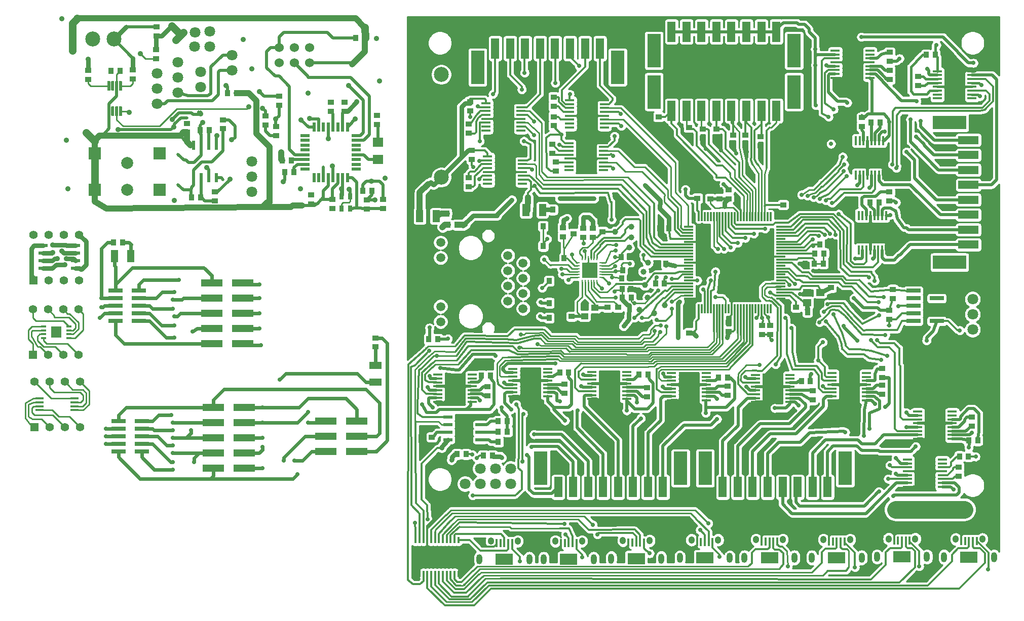
<source format=gtl>
G04 #@! TF.GenerationSoftware,KiCad,Pcbnew,5.1.5-52549c5~86~ubuntu18.04.1*
G04 #@! TF.CreationDate,2020-12-07T22:29:05-08:00*
G04 #@! TF.ProjectId,multiple_PCBs,6d756c74-6970-46c6-955f-504342732e6b,rev?*
G04 #@! TF.SameCoordinates,Original*
G04 #@! TF.FileFunction,Copper,L1,Top*
G04 #@! TF.FilePolarity,Positive*
%FSLAX46Y46*%
G04 Gerber Fmt 4.6, Leading zero omitted, Abs format (unit mm)*
G04 Created by KiCad (PCBNEW 5.1.5-52549c5~86~ubuntu18.04.1) date 2020-12-07 22:29:05*
%MOMM*%
%LPD*%
G04 APERTURE LIST*
%ADD10R,1.397000X1.397000*%
%ADD11C,1.397000*%
%ADD12R,1.550000X0.600000*%
%ADD13R,1.450000X0.450000*%
%ADD14R,1.680000X1.880000*%
%ADD15R,0.890000X0.420000*%
%ADD16R,2.400000X0.760000*%
%ADD17R,3.560000X1.270000*%
%ADD18R,1.250000X2.000000*%
%ADD19R,2.000000X1.250000*%
%ADD20R,0.899160X1.000760*%
%ADD21R,1.000760X0.899160*%
%ADD22C,1.800000*%
%ADD23C,0.050000*%
%ADD24R,1.000000X0.900000*%
%ADD25R,0.900000X1.000000*%
%ADD26C,2.500000*%
%ADD27R,0.600000X1.550000*%
%ADD28R,1.800860X1.597660*%
%ADD29C,1.998980*%
%ADD30R,1.998980X1.998980*%
%ADD31C,1.524000*%
%ADD32R,0.550000X1.600000*%
%ADD33R,1.600000X0.550000*%
%ADD34R,0.800000X1.000000*%
%ADD35C,0.300000*%
%ADD36R,1.500000X0.450000*%
%ADD37R,3.400000X5.000000*%
%ADD38R,3.000000X3.000000*%
%ADD39R,0.450000X1.500000*%
%ADD40R,5.000000X3.400000*%
%ADD41C,1.000000*%
%ADD42R,2.499360X2.499360*%
%ADD43O,0.800100X0.248920*%
%ADD44O,0.248920X0.800100*%
%ADD45C,0.600000*%
%ADD46C,1.500000*%
%ADD47R,1.400000X1.200000*%
%ADD48R,1.200000X1.100000*%
%ADD49R,1.500000X0.300000*%
%ADD50R,0.300000X1.500000*%
%ADD51R,1.400000X3.400000*%
%ADD52R,2.300000X5.600000*%
%ADD53R,3.400000X1.400000*%
%ADD54R,5.600000X2.300000*%
%ADD55O,1.000000X1.700000*%
%ADD56O,1.050000X1.250000*%
%ADD57R,0.400000X1.350000*%
%ADD58R,2.900000X1.900000*%
%ADD59R,0.400000X1.100000*%
%ADD60C,0.889000*%
%ADD61C,0.700000*%
%ADD62C,0.762000*%
%ADD63C,0.254000*%
%ADD64C,0.600000*%
%ADD65C,0.508000*%
%ADD66C,1.016000*%
%ADD67C,1.270000*%
%ADD68C,1.000000*%
%ADD69C,0.500000*%
%ADD70C,0.300000*%
%ADD71C,0.250000*%
%ADD72C,0.800000*%
%ADD73C,0.450000*%
%ADD74C,3.000000*%
G04 APERTURE END LIST*
D10*
X140090000Y-103710000D03*
D11*
X142630000Y-103710000D03*
X145170000Y-103710000D03*
X147710000Y-103710000D03*
X147710000Y-96090000D03*
X145170000Y-96090000D03*
X142630000Y-96090000D03*
X140090000Y-96090000D03*
D10*
X140208000Y-128270000D03*
D11*
X142748000Y-128270000D03*
X145288000Y-128270000D03*
X147828000Y-128270000D03*
X147828000Y-120650000D03*
X145288000Y-120650000D03*
X142748000Y-120650000D03*
X140208000Y-120650000D03*
D10*
X139990000Y-116210000D03*
D11*
X142530000Y-116210000D03*
X145070000Y-116210000D03*
X147610000Y-116210000D03*
X147610000Y-108590000D03*
X145070000Y-108590000D03*
X142530000Y-108590000D03*
X139990000Y-108590000D03*
D12*
X141700000Y-97895000D03*
X141700000Y-99165000D03*
X141700000Y-100435000D03*
X141700000Y-101705000D03*
X147100000Y-101705000D03*
X147100000Y-100435000D03*
X147100000Y-99165000D03*
X147100000Y-97895000D03*
D13*
X146968000Y-123485000D03*
X146968000Y-124135000D03*
X146968000Y-124785000D03*
X146968000Y-125435000D03*
X141068000Y-125435000D03*
X141068000Y-124785000D03*
X141068000Y-124135000D03*
X141068000Y-123485000D03*
D14*
X143900000Y-112400000D03*
D15*
X146005000Y-111425000D03*
X146005000Y-112075000D03*
X146005000Y-112725000D03*
X146005000Y-113375000D03*
X141795000Y-113375000D03*
X141795000Y-112725000D03*
X141795000Y-112075000D03*
X141795000Y-111425000D03*
D16*
X157652000Y-109220000D03*
X157652000Y-110490000D03*
X153752000Y-110490000D03*
X153752000Y-109220000D03*
X153752000Y-105410000D03*
X153752000Y-106680000D03*
X153752000Y-107950000D03*
X157652000Y-107950000D03*
X157652000Y-106680000D03*
X157652000Y-105410000D03*
X158160000Y-127254000D03*
X158160000Y-128524000D03*
X158160000Y-129794000D03*
X154260000Y-129794000D03*
X154260000Y-128524000D03*
X154260000Y-127254000D03*
X154260000Y-131064000D03*
X154260000Y-132334000D03*
X158160000Y-132334000D03*
X158160000Y-131064000D03*
D17*
X175325000Y-124968000D03*
X175325000Y-127508000D03*
X175325000Y-130048000D03*
X170115000Y-130048000D03*
X170115000Y-127508000D03*
X170115000Y-124968000D03*
X170115000Y-132608000D03*
X170115000Y-135148000D03*
X175325000Y-135148000D03*
X175325000Y-132608000D03*
X175071000Y-111780000D03*
X175071000Y-114320000D03*
X169861000Y-114320000D03*
X169861000Y-111780000D03*
X169861000Y-104140000D03*
X169861000Y-106680000D03*
X169861000Y-109220000D03*
X175071000Y-109220000D03*
X175071000Y-106680000D03*
X175071000Y-104140000D03*
X194121000Y-132354000D03*
X188911000Y-132354000D03*
X188911000Y-127254000D03*
X188911000Y-129794000D03*
X194121000Y-129794000D03*
X194121000Y-127254000D03*
D18*
X153581000Y-99648000D03*
X156331000Y-99648000D03*
D19*
X197196000Y-117963000D03*
X197196000Y-120713000D03*
D20*
X153444160Y-97338000D03*
X154947840Y-97338000D03*
D21*
X197196000Y-114841680D03*
X197196000Y-113338000D03*
D22*
X167113000Y-62229000D03*
X166970000Y-64626000D03*
X169510000Y-64626000D03*
X169510000Y-62086000D03*
G04 #@! TA.AperFunction,SMDPad,CuDef*
D23*
G36*
X152802252Y-74596602D02*
G01*
X152814386Y-74598402D01*
X152826286Y-74601382D01*
X152837835Y-74605515D01*
X152848925Y-74610760D01*
X152859446Y-74617066D01*
X152869299Y-74624374D01*
X152878388Y-74632612D01*
X152886626Y-74641701D01*
X152893934Y-74651554D01*
X152900240Y-74662075D01*
X152905485Y-74673165D01*
X152909618Y-74684714D01*
X152912598Y-74696614D01*
X152914398Y-74708748D01*
X152915000Y-74721000D01*
X152915000Y-76096000D01*
X152914398Y-76108252D01*
X152912598Y-76120386D01*
X152909618Y-76132286D01*
X152905485Y-76143835D01*
X152900240Y-76154925D01*
X152893934Y-76165446D01*
X152886626Y-76175299D01*
X152878388Y-76184388D01*
X152869299Y-76192626D01*
X152859446Y-76199934D01*
X152848925Y-76206240D01*
X152837835Y-76211485D01*
X152826286Y-76215618D01*
X152814386Y-76218598D01*
X152802252Y-76220398D01*
X152790000Y-76221000D01*
X152540000Y-76221000D01*
X152527748Y-76220398D01*
X152515614Y-76218598D01*
X152503714Y-76215618D01*
X152492165Y-76211485D01*
X152481075Y-76206240D01*
X152470554Y-76199934D01*
X152460701Y-76192626D01*
X152451612Y-76184388D01*
X152443374Y-76175299D01*
X152436066Y-76165446D01*
X152429760Y-76154925D01*
X152424515Y-76143835D01*
X152420382Y-76132286D01*
X152417402Y-76120386D01*
X152415602Y-76108252D01*
X152415000Y-76096000D01*
X152415000Y-74721000D01*
X152415602Y-74708748D01*
X152417402Y-74696614D01*
X152420382Y-74684714D01*
X152424515Y-74673165D01*
X152429760Y-74662075D01*
X152436066Y-74651554D01*
X152443374Y-74641701D01*
X152451612Y-74632612D01*
X152460701Y-74624374D01*
X152470554Y-74617066D01*
X152481075Y-74610760D01*
X152492165Y-74605515D01*
X152503714Y-74601382D01*
X152515614Y-74598402D01*
X152527748Y-74596602D01*
X152540000Y-74596000D01*
X152790000Y-74596000D01*
X152802252Y-74596602D01*
G37*
G04 #@! TD.AperFunction*
G04 #@! TA.AperFunction,SMDPad,CuDef*
G36*
X153452252Y-74596602D02*
G01*
X153464386Y-74598402D01*
X153476286Y-74601382D01*
X153487835Y-74605515D01*
X153498925Y-74610760D01*
X153509446Y-74617066D01*
X153519299Y-74624374D01*
X153528388Y-74632612D01*
X153536626Y-74641701D01*
X153543934Y-74651554D01*
X153550240Y-74662075D01*
X153555485Y-74673165D01*
X153559618Y-74684714D01*
X153562598Y-74696614D01*
X153564398Y-74708748D01*
X153565000Y-74721000D01*
X153565000Y-76096000D01*
X153564398Y-76108252D01*
X153562598Y-76120386D01*
X153559618Y-76132286D01*
X153555485Y-76143835D01*
X153550240Y-76154925D01*
X153543934Y-76165446D01*
X153536626Y-76175299D01*
X153528388Y-76184388D01*
X153519299Y-76192626D01*
X153509446Y-76199934D01*
X153498925Y-76206240D01*
X153487835Y-76211485D01*
X153476286Y-76215618D01*
X153464386Y-76218598D01*
X153452252Y-76220398D01*
X153440000Y-76221000D01*
X153190000Y-76221000D01*
X153177748Y-76220398D01*
X153165614Y-76218598D01*
X153153714Y-76215618D01*
X153142165Y-76211485D01*
X153131075Y-76206240D01*
X153120554Y-76199934D01*
X153110701Y-76192626D01*
X153101612Y-76184388D01*
X153093374Y-76175299D01*
X153086066Y-76165446D01*
X153079760Y-76154925D01*
X153074515Y-76143835D01*
X153070382Y-76132286D01*
X153067402Y-76120386D01*
X153065602Y-76108252D01*
X153065000Y-76096000D01*
X153065000Y-74721000D01*
X153065602Y-74708748D01*
X153067402Y-74696614D01*
X153070382Y-74684714D01*
X153074515Y-74673165D01*
X153079760Y-74662075D01*
X153086066Y-74651554D01*
X153093374Y-74641701D01*
X153101612Y-74632612D01*
X153110701Y-74624374D01*
X153120554Y-74617066D01*
X153131075Y-74610760D01*
X153142165Y-74605515D01*
X153153714Y-74601382D01*
X153165614Y-74598402D01*
X153177748Y-74596602D01*
X153190000Y-74596000D01*
X153440000Y-74596000D01*
X153452252Y-74596602D01*
G37*
G04 #@! TD.AperFunction*
G04 #@! TA.AperFunction,SMDPad,CuDef*
G36*
X154102252Y-74596602D02*
G01*
X154114386Y-74598402D01*
X154126286Y-74601382D01*
X154137835Y-74605515D01*
X154148925Y-74610760D01*
X154159446Y-74617066D01*
X154169299Y-74624374D01*
X154178388Y-74632612D01*
X154186626Y-74641701D01*
X154193934Y-74651554D01*
X154200240Y-74662075D01*
X154205485Y-74673165D01*
X154209618Y-74684714D01*
X154212598Y-74696614D01*
X154214398Y-74708748D01*
X154215000Y-74721000D01*
X154215000Y-76096000D01*
X154214398Y-76108252D01*
X154212598Y-76120386D01*
X154209618Y-76132286D01*
X154205485Y-76143835D01*
X154200240Y-76154925D01*
X154193934Y-76165446D01*
X154186626Y-76175299D01*
X154178388Y-76184388D01*
X154169299Y-76192626D01*
X154159446Y-76199934D01*
X154148925Y-76206240D01*
X154137835Y-76211485D01*
X154126286Y-76215618D01*
X154114386Y-76218598D01*
X154102252Y-76220398D01*
X154090000Y-76221000D01*
X153840000Y-76221000D01*
X153827748Y-76220398D01*
X153815614Y-76218598D01*
X153803714Y-76215618D01*
X153792165Y-76211485D01*
X153781075Y-76206240D01*
X153770554Y-76199934D01*
X153760701Y-76192626D01*
X153751612Y-76184388D01*
X153743374Y-76175299D01*
X153736066Y-76165446D01*
X153729760Y-76154925D01*
X153724515Y-76143835D01*
X153720382Y-76132286D01*
X153717402Y-76120386D01*
X153715602Y-76108252D01*
X153715000Y-76096000D01*
X153715000Y-74721000D01*
X153715602Y-74708748D01*
X153717402Y-74696614D01*
X153720382Y-74684714D01*
X153724515Y-74673165D01*
X153729760Y-74662075D01*
X153736066Y-74651554D01*
X153743374Y-74641701D01*
X153751612Y-74632612D01*
X153760701Y-74624374D01*
X153770554Y-74617066D01*
X153781075Y-74610760D01*
X153792165Y-74605515D01*
X153803714Y-74601382D01*
X153815614Y-74598402D01*
X153827748Y-74596602D01*
X153840000Y-74596000D01*
X154090000Y-74596000D01*
X154102252Y-74596602D01*
G37*
G04 #@! TD.AperFunction*
G04 #@! TA.AperFunction,SMDPad,CuDef*
G36*
X154752252Y-74596602D02*
G01*
X154764386Y-74598402D01*
X154776286Y-74601382D01*
X154787835Y-74605515D01*
X154798925Y-74610760D01*
X154809446Y-74617066D01*
X154819299Y-74624374D01*
X154828388Y-74632612D01*
X154836626Y-74641701D01*
X154843934Y-74651554D01*
X154850240Y-74662075D01*
X154855485Y-74673165D01*
X154859618Y-74684714D01*
X154862598Y-74696614D01*
X154864398Y-74708748D01*
X154865000Y-74721000D01*
X154865000Y-76096000D01*
X154864398Y-76108252D01*
X154862598Y-76120386D01*
X154859618Y-76132286D01*
X154855485Y-76143835D01*
X154850240Y-76154925D01*
X154843934Y-76165446D01*
X154836626Y-76175299D01*
X154828388Y-76184388D01*
X154819299Y-76192626D01*
X154809446Y-76199934D01*
X154798925Y-76206240D01*
X154787835Y-76211485D01*
X154776286Y-76215618D01*
X154764386Y-76218598D01*
X154752252Y-76220398D01*
X154740000Y-76221000D01*
X154490000Y-76221000D01*
X154477748Y-76220398D01*
X154465614Y-76218598D01*
X154453714Y-76215618D01*
X154442165Y-76211485D01*
X154431075Y-76206240D01*
X154420554Y-76199934D01*
X154410701Y-76192626D01*
X154401612Y-76184388D01*
X154393374Y-76175299D01*
X154386066Y-76165446D01*
X154379760Y-76154925D01*
X154374515Y-76143835D01*
X154370382Y-76132286D01*
X154367402Y-76120386D01*
X154365602Y-76108252D01*
X154365000Y-76096000D01*
X154365000Y-74721000D01*
X154365602Y-74708748D01*
X154367402Y-74696614D01*
X154370382Y-74684714D01*
X154374515Y-74673165D01*
X154379760Y-74662075D01*
X154386066Y-74651554D01*
X154393374Y-74641701D01*
X154401612Y-74632612D01*
X154410701Y-74624374D01*
X154420554Y-74617066D01*
X154431075Y-74610760D01*
X154442165Y-74605515D01*
X154453714Y-74601382D01*
X154465614Y-74598402D01*
X154477748Y-74596602D01*
X154490000Y-74596000D01*
X154740000Y-74596000D01*
X154752252Y-74596602D01*
G37*
G04 #@! TD.AperFunction*
G04 #@! TA.AperFunction,SMDPad,CuDef*
G36*
X154752252Y-70371602D02*
G01*
X154764386Y-70373402D01*
X154776286Y-70376382D01*
X154787835Y-70380515D01*
X154798925Y-70385760D01*
X154809446Y-70392066D01*
X154819299Y-70399374D01*
X154828388Y-70407612D01*
X154836626Y-70416701D01*
X154843934Y-70426554D01*
X154850240Y-70437075D01*
X154855485Y-70448165D01*
X154859618Y-70459714D01*
X154862598Y-70471614D01*
X154864398Y-70483748D01*
X154865000Y-70496000D01*
X154865000Y-71871000D01*
X154864398Y-71883252D01*
X154862598Y-71895386D01*
X154859618Y-71907286D01*
X154855485Y-71918835D01*
X154850240Y-71929925D01*
X154843934Y-71940446D01*
X154836626Y-71950299D01*
X154828388Y-71959388D01*
X154819299Y-71967626D01*
X154809446Y-71974934D01*
X154798925Y-71981240D01*
X154787835Y-71986485D01*
X154776286Y-71990618D01*
X154764386Y-71993598D01*
X154752252Y-71995398D01*
X154740000Y-71996000D01*
X154490000Y-71996000D01*
X154477748Y-71995398D01*
X154465614Y-71993598D01*
X154453714Y-71990618D01*
X154442165Y-71986485D01*
X154431075Y-71981240D01*
X154420554Y-71974934D01*
X154410701Y-71967626D01*
X154401612Y-71959388D01*
X154393374Y-71950299D01*
X154386066Y-71940446D01*
X154379760Y-71929925D01*
X154374515Y-71918835D01*
X154370382Y-71907286D01*
X154367402Y-71895386D01*
X154365602Y-71883252D01*
X154365000Y-71871000D01*
X154365000Y-70496000D01*
X154365602Y-70483748D01*
X154367402Y-70471614D01*
X154370382Y-70459714D01*
X154374515Y-70448165D01*
X154379760Y-70437075D01*
X154386066Y-70426554D01*
X154393374Y-70416701D01*
X154401612Y-70407612D01*
X154410701Y-70399374D01*
X154420554Y-70392066D01*
X154431075Y-70385760D01*
X154442165Y-70380515D01*
X154453714Y-70376382D01*
X154465614Y-70373402D01*
X154477748Y-70371602D01*
X154490000Y-70371000D01*
X154740000Y-70371000D01*
X154752252Y-70371602D01*
G37*
G04 #@! TD.AperFunction*
G04 #@! TA.AperFunction,SMDPad,CuDef*
G36*
X154102252Y-70371602D02*
G01*
X154114386Y-70373402D01*
X154126286Y-70376382D01*
X154137835Y-70380515D01*
X154148925Y-70385760D01*
X154159446Y-70392066D01*
X154169299Y-70399374D01*
X154178388Y-70407612D01*
X154186626Y-70416701D01*
X154193934Y-70426554D01*
X154200240Y-70437075D01*
X154205485Y-70448165D01*
X154209618Y-70459714D01*
X154212598Y-70471614D01*
X154214398Y-70483748D01*
X154215000Y-70496000D01*
X154215000Y-71871000D01*
X154214398Y-71883252D01*
X154212598Y-71895386D01*
X154209618Y-71907286D01*
X154205485Y-71918835D01*
X154200240Y-71929925D01*
X154193934Y-71940446D01*
X154186626Y-71950299D01*
X154178388Y-71959388D01*
X154169299Y-71967626D01*
X154159446Y-71974934D01*
X154148925Y-71981240D01*
X154137835Y-71986485D01*
X154126286Y-71990618D01*
X154114386Y-71993598D01*
X154102252Y-71995398D01*
X154090000Y-71996000D01*
X153840000Y-71996000D01*
X153827748Y-71995398D01*
X153815614Y-71993598D01*
X153803714Y-71990618D01*
X153792165Y-71986485D01*
X153781075Y-71981240D01*
X153770554Y-71974934D01*
X153760701Y-71967626D01*
X153751612Y-71959388D01*
X153743374Y-71950299D01*
X153736066Y-71940446D01*
X153729760Y-71929925D01*
X153724515Y-71918835D01*
X153720382Y-71907286D01*
X153717402Y-71895386D01*
X153715602Y-71883252D01*
X153715000Y-71871000D01*
X153715000Y-70496000D01*
X153715602Y-70483748D01*
X153717402Y-70471614D01*
X153720382Y-70459714D01*
X153724515Y-70448165D01*
X153729760Y-70437075D01*
X153736066Y-70426554D01*
X153743374Y-70416701D01*
X153751612Y-70407612D01*
X153760701Y-70399374D01*
X153770554Y-70392066D01*
X153781075Y-70385760D01*
X153792165Y-70380515D01*
X153803714Y-70376382D01*
X153815614Y-70373402D01*
X153827748Y-70371602D01*
X153840000Y-70371000D01*
X154090000Y-70371000D01*
X154102252Y-70371602D01*
G37*
G04 #@! TD.AperFunction*
G04 #@! TA.AperFunction,SMDPad,CuDef*
G36*
X153452252Y-70371602D02*
G01*
X153464386Y-70373402D01*
X153476286Y-70376382D01*
X153487835Y-70380515D01*
X153498925Y-70385760D01*
X153509446Y-70392066D01*
X153519299Y-70399374D01*
X153528388Y-70407612D01*
X153536626Y-70416701D01*
X153543934Y-70426554D01*
X153550240Y-70437075D01*
X153555485Y-70448165D01*
X153559618Y-70459714D01*
X153562598Y-70471614D01*
X153564398Y-70483748D01*
X153565000Y-70496000D01*
X153565000Y-71871000D01*
X153564398Y-71883252D01*
X153562598Y-71895386D01*
X153559618Y-71907286D01*
X153555485Y-71918835D01*
X153550240Y-71929925D01*
X153543934Y-71940446D01*
X153536626Y-71950299D01*
X153528388Y-71959388D01*
X153519299Y-71967626D01*
X153509446Y-71974934D01*
X153498925Y-71981240D01*
X153487835Y-71986485D01*
X153476286Y-71990618D01*
X153464386Y-71993598D01*
X153452252Y-71995398D01*
X153440000Y-71996000D01*
X153190000Y-71996000D01*
X153177748Y-71995398D01*
X153165614Y-71993598D01*
X153153714Y-71990618D01*
X153142165Y-71986485D01*
X153131075Y-71981240D01*
X153120554Y-71974934D01*
X153110701Y-71967626D01*
X153101612Y-71959388D01*
X153093374Y-71950299D01*
X153086066Y-71940446D01*
X153079760Y-71929925D01*
X153074515Y-71918835D01*
X153070382Y-71907286D01*
X153067402Y-71895386D01*
X153065602Y-71883252D01*
X153065000Y-71871000D01*
X153065000Y-70496000D01*
X153065602Y-70483748D01*
X153067402Y-70471614D01*
X153070382Y-70459714D01*
X153074515Y-70448165D01*
X153079760Y-70437075D01*
X153086066Y-70426554D01*
X153093374Y-70416701D01*
X153101612Y-70407612D01*
X153110701Y-70399374D01*
X153120554Y-70392066D01*
X153131075Y-70385760D01*
X153142165Y-70380515D01*
X153153714Y-70376382D01*
X153165614Y-70373402D01*
X153177748Y-70371602D01*
X153190000Y-70371000D01*
X153440000Y-70371000D01*
X153452252Y-70371602D01*
G37*
G04 #@! TD.AperFunction*
G04 #@! TA.AperFunction,SMDPad,CuDef*
G36*
X152802252Y-70371602D02*
G01*
X152814386Y-70373402D01*
X152826286Y-70376382D01*
X152837835Y-70380515D01*
X152848925Y-70385760D01*
X152859446Y-70392066D01*
X152869299Y-70399374D01*
X152878388Y-70407612D01*
X152886626Y-70416701D01*
X152893934Y-70426554D01*
X152900240Y-70437075D01*
X152905485Y-70448165D01*
X152909618Y-70459714D01*
X152912598Y-70471614D01*
X152914398Y-70483748D01*
X152915000Y-70496000D01*
X152915000Y-71871000D01*
X152914398Y-71883252D01*
X152912598Y-71895386D01*
X152909618Y-71907286D01*
X152905485Y-71918835D01*
X152900240Y-71929925D01*
X152893934Y-71940446D01*
X152886626Y-71950299D01*
X152878388Y-71959388D01*
X152869299Y-71967626D01*
X152859446Y-71974934D01*
X152848925Y-71981240D01*
X152837835Y-71986485D01*
X152826286Y-71990618D01*
X152814386Y-71993598D01*
X152802252Y-71995398D01*
X152790000Y-71996000D01*
X152540000Y-71996000D01*
X152527748Y-71995398D01*
X152515614Y-71993598D01*
X152503714Y-71990618D01*
X152492165Y-71986485D01*
X152481075Y-71981240D01*
X152470554Y-71974934D01*
X152460701Y-71967626D01*
X152451612Y-71959388D01*
X152443374Y-71950299D01*
X152436066Y-71940446D01*
X152429760Y-71929925D01*
X152424515Y-71918835D01*
X152420382Y-71907286D01*
X152417402Y-71895386D01*
X152415602Y-71883252D01*
X152415000Y-71871000D01*
X152415000Y-70496000D01*
X152415602Y-70483748D01*
X152417402Y-70471614D01*
X152420382Y-70459714D01*
X152424515Y-70448165D01*
X152429760Y-70437075D01*
X152436066Y-70426554D01*
X152443374Y-70416701D01*
X152451612Y-70407612D01*
X152460701Y-70399374D01*
X152470554Y-70392066D01*
X152481075Y-70385760D01*
X152492165Y-70380515D01*
X152503714Y-70376382D01*
X152515614Y-70373402D01*
X152527748Y-70371602D01*
X152540000Y-70371000D01*
X152790000Y-70371000D01*
X152802252Y-70371602D01*
G37*
G04 #@! TD.AperFunction*
D22*
X167990000Y-68846160D03*
X167990000Y-71386160D03*
X173228000Y-68569840D03*
X173228000Y-66029840D03*
D24*
X165690000Y-78957840D03*
D21*
X165690000Y-77454160D03*
X180594000Y-77978000D03*
D24*
X180594000Y-79481680D03*
D25*
X154531840Y-68686000D03*
D20*
X153028160Y-68686000D03*
D21*
X160680000Y-62806000D03*
D24*
X160680000Y-61302320D03*
X160550000Y-66637840D03*
D21*
X160550000Y-65134160D03*
X156690000Y-68542320D03*
X156690000Y-70046000D03*
X149240000Y-70106000D03*
X149240000Y-68602320D03*
D22*
X160740000Y-69066000D03*
X160740000Y-71606000D03*
X160740000Y-74146000D03*
D26*
X149989940Y-63356000D03*
X153490060Y-63356000D03*
D21*
X170420000Y-88934160D03*
X170420000Y-90437840D03*
D20*
X167991840Y-89856000D03*
X166488160Y-89856000D03*
D21*
X171740000Y-76854160D03*
X171740000Y-78357840D03*
D20*
X167913160Y-78581000D03*
X169416840Y-78581000D03*
X173990000Y-72356000D03*
X172486320Y-72356000D03*
D21*
X178816000Y-76210160D03*
X178816000Y-77713840D03*
D27*
X166835000Y-86556000D03*
X168105000Y-86556000D03*
X169375000Y-86556000D03*
X170645000Y-86556000D03*
X170645000Y-81156000D03*
X169375000Y-81156000D03*
X168105000Y-81156000D03*
X166835000Y-81156000D03*
D22*
X164190000Y-67216000D03*
X164190000Y-69756000D03*
X164190000Y-72296000D03*
D21*
X186436000Y-89418160D03*
D24*
X186436000Y-90921840D03*
X189992000Y-90170000D03*
D21*
X189992000Y-91673680D03*
X192024000Y-73924160D03*
D24*
X192024000Y-75427840D03*
X189738000Y-75427840D03*
D21*
X189738000Y-73924160D03*
D24*
X198490000Y-91707840D03*
D21*
X198490000Y-90204160D03*
D20*
X195138160Y-88756000D03*
D25*
X196641840Y-88756000D03*
D28*
X197612000Y-83461860D03*
X197612000Y-80622140D03*
D29*
X155702000Y-84089240D03*
D30*
X150291800Y-88590120D03*
X150291800Y-82489040D03*
X161117280Y-88590120D03*
X161117280Y-82489040D03*
D29*
X155702000Y-88590120D03*
D31*
X186230000Y-64786000D03*
X183690000Y-64786000D03*
X181150000Y-64786000D03*
X181150000Y-67326000D03*
X183690000Y-67326000D03*
X186230000Y-67326000D03*
D22*
X176530000Y-88900000D03*
X176530000Y-86360000D03*
X176530000Y-83820000D03*
D20*
X193938160Y-63156000D03*
X195441840Y-63156000D03*
D21*
X195790000Y-91807840D03*
X195790000Y-90304160D03*
D20*
X183143680Y-83631000D03*
X181640000Y-83631000D03*
X182088160Y-85581000D03*
X183591840Y-85581000D03*
D21*
X197490000Y-77607840D03*
X197490000Y-76104160D03*
D32*
X186938000Y-86546000D03*
X187738000Y-86546000D03*
X188538000Y-86546000D03*
X189338000Y-86546000D03*
X190138000Y-86546000D03*
X190938000Y-86546000D03*
X191738000Y-86546000D03*
X192538000Y-86546000D03*
D33*
X193988000Y-85096000D03*
X193988000Y-84296000D03*
X193988000Y-83496000D03*
X193988000Y-82696000D03*
X193988000Y-81896000D03*
X193988000Y-81096000D03*
X193988000Y-80296000D03*
X193988000Y-79496000D03*
D32*
X192538000Y-78046000D03*
X191738000Y-78046000D03*
X190938000Y-78046000D03*
X190138000Y-78046000D03*
X189338000Y-78046000D03*
X188538000Y-78046000D03*
X187738000Y-78046000D03*
X186938000Y-78046000D03*
D33*
X185488000Y-79496000D03*
X185488000Y-80296000D03*
X185488000Y-81096000D03*
X185488000Y-81896000D03*
X185488000Y-82696000D03*
X185488000Y-83496000D03*
X185488000Y-84296000D03*
X185488000Y-85096000D03*
D34*
X191528000Y-89678000D03*
X191528000Y-91678000D03*
X193028000Y-89678000D03*
X193028000Y-91678000D03*
D21*
X181102000Y-74411840D03*
D24*
X181102000Y-72908160D03*
D35*
X233686000Y-75850000D03*
X231486000Y-75850000D03*
X232586000Y-75850000D03*
D36*
X235486000Y-77475000D03*
X235486000Y-78125000D03*
X235486000Y-76825000D03*
X235486000Y-76175000D03*
X235486000Y-73575000D03*
X235486000Y-74225000D03*
X235486000Y-75525000D03*
X235486000Y-74875000D03*
X229686000Y-74875000D03*
X229686000Y-75525000D03*
X229686000Y-74225000D03*
X229686000Y-73575000D03*
X229686000Y-76175000D03*
X229686000Y-76825000D03*
X229686000Y-78125000D03*
X229686000Y-77475000D03*
D37*
X232586000Y-75850000D03*
D35*
X232586000Y-76950000D03*
X231486000Y-76950000D03*
X233686000Y-76950000D03*
X233686000Y-74750000D03*
X231486000Y-74750000D03*
X232586000Y-74750000D03*
X232586000Y-73650000D03*
X231486000Y-73650000D03*
X233686000Y-73650000D03*
X233686000Y-78050000D03*
X231486000Y-78050000D03*
X232586000Y-78050000D03*
D38*
X232586000Y-75850000D03*
D35*
X219970000Y-85248000D03*
X217770000Y-85248000D03*
X218870000Y-85248000D03*
D36*
X221770000Y-86873000D03*
X221770000Y-87523000D03*
X221770000Y-86223000D03*
X221770000Y-85573000D03*
X221770000Y-82973000D03*
X221770000Y-83623000D03*
X221770000Y-84923000D03*
X221770000Y-84273000D03*
X215970000Y-84273000D03*
X215970000Y-84923000D03*
X215970000Y-83623000D03*
X215970000Y-82973000D03*
X215970000Y-85573000D03*
X215970000Y-86223000D03*
X215970000Y-87523000D03*
X215970000Y-86873000D03*
D37*
X218870000Y-85248000D03*
D35*
X218870000Y-86348000D03*
X217770000Y-86348000D03*
X219970000Y-86348000D03*
X219970000Y-84148000D03*
X217770000Y-84148000D03*
X218870000Y-84148000D03*
X218870000Y-83048000D03*
X217770000Y-83048000D03*
X219970000Y-83048000D03*
X219970000Y-87448000D03*
X217770000Y-87448000D03*
X218870000Y-87448000D03*
D38*
X218870000Y-85248000D03*
D35*
X233538000Y-83033000D03*
X231338000Y-83033000D03*
X232438000Y-83033000D03*
D36*
X235338000Y-84658000D03*
X235338000Y-85308000D03*
X235338000Y-84008000D03*
X235338000Y-83358000D03*
X235338000Y-80758000D03*
X235338000Y-81408000D03*
X235338000Y-82708000D03*
X235338000Y-82058000D03*
X229538000Y-82058000D03*
X229538000Y-82708000D03*
X229538000Y-81408000D03*
X229538000Y-80758000D03*
X229538000Y-83358000D03*
X229538000Y-84008000D03*
X229538000Y-85308000D03*
X229538000Y-84658000D03*
D37*
X232438000Y-83033000D03*
D35*
X232438000Y-84133000D03*
X231338000Y-84133000D03*
X233538000Y-84133000D03*
X233538000Y-81933000D03*
X231338000Y-81933000D03*
X232438000Y-81933000D03*
X232438000Y-80833000D03*
X231338000Y-80833000D03*
X233538000Y-80833000D03*
X233538000Y-85233000D03*
X231338000Y-85233000D03*
X232438000Y-85233000D03*
D38*
X232438000Y-83033000D03*
D35*
X219716000Y-76358000D03*
X217516000Y-76358000D03*
X218616000Y-76358000D03*
D36*
X221516000Y-77983000D03*
X221516000Y-78633000D03*
X221516000Y-77333000D03*
X221516000Y-76683000D03*
X221516000Y-74083000D03*
X221516000Y-74733000D03*
X221516000Y-76033000D03*
X221516000Y-75383000D03*
X215716000Y-75383000D03*
X215716000Y-76033000D03*
X215716000Y-74733000D03*
X215716000Y-74083000D03*
X215716000Y-76683000D03*
X215716000Y-77333000D03*
X215716000Y-78633000D03*
X215716000Y-77983000D03*
D37*
X218616000Y-76358000D03*
D35*
X218616000Y-77458000D03*
X217516000Y-77458000D03*
X219716000Y-77458000D03*
X219716000Y-75258000D03*
X217516000Y-75258000D03*
X218616000Y-75258000D03*
X218616000Y-74158000D03*
X217516000Y-74158000D03*
X219716000Y-74158000D03*
X219716000Y-78558000D03*
X217516000Y-78558000D03*
X218616000Y-78558000D03*
D38*
X218616000Y-76358000D03*
D35*
X280250000Y-96850000D03*
X280250000Y-94650000D03*
X280250000Y-95750000D03*
D39*
X278625000Y-98650000D03*
X277975000Y-98650000D03*
X279275000Y-98650000D03*
X279925000Y-98650000D03*
X282525000Y-98650000D03*
X281875000Y-98650000D03*
X280575000Y-98650000D03*
X281225000Y-98650000D03*
X281225000Y-92850000D03*
X280575000Y-92850000D03*
X281875000Y-92850000D03*
X282525000Y-92850000D03*
X279925000Y-92850000D03*
X279275000Y-92850000D03*
X277975000Y-92850000D03*
X278625000Y-92850000D03*
D40*
X280250000Y-95750000D03*
D35*
X279150000Y-95750000D03*
X279150000Y-94650000D03*
X279150000Y-96850000D03*
X281350000Y-96850000D03*
X281350000Y-94650000D03*
X281350000Y-95750000D03*
X282450000Y-95750000D03*
X282450000Y-94650000D03*
X282450000Y-96850000D03*
X278050000Y-96850000D03*
X278050000Y-94650000D03*
X278050000Y-95750000D03*
D38*
X280250000Y-95750000D03*
D35*
X279750000Y-84350000D03*
X279750000Y-82150000D03*
X279750000Y-83250000D03*
D39*
X278125000Y-86150000D03*
X277475000Y-86150000D03*
X278775000Y-86150000D03*
X279425000Y-86150000D03*
X282025000Y-86150000D03*
X281375000Y-86150000D03*
X280075000Y-86150000D03*
X280725000Y-86150000D03*
X280725000Y-80350000D03*
X280075000Y-80350000D03*
X281375000Y-80350000D03*
X282025000Y-80350000D03*
X279425000Y-80350000D03*
X278775000Y-80350000D03*
X277475000Y-80350000D03*
X278125000Y-80350000D03*
D40*
X279750000Y-83250000D03*
D35*
X278650000Y-83250000D03*
X278650000Y-82150000D03*
X278650000Y-84350000D03*
X280850000Y-84350000D03*
X280850000Y-82150000D03*
X280850000Y-83250000D03*
X281950000Y-83250000D03*
X281950000Y-82150000D03*
X281950000Y-84350000D03*
X277550000Y-84350000D03*
X277550000Y-82150000D03*
X277550000Y-83250000D03*
D38*
X279750000Y-83250000D03*
D35*
X295100000Y-71000000D03*
X292900000Y-71000000D03*
X294000000Y-71000000D03*
D36*
X296900000Y-72625000D03*
X296900000Y-73275000D03*
X296900000Y-71975000D03*
X296900000Y-71325000D03*
X296900000Y-68725000D03*
X296900000Y-69375000D03*
X296900000Y-70675000D03*
X296900000Y-70025000D03*
X291100000Y-70025000D03*
X291100000Y-70675000D03*
X291100000Y-69375000D03*
X291100000Y-68725000D03*
X291100000Y-71325000D03*
X291100000Y-71975000D03*
X291100000Y-73275000D03*
X291100000Y-72625000D03*
D37*
X294000000Y-71000000D03*
D35*
X294000000Y-72100000D03*
X292900000Y-72100000D03*
X295100000Y-72100000D03*
X295100000Y-69900000D03*
X292900000Y-69900000D03*
X294000000Y-69900000D03*
X294000000Y-68800000D03*
X292900000Y-68800000D03*
X295100000Y-68800000D03*
X295100000Y-73200000D03*
X292900000Y-73200000D03*
X294000000Y-73200000D03*
D38*
X294000000Y-71000000D03*
D35*
X275850000Y-67570000D03*
X278050000Y-67570000D03*
X276950000Y-67570000D03*
D36*
X274050000Y-65945000D03*
X274050000Y-65295000D03*
X274050000Y-66595000D03*
X274050000Y-67245000D03*
X274050000Y-69845000D03*
X274050000Y-69195000D03*
X274050000Y-67895000D03*
X274050000Y-68545000D03*
X279850000Y-68545000D03*
X279850000Y-67895000D03*
X279850000Y-69195000D03*
X279850000Y-69845000D03*
X279850000Y-67245000D03*
X279850000Y-66595000D03*
X279850000Y-65295000D03*
X279850000Y-65945000D03*
D37*
X276950000Y-67570000D03*
D35*
X276950000Y-66470000D03*
X278050000Y-66470000D03*
X275850000Y-66470000D03*
X275850000Y-68670000D03*
X278050000Y-68670000D03*
X276950000Y-68670000D03*
X276950000Y-69770000D03*
X278050000Y-69770000D03*
X275850000Y-69770000D03*
X275850000Y-65370000D03*
X278050000Y-65370000D03*
X276950000Y-65370000D03*
D38*
X276950000Y-67570000D03*
D35*
X262500000Y-121800000D03*
X264700000Y-121800000D03*
X263600000Y-121800000D03*
D36*
X260700000Y-120175000D03*
X260700000Y-119525000D03*
X260700000Y-120825000D03*
X260700000Y-121475000D03*
X260700000Y-124075000D03*
X260700000Y-123425000D03*
X260700000Y-122125000D03*
X260700000Y-122775000D03*
X266500000Y-122775000D03*
X266500000Y-122125000D03*
X266500000Y-123425000D03*
X266500000Y-124075000D03*
X266500000Y-121475000D03*
X266500000Y-120825000D03*
X266500000Y-119525000D03*
X266500000Y-120175000D03*
D37*
X263600000Y-121800000D03*
D35*
X263600000Y-120700000D03*
X264700000Y-120700000D03*
X262500000Y-120700000D03*
X262500000Y-122900000D03*
X264700000Y-122900000D03*
X263600000Y-122900000D03*
X263600000Y-124000000D03*
X264700000Y-124000000D03*
X262500000Y-124000000D03*
X262500000Y-119600000D03*
X264700000Y-119600000D03*
X263600000Y-119600000D03*
D38*
X263600000Y-121800000D03*
D35*
X275300000Y-121500000D03*
X277500000Y-121500000D03*
X276400000Y-121500000D03*
D36*
X273500000Y-119875000D03*
X273500000Y-119225000D03*
X273500000Y-120525000D03*
X273500000Y-121175000D03*
X273500000Y-123775000D03*
X273500000Y-123125000D03*
X273500000Y-121825000D03*
X273500000Y-122475000D03*
X279300000Y-122475000D03*
X279300000Y-121825000D03*
X279300000Y-123125000D03*
X279300000Y-123775000D03*
X279300000Y-121175000D03*
X279300000Y-120525000D03*
X279300000Y-119225000D03*
X279300000Y-119875000D03*
D37*
X276400000Y-121500000D03*
D35*
X276400000Y-120400000D03*
X277500000Y-120400000D03*
X275300000Y-120400000D03*
X275300000Y-122600000D03*
X277500000Y-122600000D03*
X276400000Y-122600000D03*
X276400000Y-123700000D03*
X277500000Y-123700000D03*
X275300000Y-123700000D03*
X275300000Y-119300000D03*
X277500000Y-119300000D03*
X276400000Y-119300000D03*
D38*
X276400000Y-121500000D03*
D35*
X287925000Y-135975000D03*
X290125000Y-135975000D03*
X289025000Y-135975000D03*
D36*
X286125000Y-134350000D03*
X286125000Y-133700000D03*
X286125000Y-135000000D03*
X286125000Y-135650000D03*
X286125000Y-138250000D03*
X286125000Y-137600000D03*
X286125000Y-136300000D03*
X286125000Y-136950000D03*
X291925000Y-136950000D03*
X291925000Y-136300000D03*
X291925000Y-137600000D03*
X291925000Y-138250000D03*
X291925000Y-135650000D03*
X291925000Y-135000000D03*
X291925000Y-133700000D03*
X291925000Y-134350000D03*
D37*
X289025000Y-135975000D03*
D35*
X289025000Y-134875000D03*
X290125000Y-134875000D03*
X287925000Y-134875000D03*
X287925000Y-137075000D03*
X290125000Y-137075000D03*
X289025000Y-137075000D03*
X289025000Y-138175000D03*
X290125000Y-138175000D03*
X287925000Y-138175000D03*
X287925000Y-133775000D03*
X290125000Y-133775000D03*
X289025000Y-133775000D03*
D38*
X289025000Y-135975000D03*
D35*
X289610000Y-127960000D03*
X291810000Y-127960000D03*
X290710000Y-127960000D03*
D36*
X287810000Y-126335000D03*
X287810000Y-125685000D03*
X287810000Y-126985000D03*
X287810000Y-127635000D03*
X287810000Y-130235000D03*
X287810000Y-129585000D03*
X287810000Y-128285000D03*
X287810000Y-128935000D03*
X293610000Y-128935000D03*
X293610000Y-128285000D03*
X293610000Y-129585000D03*
X293610000Y-130235000D03*
X293610000Y-127635000D03*
X293610000Y-126985000D03*
X293610000Y-125685000D03*
X293610000Y-126335000D03*
D37*
X290710000Y-127960000D03*
D35*
X290710000Y-126860000D03*
X291810000Y-126860000D03*
X289610000Y-126860000D03*
X289610000Y-129060000D03*
X291810000Y-129060000D03*
X290710000Y-129060000D03*
X290710000Y-130160000D03*
X291810000Y-130160000D03*
X289610000Y-130160000D03*
X289610000Y-125760000D03*
X291810000Y-125760000D03*
X290710000Y-125760000D03*
D38*
X290710000Y-127960000D03*
D35*
X222000000Y-120800000D03*
X224200000Y-120800000D03*
X223100000Y-120800000D03*
D36*
X220200000Y-119175000D03*
X220200000Y-118525000D03*
X220200000Y-119825000D03*
X220200000Y-120475000D03*
X220200000Y-123075000D03*
X220200000Y-122425000D03*
X220200000Y-121125000D03*
X220200000Y-121775000D03*
X226000000Y-121775000D03*
X226000000Y-121125000D03*
X226000000Y-122425000D03*
X226000000Y-123075000D03*
X226000000Y-120475000D03*
X226000000Y-119825000D03*
X226000000Y-118525000D03*
X226000000Y-119175000D03*
D37*
X223100000Y-120800000D03*
D35*
X223100000Y-119700000D03*
X224200000Y-119700000D03*
X222000000Y-119700000D03*
X222000000Y-121900000D03*
X224200000Y-121900000D03*
X223100000Y-121900000D03*
X223100000Y-123000000D03*
X224200000Y-123000000D03*
X222000000Y-123000000D03*
X222000000Y-118600000D03*
X224200000Y-118600000D03*
X223100000Y-118600000D03*
D38*
X223100000Y-120800000D03*
D35*
X235200000Y-121300000D03*
X237400000Y-121300000D03*
X236300000Y-121300000D03*
D36*
X233400000Y-119675000D03*
X233400000Y-119025000D03*
X233400000Y-120325000D03*
X233400000Y-120975000D03*
X233400000Y-123575000D03*
X233400000Y-122925000D03*
X233400000Y-121625000D03*
X233400000Y-122275000D03*
X239200000Y-122275000D03*
X239200000Y-121625000D03*
X239200000Y-122925000D03*
X239200000Y-123575000D03*
X239200000Y-120975000D03*
X239200000Y-120325000D03*
X239200000Y-119025000D03*
X239200000Y-119675000D03*
D37*
X236300000Y-121300000D03*
D35*
X236300000Y-120200000D03*
X237400000Y-120200000D03*
X235200000Y-120200000D03*
X235200000Y-122400000D03*
X237400000Y-122400000D03*
X236300000Y-122400000D03*
X236300000Y-123500000D03*
X237400000Y-123500000D03*
X235200000Y-123500000D03*
X235200000Y-119100000D03*
X237400000Y-119100000D03*
X236300000Y-119100000D03*
D38*
X236300000Y-121300000D03*
D35*
X248500000Y-121500000D03*
X250700000Y-121500000D03*
X249600000Y-121500000D03*
D36*
X246700000Y-119875000D03*
X246700000Y-119225000D03*
X246700000Y-120525000D03*
X246700000Y-121175000D03*
X246700000Y-123775000D03*
X246700000Y-123125000D03*
X246700000Y-121825000D03*
X246700000Y-122475000D03*
X252500000Y-122475000D03*
X252500000Y-121825000D03*
X252500000Y-123125000D03*
X252500000Y-123775000D03*
X252500000Y-121175000D03*
X252500000Y-120525000D03*
X252500000Y-119225000D03*
X252500000Y-119875000D03*
D37*
X249600000Y-121500000D03*
D35*
X249600000Y-120400000D03*
X250700000Y-120400000D03*
X248500000Y-120400000D03*
X248500000Y-122600000D03*
X250700000Y-122600000D03*
X249600000Y-122600000D03*
X249600000Y-123700000D03*
X250700000Y-123700000D03*
X248500000Y-123700000D03*
X248500000Y-119300000D03*
X250700000Y-119300000D03*
X249600000Y-119300000D03*
D38*
X249600000Y-121500000D03*
D35*
X209430000Y-121760000D03*
X211630000Y-121760000D03*
X210530000Y-121760000D03*
D36*
X207630000Y-120135000D03*
X207630000Y-119485000D03*
X207630000Y-120785000D03*
X207630000Y-121435000D03*
X207630000Y-124035000D03*
X207630000Y-123385000D03*
X207630000Y-122085000D03*
X207630000Y-122735000D03*
X213430000Y-122735000D03*
X213430000Y-122085000D03*
X213430000Y-123385000D03*
X213430000Y-124035000D03*
X213430000Y-121435000D03*
X213430000Y-120785000D03*
X213430000Y-119485000D03*
X213430000Y-120135000D03*
D37*
X210530000Y-121760000D03*
D35*
X210530000Y-120660000D03*
X211630000Y-120660000D03*
X209430000Y-120660000D03*
X209430000Y-122860000D03*
X211630000Y-122860000D03*
X210530000Y-122860000D03*
X210530000Y-123960000D03*
X211630000Y-123960000D03*
X209430000Y-123960000D03*
X209430000Y-119560000D03*
X211630000Y-119560000D03*
X210530000Y-119560000D03*
D38*
X210530000Y-121760000D03*
D41*
X242250000Y-104500000D03*
X242710000Y-106580000D03*
X237250000Y-95600000D03*
X245575000Y-107875000D03*
X239600000Y-98250000D03*
X243750000Y-109250000D03*
X241300000Y-108650000D03*
X242750000Y-100750000D03*
X240000000Y-96500000D03*
X240000000Y-94750000D03*
X242000000Y-102250000D03*
D20*
X272151840Y-99200000D03*
X270648160Y-99200000D03*
D21*
X256208000Y-90063840D03*
X256208000Y-88560160D03*
X228522000Y-96413840D03*
X228522000Y-94910160D03*
X261800000Y-112751840D03*
X261800000Y-111248160D03*
X263200000Y-112751840D03*
X263200000Y-111248160D03*
D20*
X219251840Y-130750000D03*
X217748160Y-130750000D03*
D21*
X283100000Y-110251840D03*
X283100000Y-108748160D03*
D20*
X219251840Y-127250000D03*
X217748160Y-127250000D03*
X219251840Y-129000000D03*
X217748160Y-129000000D03*
X239801840Y-99850000D03*
X238298160Y-99850000D03*
X239951840Y-106570000D03*
X238448160Y-106570000D03*
X240001840Y-102000000D03*
X238498160Y-102000000D03*
D21*
X237750000Y-109751840D03*
X237750000Y-108248160D03*
X231950000Y-96501840D03*
X231950000Y-94998160D03*
D20*
X245501840Y-104250000D03*
X243998160Y-104250000D03*
D21*
X233500000Y-96501840D03*
X233500000Y-94998160D03*
D20*
X206118160Y-113560000D03*
X207621840Y-113560000D03*
X210811840Y-94440000D03*
X209308160Y-94440000D03*
X210641840Y-92550000D03*
X209138160Y-92550000D03*
X216751840Y-133000000D03*
X215248160Y-133000000D03*
X228351840Y-91900000D03*
X226848160Y-91900000D03*
D42*
X233000000Y-102000000D03*
D43*
X231001020Y-100750320D03*
X231001020Y-101250700D03*
X231001020Y-101751080D03*
X231001020Y-102248920D03*
X231001020Y-102749300D03*
X231001020Y-103249680D03*
D44*
X231750320Y-103998980D03*
X232250700Y-103998980D03*
X232751080Y-103998980D03*
X233248920Y-103998980D03*
X233749300Y-103998980D03*
X234249680Y-103998980D03*
D43*
X234998980Y-103249680D03*
X234998980Y-102749300D03*
X234998980Y-102248920D03*
X234998980Y-101751080D03*
X234998980Y-101250700D03*
X234998980Y-100750320D03*
D44*
X234249680Y-100001020D03*
X233749300Y-100001020D03*
X233248920Y-100001020D03*
X232751080Y-100001020D03*
X232250700Y-100001020D03*
X231750320Y-100001020D03*
D45*
X233000000Y-102000000D03*
X233762000Y-101238000D03*
X232238000Y-101238000D03*
X233762000Y-102762000D03*
X232238000Y-102762000D03*
D46*
X208100000Y-97375000D03*
X208100000Y-99915000D03*
X208100000Y-108085000D03*
X208100000Y-110625000D03*
X219350000Y-99560000D03*
X219350000Y-104630000D03*
X219350000Y-102100000D03*
X219350000Y-107170000D03*
X221890000Y-100820000D03*
X221890000Y-105900000D03*
X221890000Y-103360000D03*
X221890000Y-108440000D03*
D47*
X271550000Y-105725000D03*
X269350000Y-105725000D03*
X271550000Y-107425000D03*
X269350000Y-107425000D03*
D48*
X232150000Y-109700000D03*
X233850000Y-109700000D03*
X232150000Y-108300000D03*
X233850000Y-108300000D03*
D20*
X226248160Y-110000000D03*
X227751840Y-110000000D03*
D26*
X208202000Y-81478000D03*
X208202000Y-86478000D03*
D20*
X244248160Y-100900000D03*
D25*
X245751840Y-100900000D03*
D20*
X244748160Y-95000000D03*
D25*
X246251840Y-95000000D03*
D20*
X273551840Y-100900000D03*
D25*
X272048160Y-100900000D03*
D21*
X249650000Y-110998160D03*
D24*
X249650000Y-112501840D03*
D20*
X269048160Y-100900000D03*
D25*
X270551840Y-100900000D03*
D20*
X272951840Y-97700000D03*
D25*
X271448160Y-97700000D03*
D21*
X256250000Y-110748160D03*
D24*
X256250000Y-112251840D03*
D21*
X253160000Y-88560160D03*
D24*
X253160000Y-90063840D03*
D21*
X267500000Y-109751840D03*
D24*
X267500000Y-108248160D03*
D21*
X254684000Y-88560160D03*
D24*
X254684000Y-90063840D03*
D21*
X273350000Y-106426840D03*
D24*
X273350000Y-104923160D03*
D20*
X270901840Y-109025000D03*
D25*
X269398160Y-109025000D03*
D21*
X215900000Y-123001840D03*
D24*
X215900000Y-121498160D03*
D20*
X214948160Y-119650000D03*
D25*
X216451840Y-119650000D03*
D21*
X226998000Y-73066160D03*
D24*
X226998000Y-74569840D03*
D21*
X226740000Y-80958160D03*
D24*
X226740000Y-82461840D03*
D21*
X226998000Y-76348160D03*
D24*
X226998000Y-77851840D03*
D21*
X227350000Y-83898160D03*
D24*
X227350000Y-85401840D03*
D21*
X212820000Y-77548160D03*
D24*
X212820000Y-79051840D03*
D21*
X212774000Y-86528160D03*
D24*
X212774000Y-88031840D03*
D21*
X213028000Y-75331840D03*
D24*
X213028000Y-73828160D03*
D21*
X213282000Y-83459840D03*
D24*
X213282000Y-81956160D03*
D20*
X281371840Y-90720000D03*
D25*
X279868160Y-90720000D03*
D20*
X281551840Y-77300000D03*
D25*
X280048160Y-77300000D03*
D21*
X283100000Y-88948160D03*
D24*
X283100000Y-90451840D03*
D21*
X278500000Y-78001840D03*
D24*
X278500000Y-76498160D03*
D21*
X287900000Y-69638160D03*
D24*
X287900000Y-71141840D03*
D21*
X283150000Y-70111840D03*
D24*
X283150000Y-68608160D03*
D20*
X289248160Y-66000000D03*
D25*
X290751840Y-66000000D03*
D21*
X283130000Y-65558160D03*
D24*
X283130000Y-67061840D03*
D21*
X270300000Y-123701840D03*
D24*
X270300000Y-122198160D03*
D21*
X281900000Y-122751840D03*
D24*
X281900000Y-121248160D03*
D20*
X268398160Y-120550000D03*
D25*
X269901840Y-120550000D03*
D21*
X281900000Y-118448160D03*
D24*
X281900000Y-119951840D03*
D21*
X294660000Y-136461840D03*
D24*
X294660000Y-134958160D03*
D21*
X296830000Y-128071840D03*
D24*
X296830000Y-126568160D03*
D20*
X294818160Y-133160000D03*
D25*
X296321840Y-133160000D03*
D20*
X297851840Y-130510000D03*
D25*
X296348160Y-130510000D03*
D21*
X228800000Y-122601840D03*
D24*
X228800000Y-121098160D03*
D21*
X242600000Y-123201840D03*
D24*
X242600000Y-121698160D03*
D21*
X256050000Y-122901840D03*
D24*
X256050000Y-121398160D03*
D20*
X227998160Y-119150000D03*
D25*
X229501840Y-119150000D03*
D20*
X241248160Y-119450000D03*
D25*
X242751840Y-119450000D03*
D20*
X254548160Y-120000000D03*
D25*
X256051840Y-120000000D03*
D21*
X230300000Y-94402160D03*
D24*
X230300000Y-95905840D03*
D20*
X226733840Y-94646000D03*
D25*
X225230160Y-94646000D03*
D20*
X239921840Y-105160000D03*
D25*
X238418160Y-105160000D03*
D20*
X227248160Y-100000000D03*
D25*
X228751840Y-100000000D03*
D21*
X230000000Y-108248160D03*
D24*
X230000000Y-109751840D03*
D20*
X226751840Y-98000000D03*
D25*
X225248160Y-98000000D03*
D20*
X239851840Y-103425000D03*
D25*
X238348160Y-103425000D03*
D21*
X236000000Y-109751840D03*
D24*
X236000000Y-108248160D03*
D21*
X235190000Y-94088160D03*
D24*
X235190000Y-95591840D03*
D20*
X227751840Y-103800000D03*
D25*
X226248160Y-103800000D03*
D20*
X226248160Y-107500000D03*
D25*
X227751840Y-107500000D03*
D22*
X297000000Y-111950000D03*
X297000000Y-109410000D03*
X297000000Y-104340160D03*
X297000000Y-106880160D03*
X217270000Y-137770000D03*
X219810000Y-137770000D03*
X214730000Y-137770000D03*
X212190000Y-137770000D03*
X212190000Y-135230000D03*
X214730000Y-135230000D03*
X219810000Y-135230000D03*
X217270000Y-135230000D03*
D20*
X212351840Y-132800000D03*
X210848160Y-132800000D03*
D21*
X206650000Y-129951840D03*
X206650000Y-128448160D03*
X265352000Y-89576160D03*
X265352000Y-91079840D03*
X261542000Y-81173840D03*
X261542000Y-79670160D03*
X259002000Y-80919840D03*
X259002000Y-79416160D03*
X256970000Y-80919840D03*
X256970000Y-79416160D03*
X254176000Y-79903840D03*
X254176000Y-78400160D03*
X283670000Y-105248160D03*
X283670000Y-106751840D03*
D49*
X264950000Y-98750000D03*
X264950000Y-98250000D03*
X264950000Y-97750000D03*
X264950000Y-96750000D03*
X264950000Y-97250000D03*
X264950000Y-95250000D03*
X264950000Y-94750000D03*
X264950000Y-95750000D03*
X264950000Y-96250000D03*
D50*
X251750000Y-108450000D03*
X251250000Y-108450000D03*
X254750000Y-108450000D03*
X254250000Y-108450000D03*
X255250000Y-108450000D03*
X253250000Y-108450000D03*
X253750000Y-108450000D03*
X252250000Y-108450000D03*
X252750000Y-108450000D03*
D49*
X249550000Y-103250000D03*
X249550000Y-103750000D03*
X249550000Y-102750000D03*
X249550000Y-104250000D03*
X249550000Y-104750000D03*
X249550000Y-106750000D03*
X249550000Y-106250000D03*
X249550000Y-105750000D03*
X249550000Y-105250000D03*
D50*
X253250000Y-93050000D03*
X254750000Y-93050000D03*
X255250000Y-93050000D03*
X254250000Y-93050000D03*
X253750000Y-93050000D03*
X251750000Y-93050000D03*
X252250000Y-93050000D03*
X252750000Y-93050000D03*
X251250000Y-93050000D03*
D49*
X264950000Y-100750000D03*
X264950000Y-100250000D03*
X264950000Y-99250000D03*
X264950000Y-99750000D03*
D50*
X256250000Y-108450000D03*
X255750000Y-108450000D03*
X257250000Y-108450000D03*
X256750000Y-108450000D03*
D49*
X249550000Y-100750000D03*
X249550000Y-101250000D03*
X249550000Y-101750000D03*
X249550000Y-102250000D03*
D50*
X255750000Y-93050000D03*
X257250000Y-93050000D03*
X256750000Y-93050000D03*
X256250000Y-93050000D03*
D49*
X264950000Y-101750000D03*
X264950000Y-101250000D03*
X264950000Y-102250000D03*
X264950000Y-102750000D03*
D50*
X260250000Y-108450000D03*
X260750000Y-108450000D03*
X261750000Y-108450000D03*
X261250000Y-108450000D03*
X258750000Y-108450000D03*
X259750000Y-108450000D03*
X259250000Y-108450000D03*
X257750000Y-108450000D03*
X258250000Y-108450000D03*
D49*
X249550000Y-100250000D03*
X249550000Y-99750000D03*
D50*
X258250000Y-93050000D03*
X258750000Y-93050000D03*
X259750000Y-93050000D03*
X259250000Y-93050000D03*
X260750000Y-93050000D03*
X261250000Y-93050000D03*
X260250000Y-93050000D03*
X262750000Y-93050000D03*
X263250000Y-93050000D03*
X262250000Y-93050000D03*
X261750000Y-93050000D03*
D49*
X264950000Y-103250000D03*
X264950000Y-103750000D03*
X264950000Y-104750000D03*
X264950000Y-104250000D03*
X264950000Y-105750000D03*
X264950000Y-106250000D03*
X264950000Y-105250000D03*
D50*
X262750000Y-108450000D03*
X262250000Y-108450000D03*
X263250000Y-108450000D03*
D49*
X264950000Y-106750000D03*
X249550000Y-97750000D03*
X249550000Y-98250000D03*
X249550000Y-99250000D03*
X249550000Y-98750000D03*
X249550000Y-96250000D03*
X249550000Y-97250000D03*
X249550000Y-96750000D03*
X249550000Y-95250000D03*
X249550000Y-95750000D03*
X249550000Y-94750000D03*
D50*
X257750000Y-93050000D03*
D12*
X214700000Y-130405000D03*
X214700000Y-129135000D03*
X214700000Y-127865000D03*
X214700000Y-126595000D03*
X209300000Y-126595000D03*
X209300000Y-127865000D03*
X209300000Y-129135000D03*
X209300000Y-130405000D03*
D21*
X251000000Y-88498160D03*
D24*
X251000000Y-90001840D03*
D18*
X204625000Y-93000000D03*
X207375000Y-93000000D03*
X222375000Y-91950000D03*
X225125000Y-91950000D03*
D51*
X234732000Y-64922000D03*
X232232000Y-64922000D03*
X229732000Y-64922000D03*
X217232000Y-64922000D03*
X222232000Y-64922000D03*
X219732000Y-64922000D03*
D52*
X237682000Y-68072000D03*
D51*
X224732000Y-64922000D03*
X227232000Y-64922000D03*
D52*
X214282000Y-68072000D03*
D51*
X227750000Y-138300000D03*
X230250000Y-138300000D03*
X232750000Y-138300000D03*
X245250000Y-138300000D03*
X240250000Y-138300000D03*
X242750000Y-138300000D03*
D52*
X224800000Y-135150000D03*
D51*
X237750000Y-138300000D03*
X235250000Y-138300000D03*
D52*
X248200000Y-135150000D03*
D53*
X296300000Y-97750000D03*
X296300000Y-95250000D03*
X296300000Y-92750000D03*
X296300000Y-80250000D03*
X296300000Y-85250000D03*
X296300000Y-82750000D03*
D54*
X293150000Y-100700000D03*
D53*
X296300000Y-87750000D03*
X296300000Y-90250000D03*
D54*
X293150000Y-77300000D03*
D51*
X255250000Y-138300000D03*
X257750000Y-138300000D03*
X260250000Y-138300000D03*
X272750000Y-138300000D03*
X267750000Y-138300000D03*
X270250000Y-138300000D03*
D52*
X252300000Y-135150000D03*
D51*
X265250000Y-138300000D03*
X262750000Y-138300000D03*
D52*
X275700000Y-135150000D03*
D16*
X287120000Y-106730000D03*
X287120000Y-105460000D03*
X291020000Y-105460000D03*
X291020000Y-106730000D03*
X291020000Y-110540000D03*
X291020000Y-109270000D03*
X291020000Y-108000000D03*
X287120000Y-108000000D03*
X287120000Y-109270000D03*
X287120000Y-110540000D03*
D26*
X208202000Y-74286000D03*
X208202000Y-69286000D03*
D51*
X264196000Y-62128000D03*
X261696000Y-62128000D03*
X259196000Y-62128000D03*
X246696000Y-62128000D03*
X251696000Y-62128000D03*
X249196000Y-62128000D03*
D52*
X267146000Y-65278000D03*
D51*
X254196000Y-62128000D03*
X256696000Y-62128000D03*
D52*
X243746000Y-65278000D03*
D55*
X222925000Y-150350000D03*
X214575000Y-150350000D03*
D56*
X220975000Y-147350000D03*
D57*
X219400000Y-147675000D03*
X220050000Y-147675000D03*
X218100000Y-147675000D03*
X217450000Y-147675000D03*
X218750000Y-147675000D03*
D56*
X216525000Y-147350000D03*
D58*
X218750000Y-150350000D03*
X296400000Y-150000000D03*
D56*
X294175000Y-147000000D03*
D57*
X296400000Y-147325000D03*
X295100000Y-147325000D03*
X295750000Y-147325000D03*
X297700000Y-147325000D03*
X297050000Y-147325000D03*
D56*
X298625000Y-147000000D03*
D55*
X292225000Y-150000000D03*
X300575000Y-150000000D03*
D58*
X229500000Y-150350000D03*
D56*
X227275000Y-147350000D03*
D57*
X229500000Y-147675000D03*
X228200000Y-147675000D03*
X228850000Y-147675000D03*
X230800000Y-147675000D03*
X230150000Y-147675000D03*
D56*
X231725000Y-147350000D03*
D55*
X225325000Y-150350000D03*
X233675000Y-150350000D03*
X289375000Y-149950000D03*
X281025000Y-149950000D03*
D56*
X287425000Y-146950000D03*
D57*
X285850000Y-147275000D03*
X286500000Y-147275000D03*
X284550000Y-147275000D03*
X283900000Y-147275000D03*
X285200000Y-147275000D03*
D56*
X282975000Y-146950000D03*
D58*
X285200000Y-149950000D03*
D55*
X244975000Y-150250000D03*
X236625000Y-150250000D03*
D56*
X243025000Y-147250000D03*
D57*
X241450000Y-147575000D03*
X242100000Y-147575000D03*
X240150000Y-147575000D03*
X239500000Y-147575000D03*
X240800000Y-147575000D03*
D56*
X238575000Y-147250000D03*
D58*
X240800000Y-150250000D03*
D55*
X278475000Y-150100000D03*
X270125000Y-150100000D03*
D56*
X276525000Y-147100000D03*
D57*
X274950000Y-147425000D03*
X275600000Y-147425000D03*
X273650000Y-147425000D03*
X273000000Y-147425000D03*
X274300000Y-147425000D03*
D56*
X272075000Y-147100000D03*
D58*
X274300000Y-150100000D03*
X252250000Y-150150000D03*
D56*
X250025000Y-147150000D03*
D57*
X252250000Y-147475000D03*
X250950000Y-147475000D03*
X251600000Y-147475000D03*
X253550000Y-147475000D03*
X252900000Y-147475000D03*
D56*
X254475000Y-147150000D03*
D55*
X248075000Y-150150000D03*
X256425000Y-150150000D03*
D58*
X263050000Y-150100000D03*
D56*
X260825000Y-147100000D03*
D57*
X263050000Y-147425000D03*
X261750000Y-147425000D03*
X262400000Y-147425000D03*
X264350000Y-147425000D03*
X263700000Y-147425000D03*
D56*
X265275000Y-147100000D03*
D55*
X258875000Y-150100000D03*
X267225000Y-150100000D03*
D52*
X267146000Y-72198000D03*
D51*
X254196000Y-75348000D03*
X256696000Y-75348000D03*
D52*
X243746000Y-72198000D03*
D51*
X261696000Y-75348000D03*
X259196000Y-75348000D03*
X264196000Y-75348000D03*
X251696000Y-75348000D03*
X249196000Y-75348000D03*
X246696000Y-75348000D03*
D21*
X251890000Y-78400160D03*
X251890000Y-79903840D03*
X249604000Y-79649840D03*
X249604000Y-78146160D03*
X244524000Y-77871840D03*
X244524000Y-76368160D03*
D59*
X203925000Y-152850000D03*
X204575000Y-152850000D03*
X205225000Y-152850000D03*
X205875000Y-152850000D03*
X206525000Y-152850000D03*
X207175000Y-152850000D03*
X207825000Y-152850000D03*
X208475000Y-152850000D03*
X209125000Y-152850000D03*
X209775000Y-152850000D03*
X210425000Y-152850000D03*
X211075000Y-152850000D03*
X211075000Y-147150000D03*
X210425000Y-147150000D03*
X209775000Y-147150000D03*
X209125000Y-147150000D03*
X208475000Y-147150000D03*
X207825000Y-147150000D03*
X207175000Y-147150000D03*
X206525000Y-147150000D03*
X205875000Y-147150000D03*
X205225000Y-147150000D03*
X204575000Y-147150000D03*
X203925000Y-147150000D03*
D60*
X143256000Y-99060000D03*
X144018000Y-100076000D03*
X145288000Y-101092000D03*
X145542000Y-100090500D03*
X144780000Y-98806000D03*
X143256000Y-97790000D03*
D61*
X163576000Y-111252000D03*
X177800000Y-111760000D03*
X163576000Y-113284000D03*
X178054000Y-114554000D03*
X151130000Y-109982000D03*
X166624000Y-112268000D03*
X151384000Y-106680000D03*
X163322000Y-106934000D03*
X151384000Y-108204000D03*
X163576000Y-109728000D03*
X163322000Y-108458000D03*
X177800000Y-109220000D03*
X163576000Y-105664000D03*
X177800000Y-106680000D03*
X164338000Y-103632000D03*
X177800000Y-104394000D03*
X163068000Y-126238000D03*
X178308000Y-124968000D03*
X181196000Y-120338000D03*
X163322000Y-128778000D03*
X178308000Y-127508000D03*
X185928000Y-125730000D03*
X197358000Y-132334000D03*
X163322000Y-131318000D03*
X178308000Y-130048000D03*
X152146000Y-129794000D03*
X163322000Y-130048000D03*
X183642000Y-133858000D03*
X166370000Y-128778000D03*
X152146000Y-128524000D03*
X163322000Y-127508000D03*
X152146000Y-131064000D03*
X163322000Y-132588000D03*
X181864000Y-133858000D03*
X166878000Y-134112000D03*
X184150000Y-136144000D03*
X185928000Y-127508000D03*
X163322000Y-135382000D03*
X178308000Y-135128000D03*
X163322000Y-134112000D03*
X178308000Y-131572000D03*
D60*
X172280000Y-71086000D03*
X177800000Y-72136000D03*
X157910000Y-65776000D03*
X149240000Y-66756000D03*
X169060000Y-84848500D03*
X176022000Y-74676000D03*
X178372500Y-74930000D03*
X194112625Y-73857375D03*
X193294000Y-67564000D03*
X148844000Y-78994000D03*
X146558000Y-65278000D03*
X156090000Y-75586000D03*
X163640000Y-90356000D03*
X163150000Y-61126000D03*
X163490000Y-78056000D03*
X154224858Y-78453500D03*
X168040000Y-75856000D03*
X163280265Y-76796265D03*
X184658000Y-88392000D03*
X192840000Y-88482000D03*
X196515000Y-87156000D03*
X189330000Y-80056000D03*
X189992000Y-84582000D03*
X144780000Y-59944000D03*
X145542000Y-80264000D03*
X145796000Y-88392000D03*
X197358000Y-63246000D03*
X197866000Y-70358000D03*
X185928000Y-72390000D03*
X175139940Y-63456000D03*
X176530000Y-68326000D03*
D61*
X244900000Y-93750000D03*
X252250000Y-91350000D03*
X270400000Y-102100000D03*
X268100000Y-100900000D03*
X268200000Y-106000000D03*
X267400000Y-110700000D03*
X265850000Y-107800000D03*
X241250000Y-106000000D03*
X243300000Y-102000000D03*
X251000000Y-97250000D03*
X251250000Y-100750000D03*
X251250000Y-106250000D03*
X256750000Y-106750000D03*
X263000000Y-99750000D03*
X241250000Y-100750000D03*
X232200000Y-107350000D03*
X212160000Y-92530000D03*
X257732000Y-90074000D03*
X261542000Y-82200000D03*
X259256000Y-82200000D03*
X252398000Y-81692000D03*
X254938000Y-81946000D03*
X257478000Y-82454000D03*
X214400000Y-147250000D03*
X213000000Y-148800000D03*
X249050000Y-145250000D03*
X236400000Y-147300000D03*
X224750000Y-147550000D03*
X205950000Y-131950000D03*
X212680000Y-127220000D03*
D60*
X172940000Y-86756000D03*
X173140000Y-80226000D03*
X170688000Y-79502000D03*
X180580000Y-76726000D03*
X184815000Y-76856000D03*
X197140000Y-90281000D03*
X191516000Y-88392000D03*
X198815000Y-86656000D03*
X192715000Y-71156000D03*
X193802000Y-76708000D03*
X181815000Y-87256000D03*
X181490000Y-82306000D03*
X181640000Y-83631000D03*
X186190000Y-76631000D03*
X168388967Y-77337798D03*
D61*
X232000000Y-97550000D03*
X232200000Y-98850000D03*
X222050000Y-80422000D03*
X221664000Y-71786000D03*
X214552000Y-83724000D03*
X216838000Y-72548000D03*
X214298000Y-74580000D03*
X222150009Y-68992000D03*
X275720000Y-129120000D03*
X279760000Y-128550000D03*
X237150000Y-79600000D03*
X231250000Y-67850000D03*
X227250000Y-70700000D03*
X227960000Y-81000000D03*
X287580000Y-79680000D03*
X276070000Y-73980000D03*
X288280000Y-77050000D03*
X287610000Y-73730000D03*
X289390000Y-68330000D03*
X286610000Y-76790000D03*
X285960000Y-82220000D03*
X282270000Y-78870000D03*
X287500000Y-131510000D03*
X296910000Y-129230000D03*
X281350000Y-139050000D03*
X283750000Y-139775000D03*
X284790000Y-66600000D03*
X296370000Y-131700000D03*
X297510000Y-133210000D03*
X293800000Y-138700000D03*
X252400000Y-125900000D03*
X239200000Y-125500000D03*
X228900000Y-127200000D03*
X284200000Y-90700000D03*
X283200000Y-92800000D03*
X270000000Y-119400000D03*
X267900000Y-124650000D03*
X263950000Y-125100000D03*
X282400000Y-124900000D03*
X280700000Y-124400000D03*
X278820000Y-129710000D03*
X290960000Y-64360000D03*
X228300000Y-79300000D03*
X229691129Y-72558871D03*
X284150000Y-142050000D03*
X295600000Y-142050000D03*
X204970000Y-124500000D03*
X283030000Y-77240000D03*
X221500000Y-112750000D03*
X246750000Y-108500000D03*
X251000000Y-103750000D03*
X244240000Y-110340000D03*
X243900000Y-112200000D03*
X214552000Y-86772000D03*
X213536000Y-84740000D03*
X254300000Y-126900000D03*
X254300000Y-123550000D03*
X220000000Y-90250000D03*
X228000000Y-90000000D03*
X233750000Y-90000000D03*
X255550000Y-91350000D03*
X211890000Y-94490000D03*
X206240000Y-111640000D03*
X213028000Y-76358000D03*
X214630000Y-80440000D03*
X230050000Y-99400000D03*
X225900000Y-96800000D03*
X225050000Y-105000000D03*
X224800000Y-107400000D03*
X284575000Y-108025000D03*
X281340000Y-109570000D03*
X272750000Y-107675000D03*
X272300000Y-96100000D03*
X270300000Y-96900000D03*
X271425000Y-110725000D03*
X282420000Y-112860000D03*
X283080000Y-111250000D03*
X272175000Y-109000000D03*
X271300000Y-96300000D03*
X220750000Y-124500000D03*
X213450000Y-139675000D03*
X221300000Y-115000000D03*
X221800000Y-134000000D03*
X221900000Y-126040000D03*
X224300000Y-114400000D03*
X241550000Y-126800000D03*
X240900000Y-124150000D03*
X223700000Y-129500000D03*
X219900000Y-125300000D03*
X231000000Y-125500000D03*
X228000000Y-124000000D03*
X224750000Y-109750000D03*
X240500000Y-107500000D03*
X246750000Y-103500000D03*
X237380000Y-106630000D03*
X244490000Y-105430000D03*
X246750000Y-107250000D03*
X237300000Y-99830000D03*
X241750000Y-110000000D03*
X236250000Y-104250000D03*
X235050000Y-105050000D03*
X240500000Y-110000000D03*
X242000000Y-99500000D03*
X252000000Y-105250000D03*
X237430000Y-97780000D03*
X240000000Y-96500000D03*
X253250000Y-103750000D03*
X240000000Y-94750000D03*
X254000000Y-102250000D03*
X209300000Y-113500000D03*
X208430000Y-94810000D03*
X275300000Y-83050000D03*
X272950000Y-76350000D03*
X254430000Y-98456000D03*
X268420000Y-89380000D03*
X284250000Y-84900000D03*
X275950000Y-86300000D03*
X257750000Y-97450000D03*
X271448000Y-90074000D03*
X283600000Y-84350000D03*
X275475000Y-85475000D03*
X256600000Y-98200000D03*
X270432000Y-89820000D03*
X273800000Y-75100000D03*
X275550000Y-84350000D03*
X255446000Y-98456000D03*
X269416000Y-89566000D03*
X260450000Y-95900000D03*
X273538878Y-90777122D03*
X262300000Y-95050000D03*
X274628000Y-92614000D03*
X259000000Y-96650000D03*
X272464000Y-90328000D03*
X270740000Y-67710000D03*
X272610000Y-67750000D03*
X297140000Y-67360000D03*
X285950000Y-128290000D03*
X285910000Y-125840000D03*
X284190000Y-136070000D03*
X284170000Y-133460000D03*
X289300000Y-113775000D03*
X275450000Y-111350000D03*
X277700000Y-113800000D03*
X277175000Y-106725000D03*
X294850000Y-112075000D03*
X263425000Y-113700000D03*
X270790000Y-74430000D03*
X270690000Y-65030000D03*
X278400000Y-63000000D03*
X279800000Y-88200000D03*
X277700000Y-87800000D03*
X280400000Y-100100000D03*
X277400000Y-100100000D03*
X208300000Y-131750000D03*
X218300000Y-133400000D03*
X209900000Y-133800000D03*
X250850000Y-113050000D03*
X273350000Y-80900000D03*
X270400000Y-98000000D03*
X205900000Y-121600000D03*
X218300000Y-125000000D03*
X218700000Y-120800000D03*
X231600000Y-121400000D03*
X231900000Y-119500000D03*
X259200000Y-121500000D03*
X245200000Y-121500000D03*
X271200000Y-117100000D03*
X272000000Y-121400000D03*
X271960000Y-114080000D03*
X256000000Y-113250000D03*
X244250000Y-103250000D03*
X247750000Y-113250000D03*
X248000000Y-107250000D03*
X247250000Y-101250000D03*
X249000000Y-88500000D03*
X298450000Y-71040000D03*
X298220000Y-72940000D03*
X237158000Y-105568000D03*
X236800000Y-103250000D03*
X236700000Y-93575000D03*
X232050000Y-93150000D03*
X255425000Y-87660000D03*
X242238000Y-87788000D03*
X223353808Y-85218052D03*
X223696000Y-77120000D03*
X223678002Y-79406000D03*
X223762555Y-87877445D03*
X229200000Y-93350000D03*
X236950000Y-85000000D03*
X236900000Y-82900000D03*
X238300000Y-77900000D03*
X238200000Y-75900000D03*
X203850000Y-144250000D03*
X221350000Y-150700000D03*
X231800000Y-150000000D03*
X243050000Y-149400000D03*
X254700000Y-149950000D03*
X277350000Y-151700000D03*
X288100000Y-151550000D03*
X299600000Y-152050000D03*
X238700000Y-111350000D03*
X208050000Y-118370000D03*
X206260000Y-119750000D03*
X263190000Y-105750000D03*
X259010000Y-119860000D03*
X266114000Y-151542000D03*
X205916000Y-143668000D03*
X245286000Y-119284000D03*
X227300000Y-117600000D03*
X217300000Y-116300000D03*
X218585000Y-118600000D03*
X214175000Y-133450000D03*
X213375000Y-132850000D03*
X214700000Y-123750000D03*
X223300000Y-131600000D03*
X206750000Y-124950000D03*
X222500000Y-132900000D03*
X280020000Y-113750000D03*
X279680000Y-103250000D03*
X280650000Y-103800000D03*
X281060000Y-113730000D03*
X282760000Y-116320000D03*
X283170000Y-134640000D03*
X274130000Y-96070000D03*
X273740000Y-109410000D03*
X282890000Y-136940000D03*
X281750000Y-116990000D03*
X272525000Y-110600000D03*
X273200000Y-95900000D03*
X266700000Y-111700000D03*
X267300000Y-104300000D03*
X265700000Y-110000000D03*
X266400000Y-104500000D03*
X261400000Y-117900000D03*
X264082000Y-117760000D03*
X245500000Y-108000000D03*
X237300000Y-101350000D03*
X242000000Y-102250000D03*
X239750000Y-100900000D03*
X254000000Y-106500000D03*
X237390333Y-102220364D03*
X282170000Y-106480000D03*
X281330000Y-107390000D03*
X228776000Y-144430000D03*
X229000000Y-146208000D03*
X234300000Y-146200000D03*
X233550000Y-144600000D03*
X251450000Y-145500000D03*
X252850000Y-144350000D03*
X261800000Y-110000000D03*
X245794000Y-111410000D03*
X206210000Y-115500000D03*
X207480000Y-116320000D03*
X262812000Y-109886000D03*
X244800000Y-112370000D03*
X245750000Y-103250000D03*
X237360000Y-98720000D03*
X260900000Y-109950000D03*
X244850000Y-111300000D03*
X225425000Y-100225000D03*
X228325000Y-101775000D03*
X228425000Y-102725000D03*
X229450000Y-103650000D03*
D62*
X140163000Y-97895000D02*
X141700000Y-97895000D01*
X139700000Y-98358000D02*
X140163000Y-97895000D01*
X139700000Y-102870000D02*
X139700000Y-98358000D01*
X140090000Y-103260000D02*
X139700000Y-102870000D01*
X140090000Y-103710000D02*
X140090000Y-103260000D01*
X143151000Y-99165000D02*
X141700000Y-99165000D01*
X143256000Y-99060000D02*
X143151000Y-99165000D01*
X144018000Y-100076000D02*
X143596000Y-100076000D01*
X143596000Y-100076000D02*
X143237000Y-100435000D01*
X143237000Y-100435000D02*
X141700000Y-100435000D01*
X143237000Y-101705000D02*
X143850000Y-101092000D01*
X141700000Y-101705000D02*
X143237000Y-101705000D01*
X143850000Y-101092000D02*
X145288000Y-101092000D01*
X147770802Y-101705000D02*
X147919802Y-101854000D01*
X147100000Y-101705000D02*
X147770802Y-101705000D01*
X147919802Y-101854000D02*
X148082000Y-101854000D01*
X148082000Y-101854000D02*
X148844000Y-101092000D01*
X148844000Y-97224000D02*
X147710000Y-96090000D01*
X148844000Y-101092000D02*
X148844000Y-97224000D01*
X147100000Y-100435000D02*
X146755500Y-100090500D01*
X146755500Y-100090500D02*
X145542000Y-100090500D01*
X147100000Y-99165000D02*
X145139000Y-99165000D01*
X145139000Y-99165000D02*
X144780000Y-98806000D01*
X145458000Y-97790000D02*
X145563000Y-97895000D01*
X145563000Y-97895000D02*
X147100000Y-97895000D01*
X143256000Y-97790000D02*
X145458000Y-97790000D01*
D63*
X141068000Y-123485000D02*
X140089000Y-123485000D01*
X139446000Y-127762000D02*
X140208000Y-128270000D01*
X138684000Y-126746000D02*
X139446000Y-127762000D01*
X138684000Y-124206000D02*
X138684000Y-126746000D01*
X140089000Y-123485000D02*
X138684000Y-124206000D01*
X141422499Y-126944499D02*
X142748000Y-128270000D01*
X139192000Y-126492000D02*
X139898499Y-126944499D01*
X139898499Y-126944499D02*
X141422499Y-126944499D01*
X139192000Y-124460000D02*
X139192000Y-126492000D01*
X141068000Y-124135000D02*
X140089000Y-124135000D01*
X140089000Y-124135000D02*
X139192000Y-124460000D01*
X140089000Y-124785000D02*
X141068000Y-124785000D01*
X139800010Y-125830010D02*
X139800010Y-125073990D01*
X140208000Y-126238000D02*
X139800010Y-125830010D01*
X139800010Y-125073990D02*
X140089000Y-124785000D01*
X143256000Y-126238000D02*
X140208000Y-126238000D01*
X145288000Y-128270000D02*
X143256000Y-126238000D01*
X141068000Y-125435000D02*
X143215000Y-125435000D01*
X143215000Y-125435000D02*
X144272000Y-126492000D01*
X146050000Y-126492000D02*
X147828000Y-128270000D01*
X144272000Y-126492000D02*
X146050000Y-126492000D01*
X146968000Y-125435000D02*
X148377000Y-125435000D01*
X148377000Y-125435000D02*
X149352000Y-124460000D01*
X149352000Y-122174000D02*
X147828000Y-120650000D01*
X149352000Y-124460000D02*
X149352000Y-122174000D01*
X148265000Y-124785000D02*
X148844000Y-124206000D01*
X146968000Y-124785000D02*
X148265000Y-124785000D01*
X148844000Y-124206000D02*
X148844000Y-122581990D01*
X145986499Y-121348499D02*
X145288000Y-120650000D01*
X148844000Y-122581990D02*
X148391501Y-121975501D01*
X148391501Y-121975501D02*
X146613501Y-121975501D01*
X146613501Y-121975501D02*
X145986499Y-121348499D01*
X142748000Y-121666000D02*
X142748000Y-120650000D01*
X147947000Y-124135000D02*
X148336000Y-123746000D01*
X146968000Y-124135000D02*
X147947000Y-124135000D01*
X147828000Y-122428000D02*
X143510000Y-122428000D01*
X148336000Y-123746000D02*
X148336000Y-122936000D01*
X148336000Y-122936000D02*
X147828000Y-122428000D01*
X143510000Y-122428000D02*
X142748000Y-121666000D01*
X143043000Y-123485000D02*
X140208000Y-120650000D01*
X146968000Y-123485000D02*
X143043000Y-123485000D01*
X146005000Y-111425000D02*
X145969000Y-111425000D01*
X145969000Y-111425000D02*
X145034000Y-110490000D01*
X145034000Y-110490000D02*
X140462000Y-110490000D01*
X139990000Y-110018000D02*
X139990000Y-108590000D01*
X140462000Y-110490000D02*
X139990000Y-110018000D01*
X146704000Y-112075000D02*
X147066000Y-111713000D01*
X146005000Y-112075000D02*
X146704000Y-112075000D01*
X147066000Y-111713000D02*
X147066000Y-110998000D01*
X145983501Y-109915501D02*
X143576499Y-109915501D01*
X147066000Y-110998000D02*
X145983501Y-109915501D01*
X143576499Y-109636499D02*
X142530000Y-108590000D01*
X143576499Y-109915501D02*
X143576499Y-109636499D01*
X146704000Y-112725000D02*
X147574000Y-111855000D01*
X146005000Y-112725000D02*
X146704000Y-112725000D01*
X147574000Y-111855000D02*
X147574000Y-110744000D01*
X145768499Y-109288499D02*
X145070000Y-108590000D01*
X146118499Y-109288499D02*
X145768499Y-109288499D01*
X147574000Y-110744000D02*
X146118499Y-109288499D01*
X146005000Y-113375000D02*
X146975000Y-113375000D01*
X146975000Y-113375000D02*
X148336000Y-112014000D01*
X148336000Y-109316000D02*
X147610000Y-108590000D01*
X148336000Y-112014000D02*
X148336000Y-109316000D01*
X141795000Y-113839000D02*
X142256000Y-114300000D01*
X141795000Y-113375000D02*
X141795000Y-113839000D01*
X145700000Y-114300000D02*
X147610000Y-116210000D01*
X142256000Y-114300000D02*
X145700000Y-114300000D01*
X141096000Y-112725000D02*
X140716000Y-113105000D01*
X141795000Y-112725000D02*
X141096000Y-112725000D01*
X140716000Y-113105000D02*
X140716000Y-113792000D01*
X140716000Y-113792000D02*
X141732000Y-114808000D01*
X143668000Y-114808000D02*
X145070000Y-116210000D01*
X141732000Y-114808000D02*
X143668000Y-114808000D01*
X139893000Y-112075000D02*
X141795000Y-112075000D01*
X140716000Y-114808000D02*
X139700000Y-113030000D01*
X139700000Y-112268000D02*
X139893000Y-112075000D01*
X139700000Y-113030000D02*
X139700000Y-112268000D01*
X142530000Y-116210000D02*
X141128000Y-114808000D01*
X141128000Y-114808000D02*
X140716000Y-114808000D01*
X139990000Y-116210000D02*
X139990000Y-114336000D01*
X139990000Y-114336000D02*
X139192000Y-113538000D01*
X139192000Y-113538000D02*
X139192000Y-112014000D01*
X139781000Y-111425000D02*
X141795000Y-111425000D01*
X139192000Y-112014000D02*
X139781000Y-111425000D01*
D64*
X155997420Y-97338000D02*
X156386000Y-97726580D01*
X154947840Y-97338000D02*
X155997420Y-97338000D01*
X156331000Y-97781580D02*
X156331000Y-99648000D01*
X156386000Y-97726580D02*
X156331000Y-97781580D01*
D65*
X197612000Y-77729840D02*
X197490000Y-77607840D01*
X197612000Y-80622140D02*
X197612000Y-77729840D01*
D64*
X159452000Y-109220000D02*
X161484000Y-111252000D01*
X157652000Y-109220000D02*
X159452000Y-109220000D01*
X161484000Y-111252000D02*
X163576000Y-111252000D01*
X175091000Y-111760000D02*
X175071000Y-111780000D01*
X177800000Y-111760000D02*
X175091000Y-111760000D01*
X159452000Y-110490000D02*
X162246000Y-113284000D01*
X157652000Y-110490000D02*
X159452000Y-110490000D01*
X162246000Y-113284000D02*
X163576000Y-113284000D01*
X175305000Y-114554000D02*
X175071000Y-114320000D01*
X178054000Y-114554000D02*
X175305000Y-114554000D01*
X167481000Y-114320000D02*
X167461000Y-114300000D01*
X169861000Y-114320000D02*
X167481000Y-114320000D01*
X167461000Y-114300000D02*
X155194000Y-114300000D01*
X153752000Y-112858000D02*
X153752000Y-110490000D01*
X155194000Y-114300000D02*
X153752000Y-112858000D01*
X153752000Y-109220000D02*
X151892000Y-109220000D01*
X151892000Y-109220000D02*
X151130000Y-109982000D01*
X166624000Y-112268000D02*
X167386000Y-111760000D01*
X167386000Y-111760000D02*
X167406000Y-111780000D01*
X167406000Y-111780000D02*
X169861000Y-111780000D01*
X169861000Y-102905000D02*
X169861000Y-104140000D01*
X168556000Y-101600000D02*
X169861000Y-102905000D01*
X156582000Y-101600000D02*
X168556000Y-101600000D01*
X153752000Y-104430000D02*
X156582000Y-101600000D01*
X153581000Y-101248000D02*
X153786000Y-101453000D01*
X153786000Y-101453000D02*
X153786000Y-104818000D01*
X153581000Y-99648000D02*
X153581000Y-101248000D01*
X153752000Y-105410000D02*
X153786000Y-104818000D01*
X153786000Y-104818000D02*
X153752000Y-104430000D01*
X153752000Y-106680000D02*
X151384000Y-106680000D01*
X163322000Y-106934000D02*
X164846000Y-106934000D01*
X165100000Y-106680000D02*
X169861000Y-106680000D01*
X164846000Y-106934000D02*
X165100000Y-106680000D01*
X151384000Y-106185026D02*
X151384000Y-106680000D01*
X151384000Y-98348580D02*
X151384000Y-106185026D01*
X152394580Y-97338000D02*
X151384000Y-98348580D01*
X153444160Y-97338000D02*
X152394580Y-97338000D01*
X151952000Y-107950000D02*
X151698000Y-108204000D01*
X153752000Y-107950000D02*
X151952000Y-107950000D01*
X151698000Y-108204000D02*
X151384000Y-108204000D01*
X163576000Y-109728000D02*
X164084000Y-109728000D01*
X164592000Y-109220000D02*
X169861000Y-109220000D01*
X164084000Y-109728000D02*
X164592000Y-109220000D01*
X159452000Y-107950000D02*
X159960000Y-108458000D01*
X157652000Y-107950000D02*
X159452000Y-107950000D01*
X159960000Y-108458000D02*
X163322000Y-108458000D01*
X177800000Y-109220000D02*
X175071000Y-109220000D01*
X157652000Y-106680000D02*
X160528000Y-106680000D01*
X160528000Y-106680000D02*
X161544000Y-105664000D01*
X161544000Y-105664000D02*
X163576000Y-105664000D01*
X177800000Y-106680000D02*
X175071000Y-106680000D01*
X157652000Y-104430000D02*
X158450000Y-103632000D01*
X157652000Y-105410000D02*
X157652000Y-104430000D01*
X158450000Y-103632000D02*
X164338000Y-103632000D01*
X175325000Y-104394000D02*
X175071000Y-104140000D01*
X177800000Y-104394000D02*
X175325000Y-104394000D01*
X159960000Y-127254000D02*
X160976000Y-126238000D01*
X158160000Y-127254000D02*
X159960000Y-127254000D01*
X160976000Y-126238000D02*
X163068000Y-126238000D01*
X178308000Y-124968000D02*
X175325000Y-124968000D01*
X178308000Y-124968000D02*
X184404000Y-124968000D01*
X184404000Y-124968000D02*
X185928000Y-123444000D01*
X185928000Y-123444000D02*
X192278000Y-123444000D01*
X194121000Y-125287000D02*
X194121000Y-127254000D01*
X192278000Y-123444000D02*
X194121000Y-125287000D01*
X197196000Y-120713000D02*
X195571000Y-120713000D01*
X195571000Y-120713000D02*
X194196000Y-119338000D01*
X194196000Y-119338000D02*
X182196000Y-119338000D01*
X182196000Y-119338000D02*
X181196000Y-120338000D01*
X159960000Y-128524000D02*
X160214000Y-128778000D01*
X158160000Y-128524000D02*
X159960000Y-128524000D01*
X160214000Y-128778000D02*
X163322000Y-128778000D01*
X178308000Y-127508000D02*
X175325000Y-127508000D01*
X178308000Y-127508000D02*
X184150000Y-127508000D01*
X184150000Y-127508000D02*
X185928000Y-125730000D01*
X194141000Y-132334000D02*
X194121000Y-132354000D01*
X197358000Y-132334000D02*
X194141000Y-132334000D01*
X198296380Y-113338000D02*
X199196000Y-114237620D01*
X197196000Y-113338000D02*
X198296380Y-113338000D01*
X199196000Y-130496000D02*
X197354000Y-132338000D01*
X199196000Y-114237620D02*
X199196000Y-130496000D01*
X197354000Y-132338000D02*
X197358000Y-132334000D01*
X158160000Y-129794000D02*
X160782000Y-129794000D01*
X160782000Y-129794000D02*
X162306000Y-131318000D01*
X162306000Y-131318000D02*
X163322000Y-131318000D01*
X178308000Y-130048000D02*
X175325000Y-130048000D01*
X154260000Y-129794000D02*
X152460000Y-129794000D01*
X152460000Y-129794000D02*
X152146000Y-129794000D01*
X186531000Y-132354000D02*
X185027000Y-133858000D01*
X188911000Y-132354000D02*
X186531000Y-132354000D01*
X185027000Y-133858000D02*
X183642000Y-133858000D01*
X165594974Y-130048000D02*
X165100000Y-130048000D01*
X166370000Y-129272974D02*
X165594974Y-130048000D01*
X166370000Y-128778000D02*
X166370000Y-129272974D01*
X163322000Y-130048000D02*
X165100000Y-130048000D01*
X165100000Y-130048000D02*
X170115000Y-130048000D01*
X154260000Y-128524000D02*
X152146000Y-128524000D01*
X163816974Y-127508000D02*
X170115000Y-127508000D01*
X163322000Y-127508000D02*
X163816974Y-127508000D01*
X167735000Y-124968000D02*
X170115000Y-124968000D01*
X155566000Y-124968000D02*
X167735000Y-124968000D01*
X154260000Y-126274000D02*
X155566000Y-124968000D01*
X154260000Y-127254000D02*
X154260000Y-126274000D01*
X170115000Y-123733000D02*
X171928000Y-121920000D01*
X170115000Y-124968000D02*
X170115000Y-123733000D01*
X171928000Y-121920000D02*
X195580000Y-121920000D01*
X195580000Y-121920000D02*
X197866000Y-124206000D01*
X197866000Y-124206000D02*
X197866000Y-129286000D01*
X197358000Y-129794000D02*
X194121000Y-129794000D01*
X197866000Y-129286000D02*
X197358000Y-129794000D01*
X154260000Y-131064000D02*
X152146000Y-131064000D01*
X170095000Y-132588000D02*
X170115000Y-132608000D01*
X163322000Y-132588000D02*
X170095000Y-132588000D01*
X188911000Y-129794000D02*
X185420000Y-129794000D01*
X185420000Y-129794000D02*
X181864000Y-133350000D01*
X181864000Y-133350000D02*
X181864000Y-133858000D01*
X167735000Y-132608000D02*
X166878000Y-133465000D01*
X170115000Y-132608000D02*
X167735000Y-132608000D01*
X166878000Y-133465000D02*
X166878000Y-134112000D01*
X170115000Y-136383000D02*
X170115000Y-135148000D01*
X169592000Y-136906000D02*
X170115000Y-136383000D01*
X157852000Y-136906000D02*
X169592000Y-136906000D01*
X154260000Y-133314000D02*
X157852000Y-136906000D01*
X154260000Y-132334000D02*
X154260000Y-133314000D01*
X169592000Y-136906000D02*
X183388000Y-136906000D01*
X183388000Y-136906000D02*
X184150000Y-136144000D01*
X188657000Y-127508000D02*
X188911000Y-127254000D01*
X185928000Y-127508000D02*
X188657000Y-127508000D01*
X158160000Y-133314000D02*
X160228000Y-135382000D01*
X158160000Y-132334000D02*
X158160000Y-133314000D01*
X160228000Y-135382000D02*
X163322000Y-135382000D01*
X175345000Y-135128000D02*
X175325000Y-135148000D01*
X178308000Y-135128000D02*
X175345000Y-135128000D01*
X159960000Y-131064000D02*
X163008000Y-134112000D01*
X158160000Y-131064000D02*
X159960000Y-131064000D01*
X163008000Y-134112000D02*
X163322000Y-134112000D01*
X178308000Y-131572000D02*
X178308000Y-132066974D01*
X177766974Y-132608000D02*
X175325000Y-132608000D01*
X178308000Y-132066974D02*
X177766974Y-132608000D01*
X197196000Y-117963000D02*
X197196000Y-114841680D01*
D65*
X178816000Y-78711680D02*
X178816000Y-77713840D01*
X180594000Y-79481680D02*
X179586000Y-79481680D01*
X179586000Y-79481680D02*
X178816000Y-78711680D01*
X172486320Y-72356000D02*
X172486320Y-71292320D01*
X172486320Y-71292320D02*
X172280000Y-71086000D01*
X178572160Y-72908160D02*
X177800000Y-72136000D01*
X181102000Y-72908160D02*
X178572160Y-72908160D01*
D62*
X156690000Y-68542320D02*
X156690000Y-66555940D01*
X155543740Y-61302320D02*
X153490060Y-63356000D01*
D65*
X160680000Y-61302320D02*
X155543740Y-61302320D01*
X156690000Y-66555940D02*
X153490060Y-63356000D01*
D63*
X160550000Y-66637840D02*
X158771840Y-66637840D01*
X158771840Y-66637840D02*
X157910000Y-65776000D01*
D62*
X149240000Y-66756000D02*
X149240000Y-68602320D01*
D63*
X156690000Y-70749580D02*
X156690000Y-70046000D01*
X156256080Y-71183500D02*
X156690000Y-70749580D01*
X154615000Y-71183500D02*
X156256080Y-71183500D01*
X149240000Y-70809580D02*
X149240000Y-70106000D01*
X149613920Y-71183500D02*
X149240000Y-70809580D01*
X152665000Y-71183500D02*
X149613920Y-71183500D01*
D65*
X162012792Y-74146000D02*
X162502792Y-73656000D01*
X160740000Y-74146000D02*
X162012792Y-74146000D01*
X162502792Y-73656000D02*
X169970000Y-73656000D01*
X169970000Y-73656000D02*
X170970000Y-72656000D01*
X170970000Y-72656000D02*
X170970000Y-71046000D01*
X170970000Y-70827840D02*
X170942000Y-70799840D01*
X170970000Y-71046000D02*
X170970000Y-70827840D01*
X170942000Y-70799840D02*
X170942000Y-68834000D01*
X171206160Y-68569840D02*
X173228000Y-68569840D01*
X170942000Y-68834000D02*
X171206160Y-68569840D01*
X169375000Y-86556000D02*
X169375000Y-85163500D01*
X169375000Y-85163500D02*
X169060000Y-84848500D01*
D63*
X153965000Y-76851000D02*
X153965000Y-75408500D01*
X155020000Y-77906000D02*
X153965000Y-76851000D01*
X161170000Y-77906000D02*
X155020000Y-77906000D01*
X164060000Y-75016000D02*
X161170000Y-77906000D01*
X166037112Y-75008888D02*
X164060000Y-75016000D01*
X166037112Y-75008888D02*
X166040000Y-75006000D01*
X166040000Y-75006000D02*
X172540000Y-75006000D01*
X172540000Y-75006000D02*
X175692000Y-75006000D01*
X175692000Y-75006000D02*
X176022000Y-74676000D01*
D65*
X178816000Y-76210160D02*
X178816000Y-75373500D01*
X178816000Y-75373500D02*
X178372500Y-74930000D01*
D63*
X153965000Y-69252840D02*
X154531840Y-68686000D01*
X153965000Y-71183500D02*
X153965000Y-69252840D01*
D65*
X152665000Y-75408500D02*
X152665000Y-78331000D01*
X150329800Y-80666200D02*
X150329800Y-82255040D01*
X152665000Y-74596000D02*
X152665000Y-75408500D01*
X152665000Y-74211250D02*
X152665000Y-74596000D01*
X153965000Y-72911250D02*
X152665000Y-74211250D01*
X153965000Y-71183500D02*
X153965000Y-72911250D01*
X152665000Y-78331000D02*
X151640000Y-79456000D01*
X151640000Y-79456000D02*
X150329800Y-80666200D01*
X166027000Y-81156000D02*
X164590000Y-79506000D01*
X152160000Y-79476000D02*
X151640000Y-79456000D01*
D66*
X151093350Y-79476000D02*
X152160000Y-79476000D01*
X150329800Y-80239550D02*
X151093350Y-79476000D01*
X150329800Y-82255040D02*
X150329800Y-80239550D01*
X165690000Y-80496000D02*
X165690000Y-78957840D01*
X166350000Y-81156000D02*
X165690000Y-80496000D01*
D65*
X166350000Y-81156000D02*
X166027000Y-81156000D01*
X166835000Y-81156000D02*
X166350000Y-81156000D01*
D66*
X165138160Y-78957840D02*
X164590000Y-79506000D01*
X165690000Y-78957840D02*
X165138160Y-78957840D01*
X152190000Y-79506000D02*
X152160000Y-79476000D01*
X164590000Y-79506000D02*
X152190000Y-79506000D01*
D67*
X150329800Y-88356120D02*
X150290000Y-87206000D01*
X150290000Y-87206000D02*
X150329800Y-82255040D01*
D66*
X150329800Y-87245800D02*
X150329800Y-90495800D01*
X150290000Y-87206000D02*
X150329800Y-87245800D01*
X150329800Y-90495800D02*
X152250000Y-91726000D01*
X179140000Y-90656000D02*
X178315000Y-91481000D01*
X179515000Y-90656000D02*
X179140000Y-90656000D01*
X179515000Y-81401000D02*
X179515000Y-90656000D01*
X152250000Y-91726000D02*
X178315000Y-91481000D01*
X173990000Y-72356000D02*
X176040000Y-72356000D01*
X176040000Y-72356000D02*
X177320000Y-73636000D01*
X177320000Y-79206000D02*
X179515000Y-81401000D01*
X177320000Y-73636000D02*
X177320000Y-79206000D01*
X183090840Y-91481000D02*
X178315000Y-91481000D01*
X183396000Y-91175840D02*
X183090840Y-91481000D01*
X184912000Y-91175840D02*
X183396000Y-91175840D01*
D65*
X187064000Y-91175840D02*
X184912000Y-91175840D01*
X187282000Y-90957840D02*
X187064000Y-91175840D01*
X191738000Y-75713840D02*
X192024000Y-75427840D01*
X191738000Y-78046000D02*
X191738000Y-75713840D01*
X187444000Y-90921840D02*
X186436000Y-90921840D01*
X188528864Y-89836976D02*
X187444000Y-90921840D01*
X189338000Y-87913854D02*
X188528864Y-88722990D01*
X188528864Y-88722990D02*
X188528864Y-89836976D01*
X189338000Y-86546000D02*
X189338000Y-87913854D01*
X189992000Y-89212000D02*
X189992000Y-90170000D01*
X189992000Y-88404202D02*
X189992000Y-89212000D01*
X190938000Y-87458202D02*
X189992000Y-88404202D01*
X190938000Y-86546000D02*
X190938000Y-87458202D01*
X188195840Y-90170000D02*
X187444000Y-90921840D01*
X189992000Y-90170000D02*
X188195840Y-90170000D01*
D66*
X150291800Y-82489040D02*
X150291800Y-80473550D01*
D62*
X192024000Y-75427840D02*
X192542160Y-75427840D01*
X192542160Y-75427840D02*
X194112625Y-73857375D01*
D67*
X150291800Y-80473550D02*
X150291800Y-80441800D01*
X150291800Y-80441800D02*
X148844000Y-78994000D01*
D66*
X195441840Y-63156000D02*
X195490000Y-63156000D01*
X193916992Y-59882992D02*
X195390000Y-61356000D01*
D67*
X195390000Y-61356000D02*
X195441840Y-61385620D01*
X146558000Y-60706000D02*
X146558000Y-65278000D01*
X147320000Y-59944000D02*
X146558000Y-60706000D01*
X195441840Y-61385620D02*
X195490000Y-63156000D01*
X147320000Y-59882992D02*
X147320000Y-59944000D01*
D66*
X147320000Y-59882992D02*
X186663008Y-59882992D01*
X186663008Y-59882992D02*
X193916992Y-59882992D01*
X195441840Y-65416160D02*
X193294000Y-67564000D01*
X195441840Y-63156000D02*
X195441840Y-65416160D01*
D65*
X193056000Y-67326000D02*
X193294000Y-67564000D01*
X186230000Y-67326000D02*
X193056000Y-67326000D01*
D63*
X154615000Y-75408500D02*
X155912500Y-75408500D01*
X155912500Y-75408500D02*
X156090000Y-75586000D01*
D67*
X165147000Y-62229000D02*
X163900000Y-63476000D01*
D62*
X160550000Y-62936000D02*
X160680000Y-62806000D01*
X160550000Y-65134160D02*
X160550000Y-62936000D01*
X160680000Y-62806000D02*
X161470000Y-62806000D01*
X161470000Y-62806000D02*
X163150000Y-61126000D01*
D67*
X164253000Y-62229000D02*
X163150000Y-61126000D01*
D65*
X164681620Y-76524160D02*
X165690000Y-76524160D01*
X163620000Y-77585780D02*
X164681620Y-76524160D01*
X163490000Y-78056000D02*
X163620000Y-77585780D01*
X171453000Y-86556000D02*
X171753000Y-86856000D01*
X170645000Y-86556000D02*
X171453000Y-86556000D01*
X154271857Y-78500499D02*
X154224858Y-78453500D01*
X163490000Y-78056000D02*
X163045501Y-78500499D01*
X163045501Y-78500499D02*
X154271857Y-78500499D01*
X167750000Y-75821000D02*
X167670000Y-75651000D01*
X167990000Y-75506000D02*
X167640000Y-75806000D01*
X166739002Y-75986000D02*
X167610000Y-75986000D01*
X167610000Y-75986000D02*
X167690000Y-75556000D01*
X167690000Y-75556000D02*
X167699158Y-75556000D01*
X163280265Y-76796265D02*
X164355951Y-75720579D01*
X164355951Y-75720579D02*
X166473581Y-75720579D01*
X166473581Y-75720579D02*
X166739002Y-75986000D01*
X195138160Y-87747620D02*
X195138160Y-88756000D01*
X195729780Y-87156000D02*
X195138160Y-87747620D01*
X198490000Y-87756000D02*
X197890000Y-87156000D01*
X198490000Y-90204160D02*
X198490000Y-87756000D01*
X193028000Y-88670000D02*
X192840000Y-88482000D01*
X193028000Y-89678000D02*
X193028000Y-88670000D01*
X197890000Y-87156000D02*
X196515000Y-87156000D01*
X196515000Y-87156000D02*
X195729780Y-87156000D01*
X189338000Y-78046000D02*
X189338000Y-80048000D01*
X189338000Y-80048000D02*
X189330000Y-80056000D01*
D63*
X193028000Y-90432000D02*
X193028000Y-89678000D01*
X192782000Y-90678000D02*
X193028000Y-90432000D01*
X191774000Y-90678000D02*
X192782000Y-90678000D01*
X191528000Y-90924000D02*
X191774000Y-90678000D01*
X191528000Y-91678000D02*
X191528000Y-90924000D01*
D65*
X190138000Y-86546000D02*
X190138000Y-84728000D01*
X190138000Y-84728000D02*
X189992000Y-84582000D01*
X188538000Y-86546000D02*
X188538000Y-84766000D01*
D68*
X209138160Y-92550000D02*
X208230000Y-92590000D01*
X208230000Y-92590000D02*
X207375000Y-93000000D01*
D69*
X214700000Y-129135000D02*
X217613160Y-129135000D01*
X217613160Y-129135000D02*
X217748160Y-129000000D01*
D70*
X274050000Y-69845000D02*
X274945000Y-69845000D01*
X275160000Y-70060000D02*
X275360000Y-70060000D01*
X274945000Y-69845000D02*
X275160000Y-70060000D01*
X275360000Y-70060000D02*
X276950000Y-68470000D01*
X276950000Y-68470000D02*
X276950000Y-67570000D01*
X279850000Y-67245000D02*
X277275000Y-67245000D01*
X277275000Y-67245000D02*
X276950000Y-67570000D01*
X274050000Y-67245000D02*
X276625000Y-67245000D01*
X276625000Y-67245000D02*
X276950000Y-67570000D01*
D69*
X287810000Y-127635000D02*
X290385000Y-127635000D01*
X290385000Y-127635000D02*
X290710000Y-127960000D01*
X293610000Y-127635000D02*
X291035000Y-127635000D01*
X291035000Y-127635000D02*
X290710000Y-127960000D01*
X287810000Y-130235000D02*
X288585000Y-130235000D01*
X288960000Y-130460000D02*
X290710000Y-128710000D01*
X288810000Y-130460000D02*
X288960000Y-130460000D01*
X288585000Y-130235000D02*
X288810000Y-130460000D01*
X290710000Y-128710000D02*
X290710000Y-127960000D01*
D70*
X286125000Y-138250000D02*
X287080000Y-138250000D01*
X287155000Y-138175000D02*
X287925000Y-138175000D01*
X287080000Y-138250000D02*
X287155000Y-138175000D01*
X291925000Y-135650000D02*
X289350000Y-135650000D01*
X289350000Y-135650000D02*
X289025000Y-135975000D01*
X286125000Y-135650000D02*
X288700000Y-135650000D01*
X288700000Y-135650000D02*
X289025000Y-135975000D01*
D69*
X271650000Y-81325000D02*
X269075000Y-81325000D01*
X269075000Y-81325000D02*
X268750000Y-81000000D01*
X268425000Y-81325000D02*
X268750000Y-81000000D01*
X270200000Y-78500000D02*
X268750000Y-79950000D01*
X268750000Y-79950000D02*
X268750000Y-81000000D01*
X277325000Y-67825000D02*
X277000000Y-67500000D01*
X276200000Y-67500000D02*
X277000000Y-67500000D01*
X277325000Y-67175000D02*
X277000000Y-67500000D01*
X282025000Y-86150000D02*
X282025000Y-85275000D01*
X282200000Y-85000000D02*
X280450000Y-83250000D01*
X282300000Y-85000000D02*
X282200000Y-85000000D01*
X282025000Y-85275000D02*
X282300000Y-85000000D01*
X280450000Y-83250000D02*
X279750000Y-83250000D01*
X279425000Y-86150000D02*
X279425000Y-83575000D01*
X279425000Y-83575000D02*
X279750000Y-83250000D01*
X279425000Y-80350000D02*
X279425000Y-82925000D01*
X279425000Y-82925000D02*
X279750000Y-83250000D01*
X279925000Y-92850000D02*
X279925000Y-95425000D01*
X279925000Y-95425000D02*
X280250000Y-95750000D01*
X279925000Y-98650000D02*
X279925000Y-96075000D01*
X279925000Y-96075000D02*
X280250000Y-95750000D01*
X282525000Y-98650000D02*
X282525000Y-97775000D01*
X282800000Y-97500000D02*
X282800000Y-97000000D01*
X282525000Y-97775000D02*
X282800000Y-97500000D01*
X279300000Y-121175000D02*
X276725000Y-121175000D01*
X276725000Y-121175000D02*
X276400000Y-121500000D01*
X273500000Y-121175000D02*
X276075000Y-121175000D01*
X276075000Y-121175000D02*
X276400000Y-121500000D01*
X233400000Y-120975000D02*
X235975000Y-120975000D01*
X235975000Y-120975000D02*
X236300000Y-121300000D01*
X239200000Y-120975000D02*
X236625000Y-120975000D01*
X236625000Y-120975000D02*
X236300000Y-121300000D01*
X233400000Y-123575000D02*
X234125000Y-123575000D01*
X234125000Y-123575000D02*
X234550000Y-124000000D01*
X234550000Y-124000000D02*
X234850000Y-124000000D01*
X234850000Y-124000000D02*
X234950000Y-123900000D01*
X234950000Y-123900000D02*
X235900000Y-123900000D01*
X226000000Y-120475000D02*
X223425000Y-120475000D01*
X223425000Y-120475000D02*
X223100000Y-120800000D01*
X220200000Y-123075000D02*
X221075000Y-123075000D01*
X221800000Y-123350000D02*
X221850000Y-123400000D01*
X221350000Y-123350000D02*
X221800000Y-123350000D01*
X221075000Y-123075000D02*
X221350000Y-123350000D01*
X220200000Y-120475000D02*
X222775000Y-120475000D01*
X222775000Y-120475000D02*
X223100000Y-120800000D01*
X244748160Y-95000000D02*
X244748160Y-93901840D01*
X244748160Y-93901840D02*
X244900000Y-93750000D01*
D70*
X251750000Y-93050000D02*
X251750000Y-91850000D01*
X251750000Y-91850000D02*
X252250000Y-91350000D01*
D69*
X270901840Y-109025000D02*
X270901840Y-109523160D01*
X270901840Y-109523160D02*
X270500000Y-111000000D01*
X270500000Y-111000000D02*
X269100000Y-111000000D01*
X269100000Y-111000000D02*
X267851840Y-109751840D01*
X267851840Y-109751840D02*
X267500000Y-109751840D01*
D70*
X273551840Y-100900000D02*
X273551840Y-102148160D01*
X273400000Y-102300000D02*
X270400000Y-102100000D01*
X273551840Y-102148160D02*
X273400000Y-102300000D01*
X269048160Y-100900000D02*
X268100000Y-100900000D01*
X273350000Y-106426840D02*
X271748160Y-107226840D01*
X271748160Y-107226840D02*
X271550000Y-107425000D01*
D69*
X207350000Y-124025000D02*
X208225000Y-124025000D01*
X208600000Y-124400000D02*
X209200000Y-124400000D01*
X208225000Y-124025000D02*
X208600000Y-124400000D01*
X213150000Y-121425000D02*
X210575000Y-121425000D01*
X210575000Y-121425000D02*
X210250000Y-121750000D01*
X207350000Y-121425000D02*
X209925000Y-121425000D01*
X209925000Y-121425000D02*
X210250000Y-121750000D01*
X260700000Y-124075000D02*
X261975000Y-124075000D01*
X261975000Y-124075000D02*
X262200000Y-124300000D01*
X262200000Y-124300000D02*
X262600000Y-124300000D01*
X262600000Y-124300000D02*
X263600000Y-121800000D01*
X266500000Y-121475000D02*
X263925000Y-121475000D01*
X263925000Y-121475000D02*
X263600000Y-121800000D01*
X260700000Y-121475000D02*
X263275000Y-121475000D01*
X263275000Y-121475000D02*
X263600000Y-121800000D01*
X252500000Y-121175000D02*
X249925000Y-121175000D01*
X249925000Y-121175000D02*
X249600000Y-121500000D01*
X246700000Y-123775000D02*
X247575000Y-123775000D01*
X248300000Y-124100000D02*
X248400000Y-124000000D01*
X247900000Y-124100000D02*
X248300000Y-124100000D01*
X247575000Y-123775000D02*
X247900000Y-124100000D01*
X248400000Y-124000000D02*
X249600000Y-121500000D01*
X246700000Y-121175000D02*
X249275000Y-121175000D01*
X249275000Y-121175000D02*
X249600000Y-121500000D01*
D70*
X273500000Y-123775000D02*
X274275000Y-123775000D01*
X274600000Y-123800000D02*
X276400000Y-122000000D01*
X274300000Y-123800000D02*
X274600000Y-123800000D01*
X274275000Y-123775000D02*
X274300000Y-123800000D01*
X276400000Y-122000000D02*
X276400000Y-121500000D01*
X276725000Y-121175000D02*
X276400000Y-121500000D01*
X276075000Y-121175000D02*
X276400000Y-121500000D01*
D71*
X271550000Y-107425000D02*
X271600000Y-107425000D01*
X269350000Y-105725000D02*
X268350000Y-106150000D01*
X268350000Y-106150000D02*
X268200000Y-106000000D01*
X267500000Y-109751840D02*
X267500000Y-110600000D01*
X267500000Y-110600000D02*
X267400000Y-110700000D01*
X269350000Y-105725000D02*
X269350000Y-105475000D01*
X264950000Y-106750000D02*
X265050000Y-106750000D01*
X265050000Y-106750000D02*
X265850000Y-107800000D01*
D70*
X256250000Y-110748160D02*
X256250000Y-110000000D01*
X256750000Y-109500000D02*
X256750000Y-108450000D01*
X256250000Y-110000000D02*
X256750000Y-109500000D01*
D72*
X239921840Y-105160000D02*
X240660000Y-105160000D01*
X241250000Y-105750000D02*
X241250000Y-106000000D01*
X240660000Y-105160000D02*
X241250000Y-105750000D01*
X244248160Y-100900000D02*
X244250000Y-101250000D01*
X244250000Y-101250000D02*
X243300000Y-102000000D01*
X239851840Y-103425000D02*
X239851840Y-102150000D01*
X239851840Y-102150000D02*
X240001840Y-102000000D01*
D70*
X249550000Y-97250000D02*
X251000000Y-97250000D01*
X249550000Y-100750000D02*
X251250000Y-100750000D01*
X249550000Y-106750000D02*
X250750000Y-106750000D01*
X250750000Y-106750000D02*
X251250000Y-106250000D01*
X256750000Y-108450000D02*
X256750000Y-106750000D01*
X264950000Y-99750000D02*
X263000000Y-99750000D01*
D73*
X296900000Y-68725000D02*
X297235000Y-68725000D01*
X297235000Y-68725000D02*
X297870000Y-68090000D01*
X296900000Y-71325000D02*
X294325000Y-71325000D01*
X294325000Y-71325000D02*
X294000000Y-71000000D01*
X291100000Y-71325000D02*
X293675000Y-71325000D01*
X293675000Y-71325000D02*
X294000000Y-71000000D01*
D71*
X239921840Y-105160000D02*
X240290000Y-105160000D01*
X239851840Y-103425000D02*
X239851840Y-103373160D01*
X239851840Y-103373160D02*
X240825000Y-102400000D01*
X240825000Y-102400000D02*
X241250000Y-100750000D01*
X239851840Y-103425000D02*
X240026840Y-102025000D01*
X240026840Y-102025000D02*
X240001840Y-102000000D01*
X239801840Y-99850000D02*
X239975000Y-99850000D01*
X239975000Y-99850000D02*
X241250000Y-100400000D01*
X241250000Y-100400000D02*
X241250000Y-100750000D01*
X232751080Y-100001020D02*
X232751080Y-101751080D01*
X232751080Y-101751080D02*
X233000000Y-102000000D01*
D69*
X232150000Y-108300000D02*
X232150000Y-107400000D01*
X232150000Y-107400000D02*
X232200000Y-107350000D01*
D68*
X210641840Y-92550000D02*
X212140000Y-92550000D01*
X212140000Y-92550000D02*
X212160000Y-92530000D01*
D70*
X258250000Y-92250000D02*
X258250000Y-93050000D01*
D71*
X258250000Y-93050000D02*
X258250000Y-91862000D01*
X258250000Y-91862000D02*
X257732000Y-91344000D01*
X257732000Y-91344000D02*
X257732000Y-90328000D01*
X256970000Y-90770000D02*
X258250000Y-92050000D01*
X258250000Y-92050000D02*
X258250000Y-93050000D01*
X257732000Y-90074000D02*
X256970000Y-90770000D01*
D70*
X261542000Y-81173840D02*
X261542000Y-82200000D01*
X259002000Y-80919840D02*
X259002000Y-81946000D01*
X259002000Y-81946000D02*
X259256000Y-82200000D01*
X251890000Y-79903840D02*
X251890000Y-81184000D01*
X251890000Y-81184000D02*
X252398000Y-81692000D01*
X254176000Y-79903840D02*
X254176000Y-81184000D01*
X254176000Y-81184000D02*
X254938000Y-81946000D01*
X256970000Y-80919840D02*
X256970000Y-81946000D01*
X256970000Y-81946000D02*
X257478000Y-82454000D01*
X218545000Y-85573000D02*
X218870000Y-85248000D01*
X215970000Y-85573000D02*
X218545000Y-85573000D01*
X219195000Y-85573000D02*
X218870000Y-85248000D01*
X221770000Y-85573000D02*
X219195000Y-85573000D01*
X218291000Y-76683000D02*
X218616000Y-76358000D01*
X215716000Y-76683000D02*
X218291000Y-76683000D01*
X218941000Y-76683000D02*
X218616000Y-76358000D01*
X221516000Y-76683000D02*
X218941000Y-76683000D01*
X219791000Y-74083000D02*
X219716000Y-74158000D01*
X221516000Y-74083000D02*
X219791000Y-74083000D01*
X220045000Y-82973000D02*
X219970000Y-83048000D01*
X221770000Y-82973000D02*
X220045000Y-82973000D01*
X232113000Y-83358000D02*
X232438000Y-83033000D01*
X229538000Y-83358000D02*
X232113000Y-83358000D01*
X232261000Y-76175000D02*
X232586000Y-75850000D01*
X229686000Y-76175000D02*
X232261000Y-76175000D01*
X232586000Y-75637868D02*
X232586000Y-75850000D01*
X232586000Y-75425000D02*
X232586000Y-75637868D01*
X234436000Y-73575000D02*
X232586000Y-75425000D01*
X235486000Y-73575000D02*
X234436000Y-73575000D01*
X232438000Y-82820868D02*
X232438000Y-83033000D01*
X232438000Y-82608000D02*
X232438000Y-82820868D01*
X234288000Y-80758000D02*
X232438000Y-82608000D01*
X235338000Y-80758000D02*
X234288000Y-80758000D01*
X232911000Y-76175000D02*
X232586000Y-75850000D01*
X235486000Y-76175000D02*
X232911000Y-76175000D01*
X232763000Y-83358000D02*
X232438000Y-83033000D01*
X235338000Y-83358000D02*
X232763000Y-83358000D01*
X205875000Y-148475000D02*
X205875000Y-145600000D01*
X205875000Y-144750000D02*
X210450000Y-140175000D01*
X205875000Y-145600000D02*
X205875000Y-144750000D01*
X210450000Y-136970000D02*
X212190000Y-135230000D01*
X210450000Y-140175000D02*
X210450000Y-136970000D01*
X211075000Y-150450000D02*
X209225000Y-148600000D01*
X209225000Y-148600000D02*
X205850000Y-148600000D01*
X211075000Y-151300000D02*
X211075000Y-150450000D01*
X205850000Y-148600000D02*
X205875000Y-148475000D01*
X203925000Y-152850000D02*
X204575000Y-152850000D01*
X204575000Y-152000000D02*
X204700000Y-151875000D01*
X204575000Y-152850000D02*
X204575000Y-152000000D01*
X204700000Y-151875000D02*
X204700000Y-149450000D01*
X205550000Y-148600000D02*
X205850000Y-148600000D01*
X204700000Y-149450000D02*
X205550000Y-148600000D01*
X217450000Y-147675000D02*
X217450000Y-147850000D01*
X217047990Y-148252010D02*
X215852010Y-148252010D01*
X217450000Y-147850000D02*
X217047990Y-148252010D01*
X215852010Y-148252010D02*
X214850000Y-147250000D01*
X214850000Y-147250000D02*
X214400000Y-147250000D01*
X211150000Y-150650000D02*
X211150000Y-151850000D01*
X213000000Y-148800000D02*
X211150000Y-150650000D01*
X211075000Y-151300000D02*
X211150000Y-151850000D01*
X211150000Y-151850000D02*
X211075000Y-152850000D01*
X295100000Y-147325000D02*
X295100000Y-145650000D01*
X283900000Y-147275000D02*
X283900000Y-145550000D01*
X273000000Y-147425000D02*
X273000000Y-146450000D01*
X261750000Y-147425000D02*
X261750000Y-145750000D01*
X250950000Y-147475000D02*
X250950000Y-146350000D01*
X250950000Y-146350000D02*
X249850000Y-145250000D01*
X249850000Y-145250000D02*
X249050000Y-145250000D01*
X239500000Y-148050000D02*
X238900000Y-148650000D01*
X239500000Y-147575000D02*
X239500000Y-148050000D01*
X238900000Y-148650000D02*
X237750000Y-148650000D01*
X237750000Y-148650000D02*
X236400000Y-147300000D01*
X228200000Y-148650000D02*
X227850000Y-149000000D01*
X228200000Y-147675000D02*
X228200000Y-148650000D01*
X227850000Y-149000000D02*
X227050000Y-149000000D01*
X227050000Y-149000000D02*
X225600000Y-147550000D01*
X225600000Y-147550000D02*
X224750000Y-147550000D01*
D71*
X205899620Y-128448160D02*
X205150000Y-129197780D01*
X206650000Y-128448160D02*
X205899620Y-128448160D01*
X205150000Y-129197780D02*
X205150000Y-131150000D01*
X205150000Y-131150000D02*
X205950000Y-131950000D01*
D69*
X214700000Y-126595000D02*
X213305000Y-126595000D01*
X213305000Y-126595000D02*
X212680000Y-127220000D01*
D65*
X171714160Y-66029840D02*
X173228000Y-66029840D01*
X169740000Y-72456000D02*
X169740000Y-68004000D01*
X169190000Y-72806000D02*
X169740000Y-72456000D01*
X164190000Y-72296000D02*
X165890000Y-72806000D01*
X169740000Y-68004000D02*
X171714160Y-66029840D01*
X165890000Y-72806000D02*
X169190000Y-72806000D01*
X170671846Y-89084008D02*
X170420000Y-89084008D01*
X172990000Y-86765854D02*
X170671846Y-89084008D01*
X172940000Y-86756000D02*
X172990000Y-86765854D01*
X168105000Y-89742840D02*
X167991840Y-89856000D01*
X168105000Y-86556000D02*
X168105000Y-89742840D01*
X167991840Y-89856000D02*
X168140000Y-89856000D01*
X168721840Y-90437840D02*
X170420000Y-90437840D01*
X168140000Y-89856000D02*
X168721840Y-90437840D01*
X172748380Y-76854160D02*
X171740000Y-76854160D01*
X173800000Y-79886000D02*
X173800000Y-77905780D01*
X173800000Y-77905780D02*
X172748380Y-76854160D01*
X173140000Y-80226000D02*
X173800000Y-79886000D01*
X170645000Y-81156000D02*
X170645000Y-79545000D01*
X170645000Y-79545000D02*
X170688000Y-79502000D01*
X169375000Y-78622840D02*
X169416840Y-78581000D01*
X169375000Y-81156000D02*
X169375000Y-78622840D01*
D62*
X180580000Y-77964000D02*
X180594000Y-77978000D01*
D65*
X180580000Y-76726000D02*
X180580000Y-77964000D01*
X186938000Y-78046000D02*
X186005000Y-78046000D01*
X186005000Y-78046000D02*
X184815000Y-76856000D01*
X181102000Y-76204000D02*
X180580000Y-76726000D01*
X181102000Y-74411840D02*
X181102000Y-76204000D01*
X190138000Y-75827840D02*
X189738000Y-75427840D01*
X190138000Y-78046000D02*
X190138000Y-75827840D01*
X195660160Y-91678000D02*
X195790000Y-91807840D01*
X195890000Y-91707840D02*
X195790000Y-91807840D01*
X198490000Y-91707840D02*
X195890000Y-91707840D01*
X193321000Y-86546000D02*
X194090000Y-87315000D01*
X192538000Y-86546000D02*
X193321000Y-86546000D01*
X193028000Y-91678000D02*
X194090000Y-91656000D01*
X194090000Y-87315000D02*
X194090000Y-91656000D01*
X194090000Y-91656000D02*
X195660160Y-91678000D01*
X191738000Y-89468000D02*
X191528000Y-89678000D01*
X191738000Y-86546000D02*
X191738000Y-89468000D01*
X196641840Y-89452320D02*
X195790000Y-90304160D01*
X196641840Y-88756000D02*
X196641840Y-89452320D01*
X195813160Y-90281000D02*
X195790000Y-90304160D01*
X197140000Y-90281000D02*
X195813160Y-90281000D01*
X191516000Y-88392000D02*
X191528000Y-89444000D01*
X191528000Y-89444000D02*
X191528000Y-89678000D01*
X195296000Y-82696000D02*
X196065000Y-83465000D01*
X193988000Y-82696000D02*
X195296000Y-82696000D01*
X196068140Y-83461860D02*
X197612000Y-83461860D01*
X196065000Y-83465000D02*
X196068140Y-83461860D01*
X193988000Y-79496000D02*
X194675000Y-79496000D01*
X194675000Y-79496000D02*
X195165000Y-79006000D01*
X195165000Y-79006000D02*
X195165000Y-73606000D01*
X195165000Y-73606000D02*
X192715000Y-71156000D01*
X193802000Y-76708000D02*
X193294000Y-77216000D01*
X193294000Y-77290000D02*
X192538000Y-78046000D01*
X193294000Y-77216000D02*
X193294000Y-77290000D01*
X179710000Y-64786000D02*
X181150000Y-64786000D01*
X179040000Y-65456000D02*
X179710000Y-64786000D01*
X183730000Y-82696000D02*
X182865000Y-81831000D01*
X179040000Y-68181000D02*
X179040000Y-65456000D01*
X185488000Y-82696000D02*
X183730000Y-82696000D01*
X182865000Y-71256000D02*
X181165000Y-69556000D01*
X181165000Y-69556000D02*
X180415000Y-69556000D01*
X182865000Y-81831000D02*
X182865000Y-71256000D01*
X180415000Y-69556000D02*
X179040000Y-68181000D01*
X181150000Y-64786000D02*
X181150000Y-62996000D01*
X181150000Y-62996000D02*
X181890000Y-62256000D01*
X181890000Y-62256000D02*
X189190000Y-62256000D01*
X190090000Y-63156000D02*
X193938160Y-63156000D01*
X189190000Y-62256000D02*
X190090000Y-63156000D01*
X195296000Y-80296000D02*
X196215000Y-79377000D01*
X193988000Y-80296000D02*
X195296000Y-80296000D01*
X196215000Y-79377000D02*
X196215000Y-72906000D01*
X196215000Y-72906000D02*
X193090000Y-69781000D01*
X193090000Y-69781000D02*
X185990000Y-69781000D01*
X185990000Y-69626000D02*
X183690000Y-67326000D01*
X185990000Y-69781000D02*
X185990000Y-69626000D01*
X182088160Y-85581000D02*
X182088160Y-86982840D01*
X182088160Y-86982840D02*
X181815000Y-87256000D01*
D66*
X181490000Y-82306000D02*
X181490000Y-83481000D01*
X181490000Y-83481000D02*
X181640000Y-83631000D01*
D65*
X168105000Y-82772782D02*
X166871782Y-84006000D01*
X168105000Y-81156000D02*
X168105000Y-82772782D01*
X166871782Y-84006000D02*
X165940000Y-84006000D01*
X165940000Y-84006000D02*
X165540000Y-83606000D01*
X165230000Y-83606000D02*
X164240000Y-82616000D01*
X165540000Y-83606000D02*
X165230000Y-83606000D01*
X167994780Y-79221000D02*
X167888160Y-79114380D01*
X167888160Y-79114380D02*
X167913160Y-78581000D01*
X168105000Y-81156000D02*
X168105000Y-79221000D01*
X168105000Y-79221000D02*
X167994780Y-79221000D01*
X187738000Y-76738000D02*
X187681000Y-76681000D01*
X187738000Y-78046000D02*
X187738000Y-76738000D01*
X187681000Y-76681000D02*
X186240000Y-76681000D01*
X186240000Y-76681000D02*
X186190000Y-76631000D01*
X167913160Y-78581000D02*
X167913160Y-77813605D01*
X167913160Y-77813605D02*
X168388967Y-77337798D01*
X183151840Y-83496000D02*
X182991840Y-83656000D01*
X185488000Y-83496000D02*
X183151840Y-83496000D01*
X183591840Y-84884160D02*
X183591840Y-85581000D01*
X184180000Y-84296000D02*
X183591840Y-84884160D01*
X185488000Y-84296000D02*
X184180000Y-84296000D01*
X166835000Y-86556000D02*
X166835000Y-87839000D01*
X166835000Y-87839000D02*
X166488160Y-88185840D01*
X166229999Y-88595999D02*
X166440000Y-88806000D01*
X164240000Y-87696000D02*
X165139999Y-88595999D01*
X166488160Y-88185840D02*
X166440000Y-88806000D01*
X165139999Y-88595999D02*
X166229999Y-88595999D01*
X166440000Y-88806000D02*
X166488160Y-89856000D01*
X168212000Y-83896000D02*
X166835000Y-85273000D01*
X169860000Y-83896000D02*
X168212000Y-83896000D01*
X166835000Y-85273000D02*
X166835000Y-86556000D01*
X171740000Y-78357840D02*
X171740000Y-82016000D01*
X171740000Y-82016000D02*
X169860000Y-83896000D01*
D71*
X231950000Y-97500000D02*
X231950000Y-96501840D01*
X232000000Y-97550000D02*
X231950000Y-97500000D01*
X232250700Y-96802540D02*
X231950000Y-96501840D01*
X232250700Y-100001020D02*
X232250700Y-99450000D01*
X232250700Y-99450000D02*
X232250700Y-99300700D01*
X232250700Y-99300700D02*
X232200000Y-98850000D01*
D70*
X219732000Y-66922000D02*
X219732000Y-64922000D01*
X219732000Y-69359026D02*
X219732000Y-66922000D01*
X221664000Y-71291026D02*
X219732000Y-69359026D01*
X221664000Y-71786000D02*
X221664000Y-71291026D01*
X223110000Y-80980000D02*
X222050000Y-80422000D01*
X223110000Y-83400000D02*
X223110000Y-80980000D01*
X221770000Y-83623000D02*
X222509002Y-83623000D01*
X222509002Y-83623000D02*
X223110000Y-83400000D01*
X215099595Y-83623000D02*
X215970000Y-83623000D01*
X214552000Y-83724000D02*
X215099595Y-83623000D01*
X217232000Y-72154000D02*
X217232000Y-64922000D01*
X216838000Y-72548000D02*
X217232000Y-72154000D01*
X224732000Y-66922000D02*
X224732000Y-64922000D01*
X224732000Y-72567000D02*
X224732000Y-66922000D01*
X222566000Y-74733000D02*
X224732000Y-72567000D01*
X221516000Y-74733000D02*
X222566000Y-74733000D01*
X215716000Y-74733000D02*
X214451000Y-74733000D01*
X214451000Y-74733000D02*
X214298000Y-74580000D01*
X222150009Y-65003991D02*
X222232000Y-64922000D01*
X222150009Y-68992000D02*
X222150009Y-65003991D01*
D69*
X260250000Y-138300000D02*
X260250000Y-132350000D01*
X267500000Y-129400000D02*
X272100000Y-124800000D01*
X263200000Y-129400000D02*
X267500000Y-129400000D01*
X260250000Y-132350000D02*
X263200000Y-129400000D01*
X273500000Y-123125000D02*
X272575000Y-123125000D01*
X272100000Y-123600000D02*
X272100000Y-124800000D01*
X272575000Y-123125000D02*
X272100000Y-123600000D01*
X262750000Y-132650000D02*
X262750000Y-138300000D01*
X264600000Y-130800000D02*
X262750000Y-132650000D01*
X268200000Y-130800000D02*
X264600000Y-130800000D01*
X269800000Y-129200000D02*
X268200000Y-130800000D01*
X275520000Y-128920000D02*
X269800000Y-129200000D01*
X275720000Y-129120000D02*
X275520000Y-128920000D01*
X279300000Y-123125000D02*
X280525000Y-123125000D01*
X279760000Y-128250000D02*
X279760000Y-128550000D01*
X279800000Y-125900000D02*
X279760000Y-128250000D01*
X281500000Y-125200000D02*
X279800000Y-125900000D01*
X281500000Y-123900000D02*
X281500000Y-125200000D01*
X280525000Y-123125000D02*
X281500000Y-123900000D01*
X260700000Y-123425000D02*
X259375000Y-123425000D01*
X255250000Y-130550000D02*
X255250000Y-138300000D01*
X257800000Y-128000000D02*
X255250000Y-130550000D01*
X257800000Y-125000000D02*
X257800000Y-128000000D01*
X259375000Y-123425000D02*
X257800000Y-125000000D01*
X266500000Y-123425000D02*
X268025000Y-123425000D01*
X257750000Y-131450000D02*
X257750000Y-138300000D01*
X261500000Y-127700000D02*
X257750000Y-131450000D01*
X266400000Y-127700000D02*
X261500000Y-127700000D01*
X269100000Y-125000000D02*
X266400000Y-127700000D01*
X269100000Y-124500000D02*
X269100000Y-125000000D01*
X268025000Y-123425000D02*
X269100000Y-124500000D01*
D70*
X236077002Y-81408000D02*
X237150000Y-80335002D01*
X235338000Y-81408000D02*
X236077002Y-81408000D01*
X237150000Y-80335002D02*
X237150000Y-79600000D01*
X229732000Y-66332000D02*
X229732000Y-64922000D01*
X231250000Y-67850000D02*
X229732000Y-66332000D01*
X228488000Y-81408000D02*
X229538000Y-81408000D01*
X227250000Y-64940000D02*
X227232000Y-64922000D01*
X228424884Y-81270000D02*
X228350000Y-81270000D01*
X228350000Y-81270000D02*
X228488000Y-81408000D01*
X227250000Y-70700000D02*
X227250000Y-64940000D01*
X227960000Y-81000000D02*
X228424884Y-81270000D01*
X236225002Y-74225000D02*
X236850000Y-73600002D01*
X235486000Y-74225000D02*
X236225002Y-74225000D01*
X236850000Y-73600002D02*
X236850000Y-73250000D01*
X234732000Y-71132000D02*
X234732000Y-64922000D01*
X236850000Y-73250000D02*
X234732000Y-71132000D01*
X228946998Y-74225000D02*
X228400000Y-73678002D01*
X229686000Y-74225000D02*
X228946998Y-74225000D01*
X228400000Y-73678002D02*
X228400000Y-71850000D01*
X232232000Y-68018000D02*
X232232000Y-64922000D01*
X228400000Y-71850000D02*
X232232000Y-68018000D01*
D69*
X274050000Y-69195000D02*
X273115002Y-69195000D01*
X290510000Y-82750000D02*
X296300000Y-82750000D01*
X288890000Y-81130000D02*
X290510000Y-82750000D01*
X288890000Y-80990000D02*
X288890000Y-81130000D01*
X287580000Y-79680000D02*
X288890000Y-80990000D01*
X275870000Y-73780000D02*
X276070000Y-73980000D01*
X274450000Y-73780000D02*
X275870000Y-73780000D01*
X272910000Y-72240000D02*
X274450000Y-73780000D01*
X272910000Y-69400002D02*
X272910000Y-72240000D01*
X273115002Y-69195000D02*
X272910000Y-69400002D01*
X279850000Y-69195000D02*
X280775000Y-69195000D01*
X290610000Y-80250000D02*
X296300000Y-80250000D01*
X288310000Y-77950000D02*
X290610000Y-80250000D01*
X288310000Y-77080000D02*
X288310000Y-77950000D01*
X288280000Y-77050000D02*
X288310000Y-77080000D01*
X287520000Y-73640000D02*
X287610000Y-73730000D01*
X285140000Y-73640000D02*
X287520000Y-73640000D01*
X281950000Y-70450000D02*
X285140000Y-73640000D01*
X281950000Y-70370000D02*
X281950000Y-70450000D01*
X280775000Y-69195000D02*
X281950000Y-70370000D01*
X296900000Y-69375000D02*
X300295000Y-69375000D01*
X300180000Y-87750000D02*
X296300000Y-87750000D01*
X301030000Y-86900000D02*
X300180000Y-87750000D01*
X301030000Y-70110000D02*
X301030000Y-86900000D01*
X300295000Y-69375000D02*
X301030000Y-70110000D01*
X296300000Y-85250000D02*
X291300000Y-85250000D01*
X289885000Y-69375000D02*
X291100000Y-69375000D01*
X289660000Y-69150000D02*
X289885000Y-69375000D01*
X289660000Y-68600000D02*
X289660000Y-69150000D01*
X289390000Y-68330000D02*
X289660000Y-68600000D01*
X286610000Y-80560000D02*
X286610000Y-76790000D01*
X291300000Y-85250000D02*
X286610000Y-80560000D01*
X283800000Y-87700000D02*
X286570000Y-87700000D01*
X291620000Y-92750000D02*
X296300000Y-92750000D01*
X286570000Y-87700000D02*
X291620000Y-92750000D01*
X281375000Y-86150000D02*
X281375000Y-87075000D01*
X282000000Y-87700000D02*
X283800000Y-87700000D01*
X281375000Y-87075000D02*
X282000000Y-87700000D01*
X281375000Y-80350000D02*
X281375000Y-79395000D01*
X290940000Y-90250000D02*
X296300000Y-90250000D01*
X287300000Y-86610000D02*
X290940000Y-90250000D01*
X287300000Y-83560000D02*
X287300000Y-86610000D01*
X285960000Y-82220000D02*
X287300000Y-83560000D01*
X281900000Y-78870000D02*
X282270000Y-78870000D01*
X281375000Y-79395000D02*
X281900000Y-78870000D01*
X284700000Y-99500000D02*
X284810000Y-99500000D01*
X281875000Y-99875000D02*
X282300000Y-100300000D01*
X282300000Y-100300000D02*
X283900000Y-100300000D01*
X283900000Y-100300000D02*
X284700000Y-99500000D01*
X281875000Y-98650000D02*
X281875000Y-99875000D01*
X286560000Y-97750000D02*
X296300000Y-97750000D01*
X284810000Y-99500000D02*
X286560000Y-97750000D01*
X286320000Y-95250000D02*
X296300000Y-95250000D01*
X285500000Y-94900000D02*
X285970000Y-94900000D01*
X281875000Y-91925000D02*
X282200000Y-91600000D01*
X281875000Y-92850000D02*
X281875000Y-91925000D01*
X282200000Y-91600000D02*
X283200000Y-91600000D01*
X285970000Y-94900000D02*
X286320000Y-95250000D01*
X283200000Y-91600000D02*
X284200000Y-92125000D01*
X284200000Y-92125000D02*
X284400000Y-93425000D01*
X284400000Y-93425000D02*
X285500000Y-94900000D01*
X287810000Y-129585000D02*
X282155000Y-129585000D01*
X270250000Y-132590000D02*
X270250000Y-138300000D01*
X272420000Y-130420000D02*
X270250000Y-132590000D01*
X277810000Y-130420000D02*
X272420000Y-130420000D01*
X278460000Y-131070000D02*
X277810000Y-130420000D01*
X280670000Y-131070000D02*
X278460000Y-131070000D01*
X282155000Y-129585000D02*
X280670000Y-131070000D01*
X293610000Y-129585000D02*
X296555000Y-129585000D01*
X272750000Y-132390000D02*
X272750000Y-138300000D01*
X273690000Y-131390000D02*
X272750000Y-132390000D01*
X277630000Y-131390000D02*
X273690000Y-131390000D01*
X278460000Y-132160000D02*
X277630000Y-131390000D01*
X281300000Y-132160000D02*
X278460000Y-132160000D01*
X281460000Y-132320000D02*
X281300000Y-132160000D01*
X286690000Y-132320000D02*
X281460000Y-132320000D01*
X287500000Y-131510000D02*
X286690000Y-132320000D01*
X296555000Y-129585000D02*
X296910000Y-129230000D01*
X278925000Y-142725000D02*
X279150000Y-142725000D01*
X284275000Y-137600000D02*
X286125000Y-137600000D01*
X279150000Y-142725000D02*
X284275000Y-137600000D01*
X265250000Y-141150000D02*
X265250000Y-138300000D01*
X266825000Y-142725000D02*
X265250000Y-141150000D01*
X278925000Y-142725000D02*
X266825000Y-142725000D01*
X278900000Y-141450000D02*
X268125000Y-141450000D01*
X268125000Y-141450000D02*
X267525000Y-140850000D01*
X267525000Y-140850000D02*
X267525000Y-138525000D01*
X281400000Y-138950000D02*
X278900000Y-141450000D01*
X281325000Y-139025000D02*
X281400000Y-138950000D01*
X281350000Y-139050000D02*
X281325000Y-139025000D01*
X291925000Y-137600000D02*
X293975000Y-137600000D01*
X283875000Y-139650000D02*
X283750000Y-139775000D01*
X294300000Y-139650000D02*
X283875000Y-139650000D01*
X294750000Y-139200000D02*
X294300000Y-139650000D01*
X294750000Y-138375000D02*
X294750000Y-139200000D01*
X293975000Y-137600000D02*
X294750000Y-138375000D01*
D70*
X267525000Y-138525000D02*
X267750000Y-138300000D01*
D69*
X283130000Y-67061840D02*
X284328160Y-67061840D01*
X284328160Y-67061840D02*
X284790000Y-66600000D01*
X280210000Y-75900000D02*
X280210000Y-70205000D01*
X280210000Y-70205000D02*
X279850000Y-69845000D01*
X296348160Y-130510000D02*
X296460000Y-131000000D01*
X296460000Y-131000000D02*
X296370000Y-131700000D01*
X296348160Y-130510000D02*
X295090000Y-130200000D01*
X295055000Y-130235000D02*
X293610000Y-130235000D01*
X295090000Y-130200000D02*
X295055000Y-130235000D01*
D70*
X296321840Y-133160000D02*
X297460000Y-133160000D01*
X297460000Y-133160000D02*
X297510000Y-133210000D01*
D69*
X291925000Y-138250000D02*
X293350000Y-138250000D01*
X293350000Y-138250000D02*
X293800000Y-138700000D01*
X252400000Y-125100000D02*
X252400000Y-123875000D01*
X252400000Y-123875000D02*
X252500000Y-123775000D01*
X252400000Y-124950000D02*
X252400000Y-125100000D01*
X252400000Y-125100000D02*
X252400000Y-125900000D01*
X239200000Y-123575000D02*
X239200000Y-125500000D01*
X227000000Y-125000000D02*
X227000000Y-125300000D01*
X227000000Y-125300000D02*
X228900000Y-127200000D01*
X226000000Y-123075000D02*
X226000000Y-124000000D01*
X229501840Y-120001840D02*
X229501840Y-119150000D01*
X230000000Y-120500000D02*
X229501840Y-120001840D01*
X230000000Y-124500000D02*
X230000000Y-120500000D01*
X229500000Y-125000000D02*
X230000000Y-124500000D01*
X227000000Y-125000000D02*
X229500000Y-125000000D01*
X226000000Y-124000000D02*
X227000000Y-125000000D01*
X278500000Y-76498160D02*
X278500000Y-76100000D01*
X278500000Y-76498160D02*
X278901840Y-76498160D01*
X278901840Y-76498160D02*
X279500000Y-75900000D01*
X279500000Y-75900000D02*
X280210000Y-75900000D01*
X282525000Y-92850000D02*
X283150000Y-92850000D01*
X283900000Y-90400000D02*
X283151840Y-90400000D01*
X284200000Y-90700000D02*
X283900000Y-90400000D01*
X283150000Y-92850000D02*
X283200000Y-92800000D01*
X283151840Y-90400000D02*
X283100000Y-90451840D01*
X283125000Y-90476840D02*
X283100000Y-90451840D01*
X266500000Y-124075000D02*
X267325000Y-124075000D01*
X269901840Y-119498160D02*
X269901840Y-120550000D01*
X270000000Y-119400000D02*
X269901840Y-119498160D01*
X267325000Y-124075000D02*
X267900000Y-124650000D01*
X266500000Y-124075000D02*
X266500000Y-124400000D01*
X265800000Y-125100000D02*
X263950000Y-125100000D01*
X266500000Y-124400000D02*
X265800000Y-125100000D01*
X216451840Y-119650000D02*
X216451840Y-120051840D01*
X216451840Y-120051840D02*
X217000000Y-120800000D01*
X216350000Y-125350000D02*
X212400000Y-125350000D01*
X217000000Y-124500000D02*
X216350000Y-125350000D01*
X217000000Y-120800000D02*
X217000000Y-124500000D01*
X256051840Y-120000000D02*
X256500000Y-120000000D01*
X256500000Y-120000000D02*
X257250000Y-120750000D01*
X257250000Y-120750000D02*
X257250000Y-123550000D01*
X257250000Y-123550000D02*
X255850000Y-124950000D01*
X255850000Y-124950000D02*
X252400000Y-124950000D01*
X242751840Y-119450000D02*
X243001840Y-120301840D01*
X242650000Y-125200000D02*
X240450000Y-125200000D01*
X243650000Y-124200000D02*
X242650000Y-125200000D01*
X243650000Y-120950000D02*
X243650000Y-124200000D01*
X243001840Y-120301840D02*
X243650000Y-120950000D01*
X239200000Y-123575000D02*
X239200000Y-123900000D01*
X240450000Y-125150000D02*
X240450000Y-125200000D01*
X239200000Y-123900000D02*
X240450000Y-125150000D01*
D70*
X216451840Y-119650000D02*
X216451840Y-120048160D01*
D69*
X213150000Y-124025000D02*
X213150000Y-124600000D01*
X207900000Y-125350000D02*
X207400000Y-125850000D01*
X212400000Y-125350000D02*
X207900000Y-125350000D01*
X213150000Y-124600000D02*
X212400000Y-125350000D01*
X281900000Y-119951840D02*
X282951840Y-119951840D01*
X282951840Y-119951840D02*
X283100000Y-120100000D01*
X283100000Y-120100000D02*
X283100000Y-124300000D01*
X283100000Y-124300000D02*
X282500000Y-124900000D01*
X282500000Y-124900000D02*
X282400000Y-124900000D01*
X279300000Y-123775000D02*
X280075000Y-123775000D01*
X283100000Y-120100000D02*
X281900000Y-120100000D01*
X280075000Y-123775000D02*
X280700000Y-124400000D01*
X281900000Y-120100000D02*
X281900000Y-119951840D01*
X279300000Y-123775000D02*
X278900000Y-125440000D01*
X278900000Y-125440000D02*
X278820000Y-129710000D01*
D73*
X290751840Y-66000000D02*
X290751840Y-64568160D01*
X290751840Y-64568160D02*
X290960000Y-64360000D01*
X291100000Y-68725000D02*
X291100000Y-66348160D01*
X291100000Y-66348160D02*
X290751840Y-66000000D01*
D68*
X204625000Y-93000000D02*
X204625000Y-88985000D01*
X204625000Y-88985000D02*
X206000000Y-87610000D01*
D70*
X214336000Y-81956160D02*
X213536000Y-81956160D01*
X215478160Y-81956160D02*
X214336000Y-81956160D01*
X215970000Y-82448000D02*
X215478160Y-81956160D01*
X215970000Y-82973000D02*
X215970000Y-82448000D01*
D72*
X206871999Y-87727999D02*
X206424000Y-87280000D01*
X206952001Y-87727999D02*
X206871999Y-87727999D01*
X208202000Y-86478000D02*
X206952001Y-87727999D01*
X206000000Y-87610000D02*
X206424000Y-87280000D01*
X213282000Y-81956160D02*
X212723840Y-81956160D01*
X211611000Y-83069000D02*
X208202000Y-86478000D01*
X212723840Y-81956160D02*
X211611000Y-83069000D01*
X212236000Y-74082160D02*
X213028000Y-74082160D01*
X211611000Y-83069000D02*
X211611000Y-74707160D01*
X211611000Y-74707160D02*
X212236000Y-74082160D01*
D70*
X215716000Y-73558000D02*
X215468000Y-73310000D01*
X215716000Y-74083000D02*
X215716000Y-73558000D01*
X213050160Y-73310000D02*
X213028000Y-73332160D01*
X213028000Y-73332160D02*
X213028000Y-74082160D01*
X215468000Y-73310000D02*
X213050160Y-73310000D01*
X229538000Y-80758000D02*
X228858000Y-80758000D01*
X228300000Y-80200000D02*
X228300000Y-79300000D01*
X228858000Y-80758000D02*
X228300000Y-80200000D01*
X229686000Y-72564000D02*
X229691129Y-72558871D01*
X229686000Y-73575000D02*
X229686000Y-72564000D01*
X226998000Y-77998000D02*
X228300000Y-79300000D01*
X226998000Y-77851840D02*
X226998000Y-77998000D01*
D74*
X284150000Y-142050000D02*
X295600000Y-142050000D01*
D69*
X207400000Y-125850000D02*
X206350000Y-125850000D01*
X205800000Y-125850000D02*
X206350000Y-125850000D01*
X204970000Y-124500000D02*
X205800000Y-125850000D01*
D70*
X226450000Y-79300000D02*
X228300000Y-79300000D01*
X225800000Y-84851840D02*
X225770000Y-79880000D01*
X225770000Y-79880000D02*
X226450000Y-79300000D01*
X227350000Y-85401840D02*
X226550000Y-85401840D01*
X226550000Y-85401840D02*
X225800000Y-84851840D01*
D69*
X282250000Y-80350000D02*
X282025000Y-80350000D01*
X283030000Y-77240000D02*
X283100000Y-79500000D01*
X283100000Y-79500000D02*
X282250000Y-80350000D01*
X280900000Y-75900000D02*
X280210000Y-75900000D01*
X282200000Y-75900000D02*
X280900000Y-75900000D01*
X283030000Y-77240000D02*
X283010000Y-76810000D01*
X283010000Y-76810000D02*
X282200000Y-75900000D01*
D70*
X251000000Y-103750000D02*
X249550000Y-103750000D01*
X245750000Y-110500000D02*
X246750000Y-109500000D01*
X246750000Y-109500000D02*
X246750000Y-108500000D01*
X244250000Y-110500000D02*
X245750000Y-110500000D01*
X244240000Y-110340000D02*
X244250000Y-110500000D01*
D71*
X221994974Y-112750000D02*
X222044974Y-112800000D01*
X221500000Y-112750000D02*
X221994974Y-112750000D01*
X222344974Y-112500000D02*
X224200000Y-112500000D01*
X222044974Y-112800000D02*
X222344974Y-112500000D01*
X224970000Y-112430000D02*
X225130000Y-112430000D01*
X224200000Y-112500000D02*
X224970000Y-112430000D01*
X225130000Y-112430000D02*
X226200000Y-113500000D01*
X230500000Y-113500000D02*
X231039990Y-114039990D01*
X226200000Y-113500000D02*
X230500000Y-113500000D01*
X231039990Y-114039990D02*
X241460010Y-114039990D01*
X241460010Y-114039990D02*
X242100000Y-113400000D01*
X242100000Y-113400000D02*
X243100000Y-113400000D01*
X243100000Y-113400000D02*
X243900000Y-112600000D01*
X243900000Y-112600000D02*
X243900000Y-112200000D01*
D70*
X215970000Y-86223000D02*
X215101000Y-86223000D01*
X215101000Y-86223000D02*
X214552000Y-86772000D01*
X213282000Y-84486000D02*
X213536000Y-84740000D01*
X213282000Y-83459840D02*
X213282000Y-84486000D01*
D69*
X281225000Y-92850000D02*
X281225000Y-90726840D01*
X281225000Y-90726840D02*
X281351840Y-90600000D01*
X278775000Y-80350000D02*
X278775000Y-78875000D01*
X278500000Y-78600000D02*
X278500000Y-78001840D01*
X278775000Y-78875000D02*
X278500000Y-78600000D01*
D73*
X291100000Y-70025000D02*
X289165000Y-70025000D01*
X288778160Y-69638160D02*
X287900000Y-69638160D01*
X289165000Y-70025000D02*
X288778160Y-69638160D01*
X291100000Y-70675000D02*
X289475000Y-70675000D01*
X289008160Y-71141840D02*
X287900000Y-71141840D01*
X289475000Y-70675000D02*
X289008160Y-71141840D01*
X287560000Y-67130000D02*
X287560000Y-67100000D01*
X289875000Y-71975000D02*
X289300000Y-72550000D01*
X289300000Y-72550000D02*
X287150000Y-72550000D01*
X287150000Y-72550000D02*
X286670000Y-72070000D01*
X286670000Y-72070000D02*
X286670000Y-68020000D01*
X286670000Y-68020000D02*
X287560000Y-67130000D01*
X291100000Y-71975000D02*
X289875000Y-71975000D01*
X288660000Y-66000000D02*
X289248160Y-66000000D01*
X287560000Y-67100000D02*
X288660000Y-66000000D01*
D69*
X279850000Y-66595000D02*
X281035000Y-66595000D01*
X281781840Y-65848160D02*
X283130000Y-65558160D01*
X281035000Y-66595000D02*
X281781840Y-65848160D01*
X270300000Y-123701840D02*
X270151840Y-123751840D01*
X268400000Y-122800000D02*
X266525000Y-122800000D01*
X270151840Y-123751840D02*
X268400000Y-122800000D01*
X266525000Y-122800000D02*
X266500000Y-122775000D01*
X279300000Y-120525000D02*
X280575000Y-120525000D01*
X280575000Y-120525000D02*
X280700000Y-120400000D01*
X281000000Y-118500000D02*
X281900000Y-118448160D01*
X280700000Y-119400000D02*
X281000000Y-118500000D01*
X280700000Y-120400000D02*
X280700000Y-119400000D01*
D70*
X291925000Y-136950000D02*
X293690000Y-136950000D01*
X293690000Y-136950000D02*
X294178160Y-136461840D01*
X294178160Y-136461840D02*
X294660000Y-136461840D01*
X291925000Y-136300000D02*
X292850000Y-136300000D01*
X293981840Y-134958160D02*
X294660000Y-134958160D01*
X293770000Y-135170000D02*
X293981840Y-134958160D01*
X293770000Y-135380000D02*
X293770000Y-135170000D01*
X292850000Y-136300000D02*
X293770000Y-135380000D01*
D69*
X297851840Y-130510000D02*
X297851840Y-130028160D01*
X297851840Y-130028160D02*
X298070000Y-129020000D01*
X298070000Y-129020000D02*
X298070000Y-126010000D01*
X298070000Y-126010000D02*
X297240000Y-125180000D01*
X297240000Y-125180000D02*
X296310000Y-125180000D01*
X296310000Y-125180000D02*
X294970000Y-126520000D01*
X294970000Y-126520000D02*
X294970000Y-126830000D01*
X294970000Y-126830000D02*
X294815000Y-126985000D01*
X294815000Y-126985000D02*
X293610000Y-126985000D01*
X226000000Y-121775000D02*
X227575000Y-121775000D01*
X228401840Y-122601840D02*
X228800000Y-122601840D01*
X227575000Y-121775000D02*
X228401840Y-122601840D01*
X239200000Y-120325000D02*
X240373160Y-120325000D01*
X240373160Y-120325000D02*
X241248160Y-119450000D01*
X241150000Y-119400000D02*
X241248160Y-119450000D01*
X244850000Y-124100000D02*
X244850000Y-127150000D01*
X242750000Y-129250000D02*
X242750000Y-138300000D01*
X244850000Y-127150000D02*
X242750000Y-129250000D01*
X246700000Y-123125000D02*
X245275000Y-123125000D01*
X244850000Y-123550000D02*
X244850000Y-124100000D01*
X245275000Y-123125000D02*
X244850000Y-123550000D01*
X245250000Y-131450000D02*
X245250000Y-138300000D01*
X248800000Y-127900000D02*
X245250000Y-131450000D01*
X253300000Y-127900000D02*
X248800000Y-127900000D01*
X254300000Y-126900000D02*
X253300000Y-127900000D01*
X252500000Y-123125000D02*
X253875000Y-123125000D01*
X253875000Y-123125000D02*
X254300000Y-123550000D01*
D71*
X272048160Y-100900000D02*
X272048160Y-99303680D01*
X272048160Y-99303680D02*
X272151840Y-99200000D01*
X270551840Y-100900000D02*
X272048160Y-100900000D01*
D70*
X264950000Y-100250000D02*
X267650000Y-100250000D01*
X267650000Y-100250000D02*
X267900000Y-100000000D01*
X267900000Y-100000000D02*
X270300000Y-100000000D01*
X270300000Y-100000000D02*
X270551840Y-100251840D01*
X270551840Y-100251840D02*
X270551840Y-100900000D01*
D72*
X220000000Y-90250000D02*
X217500000Y-92750000D01*
X233750000Y-90000000D02*
X228000000Y-90000000D01*
X217500000Y-92750000D02*
X217500000Y-92876840D01*
X214375000Y-92851840D02*
X213528160Y-92851840D01*
X213528160Y-92851840D02*
X211890000Y-94490000D01*
X215950000Y-92876840D02*
X214400000Y-92876840D01*
X214400000Y-92876840D02*
X214375000Y-92851840D01*
X217525000Y-92876840D02*
X217500000Y-92876840D01*
X217500000Y-92876840D02*
X215950000Y-92876840D01*
D68*
X211890000Y-94490000D02*
X211840000Y-94440000D01*
D71*
X257750000Y-92280998D02*
X256970000Y-91500998D01*
X257750000Y-93050000D02*
X257750000Y-92280998D01*
X256970000Y-91500998D02*
X256364998Y-91500998D01*
X256970000Y-91500998D02*
X254781002Y-91500998D01*
X254781002Y-91500998D02*
X254684000Y-91598000D01*
X254684000Y-91598000D02*
X253922000Y-91598000D01*
X253160000Y-90836000D02*
X253160000Y-90063840D01*
X253922000Y-91598000D02*
X253160000Y-90836000D01*
D69*
X254684000Y-90063840D02*
X253160000Y-90063840D01*
X254684000Y-90063840D02*
X256208000Y-90063840D01*
D72*
X255550000Y-90721840D02*
X256208000Y-90063840D01*
X255550000Y-91350000D02*
X255550000Y-90721840D01*
D69*
X210920000Y-94440000D02*
X210930000Y-94450000D01*
X210811840Y-94440000D02*
X210920000Y-94440000D01*
D68*
X211840000Y-94440000D02*
X210930000Y-94450000D01*
D69*
X210811840Y-94440000D02*
X212410000Y-94440000D01*
X212410000Y-94440000D02*
X212360000Y-94490000D01*
X212360000Y-94490000D02*
X211890000Y-94490000D01*
X206240000Y-113438160D02*
X206118160Y-113560000D01*
X206240000Y-111640000D02*
X206240000Y-113438160D01*
D72*
X273350000Y-104923160D02*
X271551840Y-105723160D01*
X271551840Y-105723160D02*
X271550000Y-105725000D01*
D71*
X271550000Y-105725000D02*
X273348160Y-104925000D01*
X273348160Y-104925000D02*
X273350000Y-104923160D01*
D70*
X264950000Y-105250000D02*
X268150000Y-105250000D01*
X268150000Y-105250000D02*
X268200000Y-105200000D01*
X268200000Y-105200000D02*
X268475000Y-104625000D01*
X268475000Y-104625000D02*
X271250000Y-104625000D01*
X271250000Y-104625000D02*
X271600000Y-105500000D01*
X271600000Y-105500000D02*
X271550000Y-105725000D01*
D72*
X269398160Y-109025000D02*
X269398160Y-108723160D01*
X269398160Y-108723160D02*
X269400000Y-109100000D01*
X269400000Y-109100000D02*
X269350000Y-107425000D01*
D71*
X269350000Y-107425000D02*
X269050000Y-108676840D01*
X269050000Y-108676840D02*
X269398160Y-109025000D01*
D70*
X264950000Y-105750000D02*
X266850000Y-105750000D01*
X266850000Y-105750000D02*
X268900000Y-107425000D01*
D71*
X268900000Y-107425000D02*
X269350000Y-107425000D01*
D70*
X270275000Y-103075000D02*
X275375000Y-103075000D01*
X275375000Y-103075000D02*
X275900000Y-103600000D01*
X283670000Y-105248160D02*
X287031840Y-105548160D01*
X287031840Y-105548160D02*
X287120000Y-105460000D01*
X279998160Y-105548160D02*
X283670000Y-105248160D01*
X278050000Y-103600000D02*
X279998160Y-105548160D01*
D71*
X275900000Y-103600000D02*
X278050000Y-103600000D01*
D70*
X269300000Y-102400000D02*
X269600000Y-102400000D01*
X269600000Y-102400000D02*
X270275000Y-103075000D01*
X264950000Y-100750000D02*
X266850000Y-100750000D01*
X268500000Y-102400000D02*
X269300000Y-102400000D01*
X266850000Y-100750000D02*
X268500000Y-102400000D01*
X227798380Y-73066160D02*
X226998000Y-73066160D01*
X227900000Y-73167780D02*
X227798380Y-73066160D01*
X227900000Y-73828002D02*
X227900000Y-73167780D01*
X228946998Y-74875000D02*
X227900000Y-73828002D01*
X229686000Y-74875000D02*
X228946998Y-74875000D01*
X228636000Y-75525000D02*
X227961000Y-74850000D01*
X229686000Y-75525000D02*
X228636000Y-75525000D01*
X227798000Y-74569840D02*
X226998000Y-74569840D01*
X227961000Y-74732840D02*
X227798000Y-74569840D01*
X227961000Y-74850000D02*
X227961000Y-74732840D01*
X229538000Y-82058000D02*
X227848000Y-82058000D01*
X227848000Y-82058000D02*
X227440000Y-81650000D01*
X227431840Y-81650000D02*
X226740000Y-80958160D01*
X227440000Y-81650000D02*
X227431840Y-81650000D01*
X227256160Y-82708000D02*
X227000000Y-82451840D01*
X229538000Y-82708000D02*
X227256160Y-82708000D01*
X229686000Y-76825000D02*
X228125000Y-76825000D01*
X227798380Y-76348160D02*
X226998000Y-76348160D01*
X228125000Y-76674780D02*
X227798380Y-76348160D01*
X228125000Y-76825000D02*
X228125000Y-76674780D01*
X227290380Y-83734160D02*
X227564220Y-84008000D01*
X227459840Y-84008000D02*
X227350000Y-83898160D01*
X229538000Y-84008000D02*
X227459840Y-84008000D01*
X213028000Y-77638160D02*
X213078800Y-77638160D01*
X214044000Y-76104000D02*
X213028000Y-77638160D01*
X215716000Y-75383000D02*
X214765000Y-75383000D01*
X214765000Y-75383000D02*
X214044000Y-76104000D01*
X214044000Y-78925840D02*
X213828000Y-79141840D01*
X214044000Y-77120000D02*
X214044000Y-78925840D01*
X214424010Y-76585988D02*
X214044000Y-77120000D01*
X213828000Y-79141840D02*
X213028000Y-79141840D01*
X215716000Y-76033000D02*
X214976998Y-76033000D01*
X214976998Y-76033000D02*
X214424010Y-76585988D01*
X215970000Y-84273000D02*
X214920000Y-84273000D01*
X213050580Y-85502000D02*
X213790000Y-85502000D01*
X212774000Y-85778580D02*
X213050580Y-85502000D01*
X212774000Y-86528160D02*
X212774000Y-85778580D01*
X214920000Y-84273000D02*
X213790000Y-85502000D01*
X213790000Y-87788000D02*
X213536000Y-88031840D01*
X213790000Y-86264000D02*
X213790000Y-87788000D01*
X214552000Y-85601998D02*
X213790000Y-86264000D01*
X213536000Y-88031840D02*
X212774000Y-88031840D01*
X215970000Y-84923000D02*
X215230998Y-84923000D01*
X215230998Y-84923000D02*
X214552000Y-85601998D01*
X213028000Y-76358000D02*
X213028000Y-75585840D01*
X214634695Y-77333000D02*
X215716000Y-77333000D01*
X214630000Y-80440000D02*
X214634695Y-77333000D01*
D69*
X280575000Y-92850000D02*
X280575000Y-91975000D01*
X279848160Y-91248160D02*
X279848160Y-90600000D01*
X280575000Y-91975000D02*
X279848160Y-91248160D01*
X280725000Y-80350000D02*
X280725000Y-79075000D01*
X281551840Y-78248160D02*
X281551840Y-77300000D01*
X280725000Y-79075000D02*
X281551840Y-78248160D01*
X280075000Y-80350000D02*
X280075000Y-77326840D01*
X280075000Y-77326840D02*
X280048160Y-77300000D01*
X279275000Y-91895246D02*
X279275000Y-92850000D01*
X281651840Y-88948160D02*
X280770000Y-89660000D01*
X280770000Y-89660000D02*
X278960000Y-89650000D01*
X283100000Y-88948160D02*
X281651840Y-88948160D01*
X278500000Y-89900000D02*
X278500000Y-91120246D01*
X278960000Y-89650000D02*
X278500000Y-89900000D01*
X278500000Y-91120246D02*
X279275000Y-91895246D01*
X279850000Y-68545000D02*
X281105000Y-68545000D01*
X281105000Y-68545000D02*
X281690000Y-69130000D01*
X283150000Y-70111840D02*
X282671840Y-70111840D01*
X282671840Y-70111840D02*
X281690000Y-69130000D01*
X283150000Y-68608160D02*
X282398160Y-68608160D01*
X281685000Y-67895000D02*
X281135000Y-67895000D01*
X282398160Y-68608160D02*
X281685000Y-67895000D01*
X279850000Y-67895000D02*
X281135000Y-67895000D01*
X266500000Y-122125000D02*
X270226840Y-122125000D01*
X270226840Y-122125000D02*
X270300000Y-122198160D01*
X279300000Y-122475000D02*
X280975000Y-122475000D01*
X281300000Y-122700000D02*
X281900000Y-122751840D01*
X280975000Y-122475000D02*
X281300000Y-122700000D01*
X279300000Y-121825000D02*
X280375000Y-121825000D01*
X280951840Y-121248160D02*
X281900000Y-121248160D01*
X280375000Y-121825000D02*
X280951840Y-121248160D01*
X281776840Y-121125000D02*
X281900000Y-121248160D01*
X268398160Y-120550000D02*
X267950000Y-120550000D01*
X267950000Y-120550000D02*
X267675000Y-120825000D01*
X267675000Y-120825000D02*
X266500000Y-120825000D01*
X293610000Y-128935000D02*
X295885000Y-128935000D01*
X295885000Y-128935000D02*
X296748160Y-128071840D01*
X296748160Y-128071840D02*
X296830000Y-128071840D01*
X293610000Y-128285000D02*
X294645000Y-128285000D01*
X296061840Y-126568160D02*
X296830000Y-126568160D01*
X295650000Y-126980000D02*
X296061840Y-126568160D01*
X295650000Y-127280000D02*
X295650000Y-126980000D01*
X294645000Y-128285000D02*
X295650000Y-127280000D01*
D70*
X294818160Y-133160000D02*
X294380000Y-133160000D01*
X294380000Y-133160000D02*
X293380000Y-134160000D01*
X293380000Y-134160000D02*
X293380000Y-134730000D01*
X293380000Y-134730000D02*
X293110000Y-135000000D01*
X293110000Y-135000000D02*
X291925000Y-135000000D01*
D69*
X226000000Y-121125000D02*
X228773160Y-121125000D01*
X228773160Y-121125000D02*
X228800000Y-121098160D01*
X239200000Y-122275000D02*
X240925000Y-122275000D01*
X241851840Y-123201840D02*
X242600000Y-123201840D01*
X240925000Y-122275000D02*
X241851840Y-123201840D01*
X239200000Y-121625000D02*
X242526840Y-121625000D01*
X242526840Y-121625000D02*
X242600000Y-121698160D01*
X252500000Y-122475000D02*
X254675000Y-122475000D01*
X255101840Y-122901840D02*
X256050000Y-122901840D01*
X254675000Y-122475000D02*
X255101840Y-122901840D01*
X252500000Y-121825000D02*
X254025000Y-121825000D01*
X254451840Y-121398160D02*
X256050000Y-121398160D01*
X254025000Y-121825000D02*
X254451840Y-121398160D01*
X226000000Y-119825000D02*
X226875000Y-119825000D01*
X227750000Y-119200000D02*
X227998160Y-119150000D01*
X226875000Y-119825000D02*
X227750000Y-119200000D01*
X252500000Y-120525000D02*
X254023160Y-120525000D01*
X254023160Y-120525000D02*
X254548160Y-120000000D01*
D71*
X228751840Y-100000000D02*
X228623840Y-96515680D01*
X228623840Y-96515680D02*
X228522000Y-96413840D01*
X228751840Y-100000000D02*
X228751840Y-98496320D01*
X228751840Y-98496320D02*
X230300000Y-95905840D01*
X231001020Y-101250700D02*
X230500700Y-101250700D01*
X229250000Y-100000000D02*
X228751840Y-100000000D01*
X230500700Y-101250700D02*
X229250000Y-100000000D01*
X225248160Y-98000000D02*
X225230160Y-94646000D01*
X231001020Y-100750320D02*
X230850320Y-100750320D01*
X230850320Y-100750320D02*
X230050000Y-99950000D01*
X230050000Y-99950000D02*
X230050000Y-99400000D01*
X225900000Y-96800000D02*
X225248160Y-97451840D01*
X225248160Y-97451840D02*
X225248160Y-98000000D01*
X231750320Y-103998980D02*
X231750320Y-106499680D01*
X230950000Y-109100000D02*
X231601840Y-109751840D01*
X230950000Y-107300000D02*
X230950000Y-109100000D01*
X231750320Y-106499680D02*
X230950000Y-107300000D01*
X231601840Y-109751840D02*
X232150000Y-109700000D01*
D69*
X230000000Y-109751840D02*
X232098160Y-109751840D01*
X232098160Y-109751840D02*
X232150000Y-109700000D01*
X233850000Y-108300000D02*
X235948160Y-108300000D01*
X235948160Y-108300000D02*
X236000000Y-108248160D01*
D71*
X233850000Y-108300000D02*
X233850000Y-107700000D01*
X232250700Y-106100700D02*
X232250700Y-103998980D01*
X233850000Y-107700000D02*
X232250700Y-106100700D01*
D70*
X249550000Y-99750000D02*
X244750000Y-99750000D01*
X238500000Y-94350000D02*
X237250000Y-95600000D01*
X238500000Y-94000000D02*
X238500000Y-94350000D01*
X239000000Y-93500000D02*
X238500000Y-94000000D01*
X241250000Y-93500000D02*
X239000000Y-93500000D01*
X241500000Y-93750000D02*
X241250000Y-93500000D01*
X241500000Y-95250000D02*
X241500000Y-93750000D01*
X241500000Y-98000000D02*
X241500000Y-95250000D01*
X243250000Y-99750000D02*
X241500000Y-98000000D01*
X243500000Y-99750000D02*
X243250000Y-99750000D01*
X244750000Y-99750000D02*
X243500000Y-99750000D01*
D71*
X233500000Y-96501840D02*
X233500000Y-97350000D01*
X231300000Y-98750000D02*
X231750000Y-98300000D01*
X231300000Y-99200000D02*
X231300000Y-98750000D01*
X231300000Y-99200000D02*
X231750320Y-99650320D01*
X231850000Y-98200000D02*
X231750000Y-98300000D01*
X232650000Y-98200000D02*
X231850000Y-98200000D01*
X233500000Y-97350000D02*
X232650000Y-98200000D01*
X231750320Y-100001020D02*
X231750320Y-99650320D01*
D70*
X234280000Y-96501840D02*
X235190000Y-95591840D01*
X233500000Y-96501840D02*
X234280000Y-96501840D01*
X237241840Y-95591840D02*
X237250000Y-95600000D01*
X235190000Y-95591840D02*
X237241840Y-95591840D01*
D71*
X225050000Y-105000000D02*
X225250000Y-104800000D01*
X225250000Y-104800000D02*
X225250000Y-104798160D01*
X225250000Y-104798160D02*
X226248160Y-103800000D01*
D69*
X224800000Y-107400000D02*
X224900000Y-107500000D01*
X224900000Y-107500000D02*
X226248160Y-107500000D01*
D72*
X225475000Y-91900000D02*
X225375000Y-92000000D01*
X226848160Y-91900000D02*
X225475000Y-91900000D01*
D70*
X284600000Y-108000000D02*
X287120000Y-108000000D01*
X284575000Y-108025000D02*
X284600000Y-108000000D01*
X278625000Y-110975000D02*
X281340000Y-109570000D01*
X276900000Y-109250000D02*
X278625000Y-110975000D01*
X276300000Y-108600000D02*
X276900000Y-109250000D01*
X275450000Y-107500000D02*
X276300000Y-108600000D01*
X273075000Y-107500000D02*
X275450000Y-107500000D01*
X272750000Y-107675000D02*
X273075000Y-107500000D01*
X271400000Y-95500000D02*
X271500000Y-95500000D01*
X267650000Y-97250000D02*
X269400000Y-95500000D01*
X269400000Y-95500000D02*
X271400000Y-95500000D01*
X264950000Y-97250000D02*
X267650000Y-97250000D01*
X271500000Y-95500000D02*
X272300000Y-96100000D01*
X274554003Y-108680118D02*
X275613812Y-109562569D01*
X278475000Y-112825000D02*
X282420000Y-112860000D01*
X275613812Y-109562569D02*
X278475000Y-112825000D01*
X283100000Y-110251840D02*
X283100000Y-111000000D01*
X271425000Y-110725000D02*
X271825000Y-110325000D01*
X271825000Y-110325000D02*
X271875000Y-110325000D01*
X271875000Y-110325000D02*
X272925000Y-109275000D01*
X272925000Y-109275000D02*
X273262927Y-108718660D01*
X273262927Y-108718660D02*
X273612927Y-108643660D01*
X273612927Y-108643660D02*
X274554003Y-108680118D01*
X282800000Y-111300000D02*
X283080000Y-111250000D01*
X283100000Y-111000000D02*
X282800000Y-111300000D01*
X283100000Y-110251840D02*
X284248160Y-110251840D01*
X285230000Y-109270000D02*
X287120000Y-109270000D01*
X284248160Y-110251840D02*
X285230000Y-109270000D01*
X270300000Y-96900000D02*
X270250000Y-96850000D01*
X270250000Y-96850000D02*
X270300000Y-96900000D01*
X270300000Y-96900000D02*
X270300000Y-96800000D01*
X268850000Y-98250000D02*
X270300000Y-96800000D01*
X264950000Y-98250000D02*
X268850000Y-98250000D01*
X285160000Y-110540000D02*
X287120000Y-110540000D01*
X284450000Y-112000000D02*
X285160000Y-110540000D01*
X278778701Y-112121831D02*
X279425000Y-112000000D01*
X279425000Y-112000000D02*
X284450000Y-112000000D01*
X276993329Y-110356747D02*
X278778701Y-112121831D01*
X275950000Y-109125000D02*
X276993329Y-110356747D01*
X274850000Y-108025000D02*
X275950000Y-109125000D01*
X273625000Y-108025000D02*
X274850000Y-108025000D01*
X272859378Y-108370765D02*
X273625000Y-108025000D01*
X272575000Y-108600000D02*
X272859378Y-108370765D01*
X272175000Y-109000000D02*
X272575000Y-108600000D01*
X270900000Y-96100000D02*
X270800000Y-96100000D01*
X270800000Y-96100000D02*
X271300000Y-96300000D01*
X264950000Y-97750000D02*
X268250000Y-97750000D01*
X269900000Y-96100000D02*
X270900000Y-96100000D01*
X268250000Y-97750000D02*
X269900000Y-96100000D01*
X221200000Y-125250000D02*
X221200000Y-133525000D01*
X220750000Y-124500000D02*
X221200000Y-125250000D01*
X221200000Y-133525000D02*
X221200000Y-133550000D01*
X220625000Y-139675000D02*
X213450000Y-139675000D01*
X221650000Y-138650000D02*
X220625000Y-139675000D01*
X221650000Y-135650000D02*
X221650000Y-138650000D01*
X221100000Y-135100000D02*
X221650000Y-135650000D01*
X221100000Y-133650000D02*
X221100000Y-135100000D01*
X221200000Y-133550000D02*
X221100000Y-133650000D01*
X221200000Y-133525000D02*
X221200000Y-133540000D01*
D71*
X254250000Y-113350000D02*
X254200000Y-113400000D01*
X254250000Y-112350000D02*
X254250000Y-113350000D01*
D70*
X254250000Y-108450000D02*
X254250000Y-112350000D01*
D71*
X254200000Y-113400000D02*
X254200000Y-114100000D01*
X254200000Y-114100000D02*
X253000000Y-115300000D01*
X253000000Y-115300000D02*
X242900000Y-115300000D01*
X242900000Y-115300000D02*
X242600000Y-115600000D01*
X229700000Y-115600000D02*
X229660010Y-115639990D01*
X242600000Y-115600000D02*
X229700000Y-115600000D01*
X229060011Y-115039991D02*
X221739991Y-115039991D01*
X229160010Y-115139990D02*
X229060011Y-115039991D01*
X221739991Y-115039991D02*
X221600000Y-114900000D01*
X229660010Y-115639990D02*
X229160010Y-115139990D01*
X229160010Y-115139990D02*
X229020020Y-115000000D01*
D70*
X221600000Y-114900000D02*
X221300000Y-115000000D01*
X221900000Y-133900000D02*
X221800000Y-134000000D01*
X221900000Y-133900000D02*
X221800000Y-134000000D01*
X221800000Y-126140000D02*
X221900000Y-126040000D01*
X221800000Y-134000000D02*
X221800000Y-126140000D01*
X253750000Y-108450000D02*
X253750000Y-112250000D01*
D71*
X252700000Y-114900000D02*
X253750000Y-113850000D01*
X242700000Y-114900000D02*
X252700000Y-114900000D01*
X253750000Y-113850000D02*
X253750000Y-112250000D01*
X228660009Y-114639991D02*
X229400001Y-114639991D01*
X224879981Y-114679981D02*
X228620019Y-114679981D01*
X228620019Y-114679981D02*
X228660009Y-114639991D01*
X229400001Y-114639991D02*
X230000000Y-115239990D01*
X230000000Y-115239990D02*
X242360010Y-115239990D01*
X224300000Y-114400000D02*
X224879981Y-114679981D01*
X242360010Y-115239990D02*
X242700000Y-114900000D01*
D69*
X233400000Y-122925000D02*
X232275000Y-122925000D01*
X237750000Y-130450000D02*
X237750000Y-138300000D01*
X232100000Y-124800000D02*
X237750000Y-130450000D01*
X232100000Y-123100000D02*
X232100000Y-124800000D01*
X232275000Y-122925000D02*
X232100000Y-123100000D01*
X240250000Y-138300000D02*
X240250000Y-128100000D01*
X240250000Y-128100000D02*
X241550000Y-126800000D01*
X239200000Y-122925000D02*
X240475000Y-122925000D01*
X240900000Y-123350000D02*
X240900000Y-124150000D01*
X240475000Y-122925000D02*
X240900000Y-123350000D01*
X223700000Y-129500000D02*
X228300000Y-129500000D01*
X228300000Y-129500000D02*
X232750000Y-133950000D01*
X232750000Y-133950000D02*
X232750000Y-138300000D01*
X220200000Y-122425000D02*
X219125000Y-122425000D01*
X218850000Y-124250000D02*
X219900000Y-125300000D01*
X218850000Y-122700000D02*
X218850000Y-124250000D01*
X219125000Y-122425000D02*
X218850000Y-122700000D01*
X235250000Y-138300000D02*
X235250000Y-132750000D01*
X230900000Y-128400000D02*
X235250000Y-132750000D01*
X230900000Y-125600000D02*
X230900000Y-128400000D01*
X230900000Y-125600000D02*
X231000000Y-125500000D01*
X227908537Y-123908537D02*
X228000000Y-124000000D01*
X227573171Y-123908537D02*
X227908537Y-123908537D01*
X226000000Y-122425000D02*
X227000000Y-122400000D01*
X227500000Y-123850000D02*
X227573171Y-123908537D01*
X227500000Y-122700000D02*
X227500000Y-123850000D01*
X227000000Y-122400000D02*
X227500000Y-122700000D01*
D70*
X264950000Y-99250000D02*
X270598160Y-99250000D01*
D71*
X270598160Y-99250000D02*
X270648160Y-99200000D01*
D69*
X226248160Y-110000000D02*
X225000000Y-110000000D01*
X225000000Y-110000000D02*
X224750000Y-109750000D01*
D70*
X249550000Y-102250000D02*
X248000000Y-102250000D01*
X243750000Y-102500000D02*
X242250000Y-104500000D01*
X247250000Y-102500000D02*
X243750000Y-102500000D01*
X248000000Y-102250000D02*
X247250000Y-102500000D01*
X242075000Y-104325000D02*
X237475000Y-104325000D01*
D71*
X233749300Y-104799300D02*
X234650000Y-105700000D01*
X234650000Y-105700000D02*
X235900000Y-105700000D01*
X235900000Y-105700000D02*
X237475000Y-104325000D01*
X233749300Y-104799300D02*
X233749300Y-103998980D01*
D70*
X242075000Y-104325000D02*
X242250000Y-104500000D01*
D71*
X240500000Y-107500000D02*
X240250000Y-107500000D01*
X239951840Y-107201840D02*
X239951840Y-106570000D01*
X240250000Y-107500000D02*
X239951840Y-107201840D01*
X242710000Y-106580000D02*
X242710000Y-107040000D01*
X242710000Y-107040000D02*
X242250000Y-107500000D01*
X242250000Y-107500000D02*
X240500000Y-107500000D01*
D70*
X240061840Y-106680000D02*
X239951840Y-106570000D01*
X248500000Y-102750000D02*
X249550000Y-102750000D01*
X246750000Y-103500000D02*
X247750000Y-103500000D01*
X247750000Y-103500000D02*
X248500000Y-102750000D01*
D71*
X242710000Y-106580000D02*
X242710000Y-106550000D01*
X242610000Y-106680000D02*
X242710000Y-106580000D01*
X233248920Y-103998980D02*
X233248920Y-105098920D01*
X234780000Y-106630000D02*
X237380000Y-106630000D01*
X233248920Y-105098920D02*
X234780000Y-106630000D01*
X240180000Y-106865000D02*
X240080000Y-106765000D01*
D70*
X244490000Y-105430000D02*
X243170000Y-106580000D01*
X243170000Y-106580000D02*
X242710000Y-106580000D01*
D71*
X249550000Y-106250000D02*
X248250000Y-106250000D01*
X248250000Y-106250000D02*
X246750000Y-107250000D01*
X239600000Y-98250000D02*
X239300000Y-98250000D01*
X239300000Y-98250000D02*
X238298160Y-99251840D01*
X238298160Y-99251840D02*
X238298160Y-99850000D01*
X234998980Y-101250700D02*
X236199300Y-101250700D01*
X237500000Y-100500000D02*
X238298160Y-99850000D01*
X236199300Y-101250700D02*
X237500000Y-100500000D01*
X237300000Y-99830000D02*
X238298160Y-99850000D01*
X242750000Y-110000000D02*
X243500000Y-109250000D01*
X241750000Y-110000000D02*
X242750000Y-110000000D01*
X243500000Y-109250000D02*
X243750000Y-109250000D01*
D70*
X243500000Y-109250000D02*
X244000000Y-109000000D01*
X244000000Y-109000000D02*
X243750000Y-109250000D01*
X247000000Y-105250000D02*
X249550000Y-105250000D01*
X243500000Y-109250000D02*
X244250000Y-107750000D01*
X244250000Y-107750000D02*
X245308702Y-106691298D01*
X245308702Y-106691298D02*
X245558702Y-106691298D01*
X245558702Y-106691298D02*
X247000000Y-105250000D01*
D71*
X234998980Y-103249680D02*
X235249680Y-103249680D01*
X235249680Y-103249680D02*
X236250000Y-104250000D01*
D70*
X249550000Y-104750000D02*
X246750000Y-104750000D01*
X245540000Y-105460000D02*
X240500000Y-110000000D01*
X246000000Y-105500000D02*
X245540000Y-105460000D01*
X246750000Y-104750000D02*
X246000000Y-105500000D01*
D71*
X240500000Y-110000000D02*
X242000000Y-108650000D01*
X242000000Y-108650000D02*
X241300000Y-108650000D01*
X234249680Y-103998980D02*
X234249680Y-104249680D01*
X234249680Y-104249680D02*
X235050000Y-105050000D01*
D70*
X242500000Y-100750000D02*
X242000000Y-100250000D01*
X242000000Y-100250000D02*
X242000000Y-99500000D01*
X242500000Y-100750000D02*
X242750000Y-100750000D01*
X252250000Y-108450000D02*
X252250000Y-105500000D01*
X252250000Y-105500000D02*
X252000000Y-105250000D01*
D71*
X234249680Y-99400320D02*
X234249680Y-100001020D01*
X235000000Y-98650000D02*
X234249680Y-99400320D01*
X237430000Y-97780000D02*
X235950000Y-97690000D01*
X235950000Y-97690000D02*
X235000000Y-98650000D01*
D70*
X239500000Y-96500000D02*
X240000000Y-96500000D01*
X253250000Y-103750000D02*
X252750000Y-105250000D01*
X252750000Y-105250000D02*
X252750000Y-108450000D01*
D71*
X233749300Y-99050700D02*
X233749300Y-100001020D01*
X234850000Y-97950000D02*
X233749300Y-99050700D01*
X240000000Y-96250000D02*
X240250000Y-96500000D01*
D70*
X234850000Y-97950000D02*
X234850000Y-97830000D01*
X234850000Y-97830000D02*
X235590000Y-97090000D01*
X238900000Y-97090000D02*
X239060000Y-96930000D01*
X235590000Y-97090000D02*
X238900000Y-97090000D01*
X239060000Y-96930000D02*
X239500000Y-96500000D01*
X253250000Y-108450000D02*
X253250000Y-105500000D01*
X253750000Y-105250000D02*
X253250000Y-105500000D01*
X254000000Y-102250000D02*
X253750000Y-105250000D01*
X233248920Y-100001020D02*
X233248920Y-98751080D01*
X239000000Y-95250000D02*
X239500000Y-94750000D01*
X239000000Y-95750000D02*
X239000000Y-95250000D01*
X234470000Y-97530000D02*
X234470000Y-97480000D01*
X233248920Y-98751080D02*
X234470000Y-97530000D01*
X235370000Y-96580000D02*
X238230000Y-96580000D01*
X234470000Y-97480000D02*
X235370000Y-96580000D01*
X238230000Y-96580000D02*
X239000000Y-95750000D01*
D71*
X232751080Y-103998980D02*
X232751080Y-105351080D01*
X237020000Y-107290000D02*
X237750000Y-107900000D01*
X234170000Y-107290000D02*
X237020000Y-107290000D01*
X232751080Y-105351080D02*
X234170000Y-107290000D01*
X237750000Y-107900000D02*
X237750000Y-108248160D01*
D69*
X207621840Y-113560000D02*
X209240000Y-113560000D01*
X209240000Y-113560000D02*
X209300000Y-113500000D01*
D68*
X209308160Y-94440000D02*
X208800000Y-94440000D01*
X208800000Y-94440000D02*
X208430000Y-94810000D01*
D70*
X271780000Y-69320000D02*
X271780000Y-67020000D01*
X272205000Y-66595000D02*
X274050000Y-66595000D01*
X271780000Y-67020000D02*
X272205000Y-66595000D01*
X271780000Y-69320000D02*
X271780000Y-75790000D01*
X274825000Y-84325000D02*
X274825000Y-84275000D01*
X274825000Y-84275000D02*
X275300000Y-83050000D01*
X272950000Y-76350000D02*
X271830000Y-75790000D01*
X271830000Y-75790000D02*
X271780000Y-75790000D01*
D71*
X253750000Y-98030000D02*
X253750000Y-93050000D01*
X254430000Y-98456000D02*
X253750000Y-98030000D01*
D70*
X271913000Y-87237000D02*
X274825000Y-84325000D01*
X271702000Y-87280000D02*
X271913000Y-87237000D01*
D71*
X269670000Y-88550000D02*
X270432000Y-88550000D01*
X270432000Y-88550000D02*
X271702000Y-87280000D01*
X268420000Y-89380000D02*
X269670000Y-88550000D01*
D70*
X255250000Y-93050000D02*
X255250000Y-96050000D01*
X299125000Y-70025000D02*
X296900000Y-70025000D01*
X300400000Y-71300000D02*
X299125000Y-70025000D01*
X300400000Y-73750000D02*
X300400000Y-71300000D01*
X299300000Y-74850000D02*
X300400000Y-73750000D01*
X299054000Y-75178000D02*
X299300000Y-74850000D01*
X298100000Y-75400000D02*
X299054000Y-75178000D01*
X284950000Y-75400000D02*
X298100000Y-75400000D01*
X284300000Y-76100000D02*
X284950000Y-75400000D01*
X284300000Y-84600000D02*
X284300000Y-76100000D01*
X284450000Y-84900000D02*
X284500000Y-84600000D01*
X256650000Y-97450000D02*
X257750000Y-97450000D01*
X255250000Y-96050000D02*
X256650000Y-97450000D01*
X272900000Y-89350000D02*
X275950000Y-86300000D01*
X271702000Y-89820000D02*
X272900000Y-89350000D01*
D71*
X271702000Y-89820000D02*
X272066858Y-89676858D01*
X271448000Y-90074000D02*
X271702000Y-89820000D01*
D70*
X254750000Y-93050000D02*
X254750000Y-96400000D01*
X299275000Y-71975000D02*
X296900000Y-71975000D01*
X299850000Y-72550000D02*
X299275000Y-71975000D01*
X299850000Y-73650000D02*
X299850000Y-72550000D01*
X298650000Y-74850000D02*
X299850000Y-73650000D01*
X284050000Y-74850000D02*
X298650000Y-74850000D01*
X283700000Y-75450000D02*
X284050000Y-74850000D01*
X283700000Y-84250000D02*
X283700000Y-75450000D01*
X283600000Y-84350000D02*
X283700000Y-84250000D01*
X256550000Y-98200000D02*
X256600000Y-98200000D01*
X254750000Y-96400000D02*
X256550000Y-98200000D01*
D71*
X271448000Y-89058000D02*
X272045199Y-88714801D01*
D70*
X275475000Y-85625000D02*
X275475000Y-85475000D01*
X271448000Y-89058000D02*
X272425000Y-88675000D01*
X272425000Y-88675000D02*
X275475000Y-85625000D01*
D71*
X270432000Y-89820000D02*
X270940000Y-89566000D01*
X270940000Y-89566000D02*
X271448000Y-89058000D01*
D70*
X272280000Y-70090000D02*
X272300000Y-69000000D01*
X272925000Y-68545000D02*
X274050000Y-68545000D01*
X272300000Y-69000000D02*
X272925000Y-68545000D01*
X273800000Y-75100000D02*
X272280000Y-74130000D01*
X272280000Y-74130000D02*
X272330000Y-74130000D01*
X272330000Y-74130000D02*
X272280000Y-74130000D01*
X274600000Y-85350000D02*
X275550000Y-84350000D01*
X274600000Y-85500000D02*
X274600000Y-85350000D01*
X272000000Y-88100000D02*
X274600000Y-85500000D01*
X272280000Y-70090000D02*
X272280000Y-74130000D01*
D71*
X254250000Y-93050000D02*
X254250000Y-97260000D01*
X254250000Y-97260000D02*
X255446000Y-98456000D01*
D70*
X271702000Y-88042000D02*
X272000000Y-88100000D01*
D71*
X269416000Y-89566000D02*
X270019999Y-89216001D01*
X270686000Y-89058000D02*
X271702000Y-88042000D01*
X270019999Y-89216001D02*
X270686000Y-89058000D01*
D70*
X256250000Y-93050000D02*
X256250000Y-94850000D01*
X257300000Y-95900000D02*
X260450000Y-95900000D01*
X256250000Y-94850000D02*
X257300000Y-95900000D01*
X280725000Y-88525000D02*
X280725000Y-86150000D01*
X280200000Y-89050000D02*
X280725000Y-88525000D01*
X273538878Y-90777122D02*
X273800000Y-90750000D01*
X275500000Y-89050000D02*
X280200000Y-89050000D01*
X273800000Y-90750000D02*
X275500000Y-89050000D01*
X256750000Y-93050000D02*
X256750000Y-94450000D01*
X257350000Y-95050000D02*
X262300000Y-95050000D01*
X256750000Y-94450000D02*
X257350000Y-95050000D01*
X279275000Y-100625000D02*
X279275000Y-98650000D01*
X277200000Y-101050000D02*
X278850000Y-101050000D01*
X276650000Y-100500000D02*
X277200000Y-101050000D01*
X276650000Y-94250000D02*
X276650000Y-100500000D01*
X278850000Y-101050000D02*
X279275000Y-100625000D01*
X274628000Y-92614000D02*
X276650000Y-94250000D01*
X276000000Y-100550000D02*
X277000000Y-101550000D01*
X276020000Y-94900000D02*
X276000000Y-100550000D01*
X273734000Y-92614000D02*
X276020000Y-94900000D01*
X268146000Y-92614000D02*
X273734000Y-92614000D01*
X280350000Y-101550000D02*
X281225000Y-100675000D01*
X277000000Y-101550000D02*
X280350000Y-101550000D01*
X257250000Y-94150000D02*
X257500000Y-94400000D01*
X264050000Y-94050000D02*
X266250000Y-94050000D01*
X257250000Y-93050000D02*
X257250000Y-94150000D01*
X257500000Y-94400000D02*
X263700000Y-94400000D01*
X263700000Y-94400000D02*
X264050000Y-94050000D01*
X281225000Y-100675000D02*
X281225000Y-98650000D01*
X266250000Y-94050000D02*
X268146000Y-92614000D01*
X249550000Y-97750000D02*
X245000000Y-97750000D01*
X245000000Y-97750000D02*
X243750000Y-96500000D01*
D71*
X239367991Y-86441991D02*
X225905991Y-86441991D01*
X243750000Y-90824000D02*
X239367991Y-86441991D01*
D70*
X243750000Y-96500000D02*
X243750000Y-90824000D01*
D71*
X225905991Y-86441991D02*
X224966000Y-85502000D01*
X224966000Y-85502000D02*
X224966000Y-77374000D01*
X222975000Y-75383000D02*
X221516000Y-75383000D01*
X224966000Y-77374000D02*
X222975000Y-75383000D01*
D70*
X249550000Y-98250000D02*
X244750000Y-98250000D01*
X243500000Y-97500000D02*
X243000000Y-95750000D01*
X244750000Y-98250000D02*
X243500000Y-97500000D01*
X243000000Y-95750000D02*
X243000000Y-91344000D01*
D71*
X224580000Y-79090000D02*
X222639000Y-77333000D01*
X224570000Y-85940000D02*
X224580000Y-79090000D01*
X225300000Y-87000000D02*
X224570000Y-85940000D01*
X222639000Y-77333000D02*
X221516000Y-77333000D01*
X243000000Y-91344000D02*
X238500000Y-86900000D01*
X238500000Y-86900000D02*
X225300000Y-87000000D01*
D70*
X242000000Y-97750000D02*
X243750000Y-99250000D01*
X243750000Y-99250000D02*
X249550000Y-99250000D01*
X222966512Y-86223000D02*
X224100000Y-87200000D01*
X221770000Y-86223000D02*
X222966512Y-86223000D01*
X225171099Y-88427587D02*
X237772413Y-88427587D01*
X242000000Y-92750000D02*
X242000000Y-97750000D01*
X224100000Y-87200000D02*
X225171099Y-88427587D01*
X237772413Y-88427587D02*
X242000000Y-92750000D01*
X243000000Y-97750000D02*
X244000000Y-98750000D01*
X242500000Y-96500000D02*
X243000000Y-97750000D01*
X244000000Y-98750000D02*
X249550000Y-98750000D01*
X242500000Y-92250000D02*
X242500000Y-96500000D01*
X238260746Y-87701254D02*
X242500000Y-92250000D01*
X238260746Y-87701254D02*
X225301254Y-87701254D01*
D71*
X221770000Y-84273000D02*
X223820990Y-84273000D01*
X224097990Y-86497990D02*
X225301254Y-87701254D01*
X224097990Y-84550000D02*
X224097990Y-86497990D01*
X223820990Y-84273000D02*
X224097990Y-84550000D01*
D70*
X248200000Y-96250000D02*
X249550000Y-96250000D01*
X247250000Y-95300000D02*
X248200000Y-96250000D01*
X247250000Y-92292000D02*
X247250000Y-95300000D01*
D71*
X245540000Y-89312000D02*
X241730000Y-85502000D01*
X241730000Y-85502000D02*
X238936000Y-85502000D01*
X237442000Y-84008000D02*
X235338000Y-84008000D01*
X238936000Y-85502000D02*
X237442000Y-84008000D01*
X247250000Y-92292000D02*
X247192000Y-92292000D01*
X245500000Y-90600000D02*
X245500000Y-89800000D01*
X247192000Y-92292000D02*
X245500000Y-90600000D01*
X245500000Y-89800000D02*
X245540000Y-89312000D01*
D70*
X248650000Y-95250000D02*
X249550000Y-95250000D01*
X248300000Y-94900000D02*
X248650000Y-95250000D01*
X248300000Y-94550000D02*
X248300000Y-94900000D01*
D71*
X248300000Y-91300000D02*
X248300000Y-94550000D01*
X246556000Y-89556000D02*
X248300000Y-91300000D01*
X246556000Y-84740000D02*
X246556000Y-89556000D01*
X238641000Y-76825000D02*
X246556000Y-84740000D01*
X235486000Y-76825000D02*
X238641000Y-76825000D01*
D70*
X249550000Y-95750000D02*
X248550000Y-95750000D01*
X248550000Y-95750000D02*
X247800000Y-95000000D01*
D71*
X246048000Y-88550000D02*
X242238000Y-84740000D01*
X242238000Y-84740000D02*
X240460000Y-84740000D01*
X237778000Y-82058000D02*
X235338000Y-82058000D01*
X240460000Y-84740000D02*
X237778000Y-82058000D01*
X246100000Y-89900000D02*
X246100000Y-89700000D01*
X247800000Y-91600000D02*
X246100000Y-89900000D01*
X247800000Y-91800000D02*
X247800000Y-91600000D01*
X246100000Y-89700000D02*
X246048000Y-88550000D01*
D70*
X247800000Y-95000000D02*
X247800000Y-91800000D01*
D71*
X249500000Y-91200000D02*
X249500000Y-94500000D01*
X247318000Y-89018000D02*
X249500000Y-91200000D01*
X249500000Y-94500000D02*
X249550000Y-94750000D01*
X247318000Y-83978000D02*
X247318000Y-89018000D01*
X238215000Y-74875000D02*
X247318000Y-83978000D01*
X235486000Y-74875000D02*
X238215000Y-74875000D01*
D70*
X255750000Y-93050000D02*
X255750000Y-95450000D01*
X256950000Y-96650000D02*
X259000000Y-96650000D01*
X255750000Y-95450000D02*
X256950000Y-96650000D01*
X278775000Y-88075000D02*
X278775000Y-86150000D01*
X274850000Y-88500000D02*
X278350000Y-88500000D01*
X272726689Y-90082689D02*
X273250000Y-90100000D01*
X278350000Y-88500000D02*
X278775000Y-88075000D01*
X273250000Y-90100000D02*
X274850000Y-88500000D01*
D71*
X272464000Y-90328000D02*
X272726689Y-90082689D01*
D69*
X274050000Y-67895000D02*
X272755000Y-67895000D01*
X270740000Y-67710000D02*
X270690000Y-67710000D01*
X272755000Y-67895000D02*
X272610000Y-67750000D01*
X270690000Y-67710000D02*
X270700000Y-67710000D01*
X270700000Y-67710000D02*
X270690000Y-67710000D01*
X274050000Y-65945000D02*
X270975000Y-65945000D01*
X270975000Y-65945000D02*
X270690000Y-66230000D01*
X278400000Y-63000000D02*
X292050000Y-63000000D01*
X296300000Y-67360000D02*
X297140000Y-67360000D01*
X294510000Y-65570000D02*
X296300000Y-67360000D01*
X294510000Y-65460000D02*
X294510000Y-65570000D01*
X292050000Y-63000000D02*
X294510000Y-65460000D01*
X287810000Y-128285000D02*
X285955000Y-128285000D01*
X285955000Y-128285000D02*
X285950000Y-128290000D01*
X287810000Y-126335000D02*
X286405000Y-126335000D01*
X286405000Y-126335000D02*
X285910000Y-125840000D01*
X284430000Y-136310000D02*
X286115000Y-136310000D01*
X284190000Y-136070000D02*
X284430000Y-136310000D01*
X286115000Y-136310000D02*
X286125000Y-136300000D01*
X286125000Y-134350000D02*
X285060000Y-134350000D01*
X285060000Y-134350000D02*
X284170000Y-133460000D01*
X291020000Y-110540000D02*
X290450000Y-112175000D01*
X289300000Y-113325000D02*
X289300000Y-113775000D01*
X290450000Y-112175000D02*
X289300000Y-113325000D01*
X275450000Y-111550000D02*
X275450000Y-111350000D01*
X277700000Y-113800000D02*
X275450000Y-111550000D01*
X283100000Y-108748160D02*
X281548160Y-108748160D01*
X278750000Y-108300000D02*
X277175000Y-106725000D01*
X281100000Y-108300000D02*
X278750000Y-108300000D01*
X281548160Y-108748160D02*
X281100000Y-108300000D01*
D70*
X291020000Y-110540000D02*
X292890000Y-110540000D01*
X294400000Y-112050000D02*
X294850000Y-112075000D01*
X292890000Y-110540000D02*
X294400000Y-112050000D01*
X283100000Y-108748160D02*
X283670000Y-106751840D01*
X263200000Y-112751840D02*
X261800000Y-112751840D01*
X263200000Y-112751840D02*
X263200000Y-113475000D01*
X263200000Y-113475000D02*
X263425000Y-113700000D01*
D69*
X270690000Y-74330000D02*
X270690000Y-67710000D01*
X270690000Y-67710000D02*
X270690000Y-66230000D01*
X270690000Y-66230000D02*
X270690000Y-65030000D01*
X270690000Y-74330000D02*
X270790000Y-74430000D01*
X280075000Y-86150000D02*
X280075000Y-87925000D01*
X280075000Y-87925000D02*
X279800000Y-88200000D01*
X278125000Y-86150000D02*
X278125000Y-87375000D01*
X278125000Y-87375000D02*
X277700000Y-87800000D01*
X280575000Y-98650000D02*
X280575000Y-99925000D01*
X280575000Y-99925000D02*
X280400000Y-100100000D01*
X278625000Y-98650000D02*
X278625000Y-99875000D01*
X278400000Y-100100000D02*
X277400000Y-100100000D01*
X278625000Y-99875000D02*
X278400000Y-100100000D01*
D72*
X208250000Y-131700000D02*
X208200000Y-131700000D01*
X208200000Y-131700000D02*
X209300000Y-130405000D01*
X208300000Y-131750000D02*
X208250000Y-131700000D01*
X218300000Y-133400000D02*
X218050000Y-133150000D01*
X218050000Y-133150000D02*
X216901840Y-133150000D01*
X216901840Y-133150000D02*
X216751840Y-133000000D01*
X210500000Y-132800000D02*
X210848160Y-132800000D01*
X209900000Y-133800000D02*
X210000000Y-133700000D01*
X210000000Y-133700000D02*
X210000000Y-133300000D01*
X210000000Y-133300000D02*
X210500000Y-132800000D01*
X249650000Y-112501840D02*
X250301840Y-112501840D01*
X250301840Y-112501840D02*
X250850000Y-113050000D01*
D70*
X249650000Y-112501840D02*
X250298160Y-112501840D01*
X251250000Y-110150000D02*
X251250000Y-108450000D01*
X250850000Y-110550000D02*
X251250000Y-110150000D01*
X250850000Y-111950000D02*
X250850000Y-110550000D01*
X250298160Y-112501840D02*
X250850000Y-111950000D01*
D72*
X246251840Y-95000000D02*
X246251840Y-93201840D01*
X246251840Y-93201840D02*
X244750000Y-91700000D01*
D70*
X270500000Y-97700000D02*
X270500000Y-97900000D01*
X270500000Y-97900000D02*
X270400000Y-98000000D01*
D69*
X206275000Y-122075000D02*
X207350000Y-122075000D01*
X206100000Y-121900000D02*
X206275000Y-122075000D01*
X206100000Y-121800000D02*
X206100000Y-121900000D01*
X205900000Y-121600000D02*
X206100000Y-121800000D01*
X219251840Y-127250000D02*
X219251840Y-126451840D01*
X218300000Y-125500000D02*
X218300000Y-125000000D01*
X219251840Y-126451840D02*
X218300000Y-125500000D01*
X220200000Y-121125000D02*
X219025000Y-121125000D01*
X219025000Y-121125000D02*
X218700000Y-120800000D01*
X220200000Y-119175000D02*
X219075000Y-119175000D01*
X233400000Y-121625000D02*
X231825000Y-121625000D01*
X231825000Y-121625000D02*
X231600000Y-121400000D01*
X233400000Y-119675000D02*
X232075000Y-119675000D01*
X232075000Y-119675000D02*
X231900000Y-119500000D01*
X260700000Y-122125000D02*
X259825000Y-122125000D01*
X259825000Y-122125000D02*
X259200000Y-121500000D01*
X246700000Y-121825000D02*
X245525000Y-121825000D01*
X245525000Y-121825000D02*
X245200000Y-121500000D01*
D70*
X273500000Y-121825000D02*
X272325000Y-121825000D01*
X272300000Y-121800000D02*
X272325000Y-121825000D01*
X272300000Y-121700000D02*
X272300000Y-121800000D01*
X272000000Y-121400000D02*
X272300000Y-121700000D01*
X273500000Y-119875000D02*
X272575000Y-119875000D01*
X272300000Y-119600000D02*
X272575000Y-119875000D01*
X272300000Y-118200000D02*
X272300000Y-119600000D01*
X271200000Y-117100000D02*
X272300000Y-118200000D01*
X271200000Y-114840000D02*
X271200000Y-117100000D01*
X271200000Y-114840000D02*
X271960000Y-114080000D01*
X264950000Y-98750000D02*
X269150000Y-98750000D01*
X269150000Y-98750000D02*
X270200000Y-97700000D01*
X270200000Y-97700000D02*
X270500000Y-97700000D01*
X270500000Y-97700000D02*
X271448160Y-97700000D01*
X257250000Y-108450000D02*
X257250000Y-112000000D01*
X256998160Y-112251840D02*
X256250000Y-112251840D01*
X257250000Y-112000000D02*
X256998160Y-112251840D01*
D69*
X219251840Y-129000000D02*
X219251840Y-127250000D01*
D72*
X256250000Y-112251840D02*
X256001840Y-113251840D01*
X256001840Y-113251840D02*
X256000000Y-113250000D01*
D70*
X243998160Y-104250000D02*
X243998160Y-103501840D01*
X243998160Y-103501840D02*
X244250000Y-103250000D01*
D72*
X247250000Y-101250000D02*
X245751840Y-100900000D01*
X247750000Y-107500000D02*
X247750000Y-113250000D01*
X248000000Y-107250000D02*
X247750000Y-107500000D01*
X238448160Y-106570000D02*
X238448160Y-106948160D01*
X238448160Y-106948160D02*
X239400000Y-107900000D01*
X239400000Y-107900000D02*
X239650000Y-107900000D01*
X245751840Y-100900000D02*
X245751840Y-101151840D01*
D70*
X251000000Y-90001840D02*
X251000000Y-92000000D01*
X251250000Y-92250000D02*
X251250000Y-93050000D01*
X251000000Y-92000000D02*
X251250000Y-92250000D01*
D69*
X251000000Y-90001840D02*
X249501840Y-90001840D01*
X249000000Y-89500000D02*
X249000000Y-88500000D01*
X249501840Y-90001840D02*
X249000000Y-89500000D01*
D70*
X264950000Y-106250000D02*
X266500000Y-106250000D01*
X267500000Y-107250000D02*
X267500000Y-108248160D01*
X266500000Y-106250000D02*
X267500000Y-107250000D01*
X249550000Y-101250000D02*
X247250000Y-101250000D01*
X249550000Y-96750000D02*
X246500000Y-96750000D01*
X246500000Y-96750000D02*
X246251840Y-95000000D01*
D73*
X296900000Y-70675000D02*
X298085000Y-70675000D01*
X298085000Y-70675000D02*
X298450000Y-71040000D01*
X296900000Y-72625000D02*
X297905000Y-72625000D01*
X297905000Y-72625000D02*
X298220000Y-72940000D01*
D71*
X239330000Y-110450000D02*
X239350000Y-110450000D01*
X239350000Y-110450000D02*
X239330000Y-110450000D01*
X239330000Y-110450000D02*
X239350000Y-110450000D01*
X238448160Y-106570000D02*
X238448160Y-106698160D01*
X238448160Y-106698160D02*
X239650000Y-107900000D01*
X238448160Y-106570000D02*
X238448160Y-105190000D01*
X238448160Y-105190000D02*
X238418160Y-105160000D01*
X234998980Y-102749300D02*
X236749300Y-102749300D01*
X236749300Y-102749300D02*
X236800000Y-103250000D01*
X238348160Y-105325000D02*
X237358000Y-105368000D01*
X237358000Y-105368000D02*
X237158000Y-105568000D01*
X238348160Y-103425000D02*
X236900000Y-103150000D01*
X236900000Y-103150000D02*
X236800000Y-103250000D01*
D72*
X233500000Y-94998160D02*
X233500000Y-93800000D01*
X232850000Y-93150000D02*
X232050000Y-93150000D01*
X233500000Y-93800000D02*
X232850000Y-93150000D01*
X231950000Y-94998160D02*
X231950000Y-93250000D01*
D71*
X231950000Y-93250000D02*
X232050000Y-93150000D01*
D69*
X256208000Y-88560160D02*
X256449840Y-88560160D01*
X256208000Y-88560160D02*
X256208000Y-88443000D01*
X256208000Y-88443000D02*
X255425000Y-87660000D01*
X246696000Y-62128000D02*
X249196000Y-62128000D01*
X249196000Y-62128000D02*
X251696000Y-62128000D01*
X251696000Y-62128000D02*
X254196000Y-62128000D01*
X254196000Y-62128000D02*
X256696000Y-62128000D01*
X256696000Y-62128000D02*
X259758000Y-62128000D01*
X256696000Y-62128000D02*
X259196000Y-62128000D01*
X259196000Y-62128000D02*
X261696000Y-62128000D01*
X261696000Y-62128000D02*
X264196000Y-62128000D01*
X269664000Y-62128000D02*
X270690000Y-63154000D01*
X264196000Y-62128000D02*
X264196000Y-61766000D01*
X270690000Y-63154000D02*
X270690000Y-65030000D01*
X264196000Y-61766000D02*
X265352000Y-60610000D01*
X265352000Y-60610000D02*
X267638000Y-60610000D01*
X267638000Y-60610000D02*
X267892000Y-60864000D01*
X267892000Y-60864000D02*
X268908000Y-60864000D01*
X269664000Y-61620000D02*
X269664000Y-62128000D01*
X268908000Y-60864000D02*
X269664000Y-61620000D01*
D68*
X222625000Y-92000000D02*
X222680000Y-89820000D01*
D72*
X242238000Y-87788000D02*
X244778000Y-90328000D01*
X244750000Y-91700000D02*
X244778000Y-90328000D01*
D70*
X222820000Y-86873000D02*
X221770000Y-86873000D01*
X223188000Y-87241000D02*
X222820000Y-86873000D01*
X222680000Y-89058000D02*
X223188000Y-88550000D01*
X222680000Y-89820000D02*
X222680000Y-89058000D01*
X223188000Y-88042000D02*
X223188000Y-87241000D01*
X223598000Y-88042000D02*
X223762555Y-87877445D01*
X223188000Y-88042000D02*
X223598000Y-88042000D01*
X223188000Y-88550000D02*
X223188000Y-88042000D01*
X221770000Y-84923000D02*
X223058756Y-84923000D01*
X223058756Y-84923000D02*
X223353808Y-85218052D01*
X221516000Y-76033000D02*
X222609000Y-76033000D01*
X222609000Y-76033000D02*
X223696000Y-77120000D01*
X222255002Y-77983000D02*
X223678002Y-79406000D01*
X221516000Y-77983000D02*
X222255002Y-77983000D01*
X224700000Y-89200000D02*
X223762555Y-87877445D01*
X236100000Y-89100000D02*
X224700000Y-89200000D01*
X236500000Y-90600000D02*
X236100000Y-89100000D01*
X236700000Y-93575000D02*
X236700000Y-90600000D01*
X236700000Y-90600000D02*
X236500000Y-90600000D01*
D72*
X229200000Y-93350000D02*
X228650000Y-93650000D01*
X228650000Y-93650000D02*
X228522000Y-94910160D01*
D70*
X236608000Y-84658000D02*
X235338000Y-84658000D01*
X236950000Y-85000000D02*
X236608000Y-84658000D01*
X236900000Y-82900000D02*
X236549999Y-82550001D01*
X236392000Y-82708000D02*
X235338000Y-82708000D01*
X236549999Y-82550001D02*
X236392000Y-82708000D01*
X237875000Y-77475000D02*
X235486000Y-77475000D01*
X238300000Y-77900000D02*
X237875000Y-77475000D01*
X237825000Y-75525000D02*
X235486000Y-75525000D01*
X238200000Y-75900000D02*
X237825000Y-75525000D01*
X203850000Y-144250000D02*
X203925000Y-145600000D01*
X203925000Y-145600000D02*
X203925000Y-147150000D01*
X220050000Y-148650000D02*
X220250000Y-148850000D01*
X220050000Y-147675000D02*
X220050000Y-148650000D01*
X220250000Y-148850000D02*
X221350000Y-149950000D01*
X221350000Y-149950000D02*
X221350000Y-150700000D01*
X230800000Y-148650000D02*
X231050000Y-148900000D01*
X230800000Y-147675000D02*
X230800000Y-148650000D01*
X231050000Y-148900000D02*
X231800000Y-149650000D01*
X231800000Y-149650000D02*
X231800000Y-150000000D01*
X242100000Y-148550000D02*
X242450000Y-148900000D01*
X242100000Y-147575000D02*
X242100000Y-148550000D01*
X242450000Y-148900000D02*
X242550000Y-148900000D01*
X242550000Y-148900000D02*
X243050000Y-149400000D01*
X253550000Y-148450000D02*
X253850000Y-148750000D01*
X253550000Y-147475000D02*
X253550000Y-148450000D01*
X253850000Y-148750000D02*
X254700000Y-149600000D01*
X254700000Y-149600000D02*
X254700000Y-149950000D01*
X264350000Y-147900000D02*
X264750000Y-148300000D01*
X264350000Y-147425000D02*
X264350000Y-147900000D01*
X264750000Y-148300000D02*
X265200000Y-148300000D01*
X265200000Y-148300000D02*
X265930000Y-149030000D01*
X275600000Y-147425000D02*
X275600000Y-147650000D01*
X275687415Y-147650000D02*
X276337415Y-148300000D01*
X275600000Y-147650000D02*
X275687415Y-147650000D01*
X276337415Y-148300000D02*
X277350000Y-149312585D01*
X277350000Y-149312585D02*
X277350000Y-151700000D01*
X286500000Y-147275000D02*
X286500000Y-147400000D01*
X286500000Y-147400000D02*
X288100000Y-149000000D01*
X288100000Y-149000000D02*
X288100000Y-151550000D01*
X297700000Y-147325000D02*
X297700000Y-147350000D01*
X297700000Y-147350000D02*
X299650000Y-149300000D01*
X299650000Y-149300000D02*
X299650000Y-152000000D01*
X299650000Y-152000000D02*
X299600000Y-152050000D01*
D72*
X239551361Y-110252161D02*
X239650000Y-107900000D01*
X238700000Y-111350000D02*
X239551361Y-110252161D01*
D69*
X206325000Y-120125000D02*
X207350000Y-120125000D01*
X206260000Y-119750000D02*
X206325000Y-120125000D01*
D70*
X264050000Y-106250000D02*
X264950000Y-106250000D01*
X263190000Y-105750000D02*
X264050000Y-106250000D01*
D69*
X259325000Y-120175000D02*
X260700000Y-120175000D01*
X259010000Y-119860000D02*
X259325000Y-120175000D01*
D71*
X265930000Y-149030000D02*
X266114000Y-151542000D01*
D70*
X207550000Y-131750000D02*
X208300000Y-131750000D01*
X204900000Y-134400000D02*
X207550000Y-131750000D01*
X205916000Y-143668000D02*
X205855000Y-141305000D01*
X204900000Y-140350000D02*
X204900000Y-134400000D01*
X205855000Y-141305000D02*
X204900000Y-140350000D01*
D69*
X245575000Y-119875000D02*
X246700000Y-119875000D01*
X245286000Y-119284000D02*
X245575000Y-119875000D01*
X211200000Y-118700000D02*
X210800000Y-118700000D01*
X210800000Y-118700000D02*
X208050000Y-118370000D01*
X217300000Y-116300000D02*
X217200000Y-116100000D01*
X217200000Y-116100000D02*
X213500000Y-116100000D01*
X213500000Y-116100000D02*
X211200000Y-118700000D01*
X221600000Y-117600000D02*
X219300000Y-117600000D01*
X221600000Y-117600000D02*
X227300000Y-117600000D01*
X219300000Y-117600000D02*
X218500000Y-118400000D01*
X218500000Y-118600000D02*
X219000000Y-119100000D01*
X218500000Y-118400000D02*
X218500000Y-118600000D01*
X219075000Y-119175000D02*
X219000000Y-119100000D01*
X218500000Y-118400000D02*
X218500000Y-118515000D01*
X218500000Y-118515000D02*
X218585000Y-118600000D01*
X213150000Y-122725000D02*
X215025000Y-122725000D01*
X215301840Y-123001840D02*
X215900000Y-123001840D01*
X215025000Y-122725000D02*
X215301840Y-123001840D01*
X213150000Y-122075000D02*
X214675000Y-122075000D01*
X215251840Y-121498160D02*
X215900000Y-121498160D01*
X214675000Y-122075000D02*
X215251840Y-121498160D01*
X213150000Y-120775000D02*
X214425000Y-120775000D01*
X214948160Y-120251840D02*
X214948160Y-119650000D01*
X214425000Y-120775000D02*
X214948160Y-120251840D01*
D70*
X215248160Y-133000000D02*
X214625000Y-133000000D01*
X214625000Y-133000000D02*
X214175000Y-133450000D01*
X212351840Y-132800000D02*
X213325000Y-132800000D01*
X213325000Y-132800000D02*
X213375000Y-132850000D01*
X212501840Y-132950000D02*
X212351840Y-132800000D01*
D69*
X214325000Y-123375000D02*
X214700000Y-123750000D01*
X213150000Y-123375000D02*
X214325000Y-123375000D01*
X230250000Y-134050000D02*
X230250000Y-138300000D01*
X227700000Y-131500000D02*
X230250000Y-134050000D01*
X223400000Y-131500000D02*
X227700000Y-131500000D01*
X223300000Y-131600000D02*
X223400000Y-131500000D01*
X207350000Y-123375000D02*
X206175000Y-123375000D01*
X206100000Y-124300000D02*
X206750000Y-124950000D01*
X206100000Y-123450000D02*
X206100000Y-124300000D01*
X206175000Y-123375000D02*
X206100000Y-123450000D01*
X227750000Y-138300000D02*
X226650000Y-139400000D01*
X223600000Y-139400000D02*
X226650000Y-139400000D01*
X222900000Y-138700000D02*
X223600000Y-139400000D01*
X222900000Y-133300000D02*
X222900000Y-138700000D01*
X222900000Y-133300000D02*
X222500000Y-132900000D01*
X214700000Y-130405000D02*
X216155000Y-130405000D01*
X216500000Y-130750000D02*
X217748160Y-130750000D01*
X216155000Y-130405000D02*
X216500000Y-130750000D01*
X214700000Y-127865000D02*
X215885000Y-127865000D01*
X216500000Y-127250000D02*
X217748160Y-127250000D01*
X215885000Y-127865000D02*
X216500000Y-127250000D01*
X209300000Y-129135000D02*
X207500000Y-129135000D01*
X207500000Y-129135000D02*
X206783160Y-130085000D01*
X206783160Y-130085000D02*
X206650000Y-129951840D01*
D70*
X279450000Y-103000000D02*
X279450000Y-103020000D01*
X283060000Y-114890000D02*
X284020000Y-115850000D01*
X281160000Y-114890000D02*
X283060000Y-114890000D01*
X280020000Y-113750000D02*
X281160000Y-114890000D01*
X279450000Y-103020000D02*
X279680000Y-103250000D01*
X287810000Y-128935000D02*
X284415000Y-128935000D01*
X284415000Y-128935000D02*
X284020000Y-128540000D01*
X284020000Y-128540000D02*
X284020000Y-115850000D01*
X274904608Y-101600448D02*
X274950448Y-101600448D01*
X276350000Y-103000000D02*
X279450000Y-103000000D01*
X274950448Y-101600448D02*
X276350000Y-103000000D01*
X264950000Y-95250000D02*
X267050000Y-95250000D01*
X274900037Y-95500037D02*
X274904608Y-101600448D01*
X273000000Y-93600000D02*
X274900037Y-95500037D01*
X268700000Y-93600000D02*
X273000000Y-93600000D01*
X267050000Y-95250000D02*
X268700000Y-93600000D01*
X284780000Y-115040000D02*
X284690000Y-115040000D01*
X284690000Y-115040000D02*
X283880000Y-114230000D01*
X285385000Y-126985000D02*
X284950000Y-126550000D01*
X284950000Y-126550000D02*
X284950000Y-118030000D01*
X284950000Y-118030000D02*
X284780000Y-117860000D01*
X284780000Y-117860000D02*
X284780000Y-115040000D01*
X287810000Y-126985000D02*
X285385000Y-126985000D01*
X280080000Y-102540000D02*
X280650000Y-103110000D01*
X280650000Y-103110000D02*
X280650000Y-103800000D01*
X280080000Y-102540000D02*
X280080000Y-102300000D01*
X281560000Y-114230000D02*
X283880000Y-114230000D01*
X281060000Y-113730000D02*
X281560000Y-114230000D01*
X275428928Y-100899840D02*
X275428928Y-101028928D01*
X276700000Y-102300000D02*
X280080000Y-102300000D01*
X275428928Y-101028928D02*
X276700000Y-102300000D01*
X266650000Y-94750000D02*
X268300000Y-93100000D01*
X268300000Y-93100000D02*
X273600000Y-93100000D01*
X273600000Y-93100000D02*
X275450000Y-95400000D01*
X275450000Y-95400000D02*
X275428928Y-100899840D01*
X264950000Y-94750000D02*
X266650000Y-94750000D01*
X286125000Y-135000000D02*
X283530000Y-135000000D01*
X283530000Y-135000000D02*
X283170000Y-134640000D01*
X274130000Y-96070000D02*
X274000000Y-95500000D01*
X274000000Y-95500000D02*
X272700000Y-94200000D01*
X272700000Y-94200000D02*
X269000000Y-94200000D01*
X269000000Y-94200000D02*
X267450000Y-95750000D01*
X267450000Y-95750000D02*
X264950000Y-95750000D01*
X280005047Y-115463515D02*
X282760000Y-116320000D01*
X278100000Y-115200000D02*
X280005047Y-115463515D01*
X273740000Y-109410000D02*
X275224683Y-112531422D01*
X275224683Y-112531422D02*
X275794010Y-114393400D01*
X276350000Y-115200000D02*
X278100000Y-115200000D01*
X275794010Y-114393400D02*
X275794010Y-114644010D01*
X275794010Y-114644010D02*
X276350000Y-115200000D01*
X282900000Y-136950000D02*
X286125000Y-136950000D01*
X282890000Y-136940000D02*
X282900000Y-136950000D01*
X275222000Y-115254000D02*
X275304000Y-115254000D01*
X276150000Y-116100000D02*
X278800000Y-116100000D01*
X275304000Y-115254000D02*
X276150000Y-116100000D01*
X264950000Y-96250000D02*
X267800000Y-96300000D01*
X278800000Y-116100000D02*
X279800000Y-116800000D01*
X279800000Y-116800000D02*
X281750000Y-116990000D01*
X275100000Y-114400000D02*
X275222000Y-115254000D01*
X274694115Y-113195674D02*
X275100000Y-114400000D01*
X272525000Y-110600000D02*
X274694115Y-113195674D01*
X272200534Y-94892483D02*
X273200000Y-95900000D01*
X269150347Y-94910114D02*
X272200534Y-94892483D01*
X267800000Y-96300000D02*
X269150347Y-94910114D01*
X267050000Y-104150000D02*
X267350000Y-104150000D01*
X271000000Y-118000000D02*
X271800000Y-119200000D01*
X267400000Y-118000000D02*
X271000000Y-118000000D01*
X266900000Y-115700000D02*
X267400000Y-118000000D01*
X266900000Y-111900000D02*
X266900000Y-115700000D01*
X266700000Y-111700000D02*
X266900000Y-111900000D01*
X267350000Y-104150000D02*
X267300000Y-104300000D01*
X264950000Y-103250000D02*
X266150000Y-103250000D01*
X266150000Y-103250000D02*
X267050000Y-104150000D01*
X271800000Y-119200000D02*
X271800000Y-120200000D01*
X271800000Y-120200000D02*
X272125000Y-120525000D01*
X272125000Y-120525000D02*
X273500000Y-120525000D01*
X264950000Y-103750000D02*
X265750000Y-103750000D01*
X270500000Y-118600000D02*
X271300000Y-119600000D01*
X266900000Y-118600000D02*
X270500000Y-118600000D01*
X266000000Y-116000000D02*
X266900000Y-118600000D01*
X266000000Y-110300000D02*
X266000000Y-116000000D01*
X265700000Y-110000000D02*
X266000000Y-110300000D01*
X266400000Y-104400000D02*
X266400000Y-104500000D01*
X265750000Y-103750000D02*
X266400000Y-104400000D01*
X271300000Y-119600000D02*
X271300000Y-121800000D01*
X271300000Y-121800000D02*
X271975000Y-122475000D01*
X271975000Y-122475000D02*
X273500000Y-122475000D01*
X260700000Y-122775000D02*
X259475000Y-122775000D01*
X259475000Y-122775000D02*
X257800000Y-121100000D01*
X257800000Y-121100000D02*
X257800000Y-119900000D01*
D71*
X264900000Y-104800000D02*
X264950000Y-104750000D01*
D70*
X264100000Y-104800000D02*
X264900000Y-104800000D01*
X264975000Y-108025000D02*
X263430000Y-106590000D01*
X264082000Y-117760000D02*
X264981210Y-116404118D01*
X264981210Y-116404118D02*
X264975000Y-108025000D01*
D71*
X262250000Y-105240000D02*
X262250000Y-106140000D01*
X262850000Y-106560000D02*
X263430000Y-106590000D01*
X264100000Y-104800000D02*
X262690000Y-104800000D01*
X262250000Y-106140000D02*
X262850000Y-106560000D01*
X262690000Y-104800000D02*
X262250000Y-105240000D01*
X257800000Y-119900000D02*
X257800000Y-119280000D01*
X259180000Y-117900000D02*
X261400000Y-117900000D01*
X257800000Y-119280000D02*
X259180000Y-117900000D01*
D70*
X260700000Y-120825000D02*
X258625000Y-120825000D01*
X258625000Y-120825000D02*
X258300000Y-120500000D01*
X258300000Y-120500000D02*
X258300000Y-120200000D01*
X261850007Y-118899248D02*
X264400000Y-116300000D01*
X264400000Y-116300000D02*
X264424923Y-108324844D01*
X264424923Y-108324844D02*
X263500000Y-107300000D01*
X263400000Y-104250000D02*
X264950000Y-104250000D01*
D71*
X263400000Y-104250000D02*
X262430000Y-104250000D01*
X262430000Y-104250000D02*
X261790000Y-104890000D01*
X261790000Y-104890000D02*
X261790000Y-106430000D01*
X262480000Y-107120000D02*
X263040000Y-107120000D01*
X261790000Y-106430000D02*
X262480000Y-107120000D01*
D70*
X263500000Y-107300000D02*
X263040000Y-107120000D01*
D71*
X258300000Y-120200000D02*
X258300000Y-119560000D01*
X259050000Y-118810000D02*
X260240000Y-118810000D01*
X258300000Y-119560000D02*
X259050000Y-118810000D01*
D70*
X260240000Y-118810000D02*
X261850007Y-118899248D01*
D71*
X245500000Y-108000000D02*
X245575000Y-107925000D01*
X234998980Y-101751080D02*
X236598920Y-101751080D01*
X236598920Y-101751080D02*
X237300000Y-101350000D01*
D70*
X245575000Y-107925000D02*
X245575000Y-107875000D01*
X249550000Y-105750000D02*
X247250000Y-105750000D01*
X247250000Y-105750000D02*
X245575000Y-107425000D01*
X245575000Y-107425000D02*
X245575000Y-107875000D01*
D71*
X238498160Y-102000000D02*
X238323160Y-101076840D01*
X239750000Y-100900000D02*
X239650000Y-100800000D01*
X239650000Y-100800000D02*
X238600000Y-100800000D01*
X238600000Y-100800000D02*
X238323160Y-101076840D01*
X255750000Y-108450000D02*
X255750000Y-107000000D01*
X255750000Y-107000000D02*
X255250000Y-106500000D01*
X255250000Y-106500000D02*
X254000000Y-106500000D01*
X236000000Y-102248920D02*
X237361777Y-102248920D01*
X237361777Y-102248920D02*
X237390333Y-102220364D01*
X234998980Y-102248920D02*
X236000000Y-102248920D01*
X237390333Y-102220364D02*
X238498160Y-102000000D01*
D70*
X269850000Y-103500000D02*
X269432758Y-103006897D01*
X269432758Y-103006897D02*
X268800000Y-103000000D01*
X269850000Y-103500000D02*
X275085657Y-103500000D01*
X275085657Y-103500000D02*
X275700000Y-104200000D01*
X279650000Y-106450000D02*
X282170000Y-106480000D01*
X277550000Y-104200000D02*
X279650000Y-106450000D01*
X275700000Y-104200000D02*
X277550000Y-104200000D01*
X267600000Y-103000000D02*
X268700000Y-103000000D01*
X266350000Y-101750000D02*
X267600000Y-103000000D01*
X266350000Y-101750000D02*
X264950000Y-101750000D01*
X268700000Y-103000000D02*
X268800000Y-103000000D01*
X274645050Y-104050000D02*
X274645050Y-104100000D01*
X269275000Y-104050000D02*
X274645050Y-104050000D01*
X268674505Y-104070050D02*
X269275000Y-104050000D01*
X267900000Y-103600000D02*
X268100000Y-103600000D01*
X268100000Y-103600000D02*
X268674505Y-104070050D01*
X264950000Y-102250000D02*
X266150000Y-102250000D01*
X266150000Y-102250000D02*
X267500000Y-103600000D01*
X267500000Y-103600000D02*
X267900000Y-103600000D01*
X276800000Y-104750000D02*
X275300000Y-104750000D01*
X275300000Y-104750000D02*
X274645050Y-104100000D01*
X274645050Y-104100000D02*
X275300000Y-104750000D01*
X276800000Y-104750000D02*
X279400000Y-107350000D01*
X279400000Y-107350000D02*
X281330000Y-107390000D01*
X275300000Y-104750000D02*
X275200000Y-104650000D01*
X214750000Y-148900000D02*
X219150000Y-148900000D01*
X219400000Y-148650000D02*
X219400000Y-147675000D01*
X219150000Y-148900000D02*
X219400000Y-148650000D01*
X213000000Y-147150000D02*
X214750000Y-148900000D01*
X211075000Y-147150000D02*
X213000000Y-147150000D01*
X218750000Y-146700000D02*
X218750000Y-147675000D01*
X218200000Y-146150000D02*
X218750000Y-146700000D01*
X210575000Y-146150000D02*
X218200000Y-146150000D01*
X210425000Y-146300000D02*
X210575000Y-146150000D01*
X210425000Y-147150000D02*
X210425000Y-146300000D01*
X296400000Y-148300000D02*
X296400000Y-147325000D01*
X296150000Y-148550000D02*
X296400000Y-148300000D01*
X294600000Y-148550000D02*
X296150000Y-148550000D01*
X293550000Y-150700000D02*
X293550000Y-149600000D01*
X206525000Y-152850000D02*
X206525000Y-154975000D01*
X216200000Y-154750000D02*
X289500000Y-154750000D01*
X293550000Y-149600000D02*
X294600000Y-148550000D01*
X289500000Y-154750000D02*
X293550000Y-150700000D01*
D71*
X209106000Y-157526000D02*
X213424000Y-157526000D01*
X208979000Y-157399000D02*
X209106000Y-157526000D01*
X208949000Y-157399000D02*
X208979000Y-157399000D01*
D70*
X206525000Y-154975000D02*
X208949000Y-157399000D01*
X213424000Y-157526000D02*
X216200000Y-154750000D01*
X298200000Y-148500000D02*
X297250000Y-148500000D01*
X299100000Y-149400000D02*
X298200000Y-148500000D01*
X205875000Y-152850000D02*
X205875000Y-155175000D01*
X205875000Y-155175000D02*
X208780010Y-158080010D01*
X294750000Y-155300000D02*
X299100000Y-150950000D01*
X299100000Y-150950000D02*
X299100000Y-149400000D01*
X208780010Y-158080010D02*
X213719990Y-158080010D01*
X297050000Y-148300000D02*
X297050000Y-147325000D01*
X213719990Y-158080010D02*
X216500000Y-155300000D01*
X297250000Y-148500000D02*
X297050000Y-148300000D01*
X216500000Y-155300000D02*
X294750000Y-155300000D01*
X209125000Y-146300000D02*
X209125000Y-147150000D01*
X228776000Y-144430000D02*
X211250000Y-144176000D01*
X211250000Y-144176000D02*
X209125000Y-146300000D01*
X229500000Y-146850000D02*
X229500000Y-147675000D01*
X229000000Y-146208000D02*
X229500000Y-146850000D01*
X230150000Y-146600000D02*
X230150000Y-147675000D01*
X209775000Y-146300000D02*
X211250000Y-144938000D01*
X209775000Y-147150000D02*
X209775000Y-146300000D01*
X229538000Y-145192000D02*
X230150000Y-146600000D01*
D71*
X219886000Y-145192000D02*
X228014000Y-145192000D01*
X219632000Y-144938000D02*
X219886000Y-145192000D01*
X211250000Y-144938000D02*
X219632000Y-144938000D01*
D70*
X228014000Y-145192000D02*
X229538000Y-145192000D01*
X286100000Y-148500000D02*
X285850000Y-148250000D01*
X286850000Y-148500000D02*
X286100000Y-148500000D01*
X287350000Y-149000000D02*
X286850000Y-148500000D01*
X285850000Y-148250000D02*
X285850000Y-147275000D01*
X207175000Y-152850000D02*
X207175000Y-154725000D01*
X209550000Y-157100000D02*
X213050000Y-157100000D01*
X287350000Y-151700000D02*
X287350000Y-149000000D01*
X207175000Y-154725000D02*
X209550000Y-157100000D01*
X213050000Y-157100000D02*
X215900000Y-154250000D01*
X215900000Y-154250000D02*
X284800000Y-154250000D01*
X284800000Y-154250000D02*
X287350000Y-151700000D01*
X285200000Y-148350000D02*
X285200000Y-147275000D01*
X285050000Y-148500000D02*
X285200000Y-148350000D01*
X283200000Y-148500000D02*
X285050000Y-148500000D01*
X282500000Y-151300000D02*
X282500000Y-149200000D01*
X207825000Y-154475000D02*
X209900000Y-156600000D01*
X282500000Y-149200000D02*
X283200000Y-148500000D01*
X280000000Y-153800000D02*
X282500000Y-151300000D01*
X207825000Y-152850000D02*
X207825000Y-154475000D01*
X209900000Y-156600000D02*
X212752000Y-156600000D01*
D71*
X215568000Y-153574000D02*
X218108000Y-153574000D01*
D70*
X218108000Y-153574000D02*
X280000000Y-153800000D01*
D71*
X209900000Y-156600000D02*
X212542000Y-156600000D01*
X212542000Y-156600000D02*
X212774000Y-156368000D01*
X212774000Y-156368000D02*
X215568000Y-153574000D01*
X212752000Y-156600000D02*
X212542000Y-156600000D01*
D70*
X208475000Y-147150000D02*
X208475000Y-146300000D01*
X208475000Y-146300000D02*
X210205001Y-144569999D01*
X241450000Y-146300000D02*
X241450000Y-147575000D01*
X240550000Y-145400000D02*
X241450000Y-146300000D01*
D71*
X210205001Y-144569999D02*
X210205001Y-144458999D01*
X210205001Y-144458999D02*
X210996000Y-143668000D01*
X231062000Y-143668000D02*
X232840000Y-145446000D01*
X210996000Y-143668000D02*
X231062000Y-143668000D01*
D70*
X232840000Y-145446000D02*
X240550000Y-145400000D01*
X240800000Y-146600000D02*
X240200000Y-146000000D01*
X240800000Y-147575000D02*
X240800000Y-146600000D01*
X240200000Y-146000000D02*
X234500000Y-146000000D01*
X234500000Y-146000000D02*
X234300000Y-146200000D01*
X207825000Y-146175000D02*
X207825000Y-147150000D01*
D71*
X232110000Y-143160000D02*
X210488000Y-143160000D01*
X233550000Y-144600000D02*
X232110000Y-143160000D01*
X210488000Y-143160000D02*
X209726000Y-143922000D01*
D70*
X209726000Y-143922000D02*
X207825000Y-146175000D01*
X274950000Y-148400000D02*
X274950000Y-147425000D01*
X275250000Y-148700000D02*
X274950000Y-148400000D01*
X208475000Y-152850000D02*
X208475000Y-154125000D01*
X208475000Y-154125000D02*
X210350000Y-156000000D01*
X210350000Y-156000000D02*
X212400000Y-156000000D01*
X276040000Y-148700000D02*
X275250000Y-148700000D01*
D71*
X276290000Y-151730000D02*
X276270000Y-151750000D01*
D70*
X275850000Y-152350000D02*
X276270000Y-151750000D01*
D71*
X276290000Y-148950000D02*
X276040000Y-148700000D01*
X276290000Y-151730000D02*
X276290000Y-148950000D01*
D70*
X272760000Y-152310000D02*
X275850000Y-152350000D01*
D71*
X272361000Y-152709000D02*
X272004000Y-153066000D01*
X272361000Y-152709000D02*
X272760000Y-152310000D01*
X272004000Y-153066000D02*
X215314000Y-153066000D01*
D70*
X212400000Y-156000000D02*
X215060000Y-153320000D01*
D71*
X215314000Y-153066000D02*
X215060000Y-153320000D01*
D70*
X274100000Y-148600000D02*
X274300000Y-148400000D01*
X272400000Y-148600000D02*
X274100000Y-148600000D01*
X271800000Y-149200000D02*
X272400000Y-148600000D01*
X271800000Y-150950000D02*
X271800000Y-149200000D01*
X209125000Y-152850000D02*
X209125000Y-153925000D01*
X209125000Y-153925000D02*
X210600000Y-155400000D01*
X210600000Y-155400000D02*
X212050000Y-155400000D01*
X212050000Y-155400000D02*
X214500000Y-152950000D01*
X274300000Y-148400000D02*
X274300000Y-147425000D01*
D71*
X214885000Y-152565000D02*
X214500000Y-152950000D01*
X270185000Y-152565000D02*
X214885000Y-152565000D01*
D70*
X270185000Y-152565000D02*
X271800000Y-150950000D01*
X252250000Y-147475000D02*
X252250000Y-146300000D01*
X252250000Y-146300000D02*
X251450000Y-145500000D01*
X206525000Y-145475000D02*
X206525000Y-147150000D01*
X208980010Y-143019990D02*
X206525000Y-145475000D01*
D71*
X252850000Y-144350000D02*
X250644000Y-142144000D01*
X209856000Y-142144000D02*
X208980010Y-143019990D01*
X250644000Y-142144000D02*
X209856000Y-142144000D01*
D70*
X207175000Y-147150000D02*
X207175000Y-145825000D01*
X252900000Y-145750000D02*
X252900000Y-147475000D01*
D71*
X250846000Y-143696000D02*
X250846000Y-143640000D01*
D70*
X250846000Y-143696000D02*
X252900000Y-145750000D01*
D71*
X250846000Y-143640000D02*
X249858000Y-142652000D01*
X249858000Y-142652000D02*
X209980000Y-142652000D01*
X207175000Y-145457000D02*
X209980000Y-142652000D01*
X207175000Y-145825000D02*
X207175000Y-145457000D01*
D70*
X262750000Y-148700000D02*
X263050000Y-148400000D01*
X260750000Y-148700000D02*
X262750000Y-148700000D01*
X260150000Y-149300000D02*
X260750000Y-148700000D01*
X260150000Y-151050000D02*
X260150000Y-149300000D01*
X263050000Y-148400000D02*
X263050000Y-147425000D01*
X210425000Y-152850000D02*
X210425000Y-153700000D01*
X210425000Y-153700000D02*
X210875000Y-154150000D01*
X210875000Y-154150000D02*
X211650000Y-154150000D01*
D71*
X213516000Y-152284000D02*
X214258000Y-151542000D01*
X214258000Y-151542000D02*
X259510000Y-151542000D01*
D70*
X259510000Y-151542000D02*
X260150000Y-151050000D01*
X211650000Y-154150000D02*
X213516000Y-152284000D01*
X209775000Y-152850000D02*
X209775000Y-153700000D01*
X209775000Y-153700000D02*
X210650000Y-154800000D01*
X265350000Y-151200000D02*
X265350000Y-149400000D01*
X265350000Y-149400000D02*
X264700000Y-148750000D01*
X263900000Y-148750000D02*
X263700000Y-148550000D01*
X263700000Y-148550000D02*
X263700000Y-147425000D01*
D71*
X212088138Y-154666138D02*
X212088138Y-154513862D01*
X214657565Y-151944435D02*
X264695565Y-151944435D01*
X264695565Y-151944435D02*
X264844000Y-151796000D01*
D70*
X212012000Y-154590000D02*
X212088138Y-154666138D01*
X210650000Y-154800000D02*
X211460000Y-154800000D01*
X264700000Y-148750000D02*
X263900000Y-148750000D01*
D71*
X212088138Y-154513862D02*
X214657565Y-151944435D01*
X211460000Y-154800000D02*
X211802000Y-154800000D01*
X211802000Y-154800000D02*
X212012000Y-154590000D01*
D70*
X264844000Y-151796000D02*
X265350000Y-151200000D01*
D71*
X260250000Y-88742649D02*
X257986000Y-86478649D01*
X260250000Y-93050000D02*
X260250000Y-88742649D01*
X254196000Y-77394000D02*
X254196000Y-75348000D01*
D70*
X257986000Y-86478649D02*
X257986000Y-83978000D01*
X257986000Y-83978000D02*
X255700000Y-81692000D01*
X255700000Y-81692000D02*
X255700000Y-78898000D01*
X255202160Y-78400160D02*
X254176000Y-78400160D01*
X255700000Y-78898000D02*
X255202160Y-78400160D01*
X254176000Y-75368000D02*
X254196000Y-75348000D01*
X254176000Y-78400160D02*
X254176000Y-75368000D01*
D71*
X260750000Y-88396112D02*
X258494000Y-86140112D01*
X260750000Y-93050000D02*
X260750000Y-88396112D01*
X256696000Y-77298000D02*
X256696000Y-75348000D01*
X258494000Y-86140112D02*
X258494000Y-83724000D01*
X258494000Y-83724000D02*
X257986000Y-81438000D01*
X257986000Y-81438000D02*
X257986000Y-78898000D01*
X257986000Y-78898000D02*
X256696000Y-77298000D01*
D70*
X256970000Y-75622000D02*
X256696000Y-75348000D01*
X256970000Y-79416160D02*
X256970000Y-75622000D01*
D71*
X261696000Y-77474000D02*
X261696000Y-75348000D01*
D70*
X261696000Y-79516160D02*
X261542000Y-79670160D01*
X261696000Y-75348000D02*
X261696000Y-79516160D01*
D71*
X260780000Y-78390000D02*
X261696000Y-77474000D01*
D70*
X260526000Y-78644000D02*
X260780000Y-78390000D01*
X260526000Y-83470000D02*
X260526000Y-78644000D01*
X261230000Y-84510000D02*
X260860000Y-84110000D01*
X260860000Y-84110000D02*
X260526000Y-83470000D01*
D71*
X261770000Y-85310000D02*
X261230000Y-84510000D01*
X261750000Y-93050000D02*
X261750000Y-88462704D01*
X261750000Y-88462704D02*
X261770000Y-85310000D01*
D70*
X259002000Y-75542000D02*
X259196000Y-75348000D01*
X259002000Y-79416160D02*
X259002000Y-75542000D01*
D71*
X261190000Y-85840000D02*
X260090000Y-84170000D01*
X261250000Y-93050000D02*
X261250000Y-88429408D01*
X261250000Y-88429408D02*
X261190000Y-85840000D01*
D70*
X259196000Y-77348000D02*
X259196000Y-75348000D01*
X260018000Y-78170000D02*
X259196000Y-77348000D01*
X260018000Y-82962000D02*
X260018000Y-78170000D01*
X260173394Y-84296606D02*
X259930000Y-83610000D01*
X259930000Y-83610000D02*
X260018000Y-82962000D01*
D71*
X264196000Y-77298000D02*
X264196000Y-75348000D01*
X263358000Y-78136000D02*
X264196000Y-77298000D01*
D70*
X262460160Y-91079840D02*
X265352000Y-91079840D01*
X262250000Y-91290000D02*
X262460160Y-91079840D01*
D71*
X262250000Y-93050000D02*
X262250000Y-91290000D01*
X263066000Y-78136000D02*
X263358000Y-78136000D01*
D70*
X262558000Y-78644000D02*
X263066000Y-78136000D01*
X262590000Y-84930000D02*
X262558000Y-83216000D01*
X262558000Y-83216000D02*
X262558000Y-78644000D01*
D71*
X262230000Y-85980000D02*
X262586196Y-84726196D01*
X262250000Y-91290000D02*
X262250000Y-88496000D01*
X262250000Y-88496000D02*
X262230000Y-85980000D01*
X251696000Y-78196000D02*
X251696000Y-75348000D01*
X259750000Y-93050000D02*
X259750000Y-89044000D01*
X259750000Y-89044000D02*
X257224000Y-86518000D01*
X257224000Y-86518000D02*
X257224000Y-85248000D01*
D70*
X252906000Y-78615780D02*
X252690380Y-78400160D01*
X252690380Y-78400160D02*
X251890000Y-78400160D01*
X252906000Y-80930000D02*
X252906000Y-78615780D01*
X257224000Y-85248000D02*
X252906000Y-80930000D01*
D71*
X259250000Y-90834949D02*
X259370687Y-89711719D01*
X259250000Y-93050000D02*
X259250000Y-90834949D01*
X259370687Y-89366789D02*
X256462000Y-86458102D01*
X259370687Y-89711719D02*
X259370687Y-89366789D01*
X249196000Y-77982000D02*
X249196000Y-75348000D01*
D70*
X256462000Y-86010000D02*
X256462000Y-85756000D01*
D71*
X256462000Y-86458102D02*
X256462000Y-86010000D01*
D70*
X256462000Y-85756000D02*
X255192000Y-84486000D01*
X255192000Y-84486000D02*
X254176000Y-84486000D01*
X254176000Y-84486000D02*
X250874000Y-81184000D01*
X250874000Y-81184000D02*
X250874000Y-78898000D01*
X250874000Y-78898000D02*
X250366000Y-78390000D01*
X249847840Y-78390000D02*
X249604000Y-78146160D01*
X250366000Y-78390000D02*
X249847840Y-78390000D01*
D71*
X258750000Y-93050000D02*
X258750000Y-89568000D01*
X258750000Y-89568000D02*
X255700000Y-86518000D01*
D70*
X245675840Y-76368160D02*
X246696000Y-75348000D01*
X244524000Y-76368160D02*
X245675840Y-76368160D01*
X255700000Y-86518000D02*
X254176000Y-86518000D01*
X254176000Y-86518000D02*
X254176000Y-86073999D01*
X246696000Y-75348000D02*
X246696000Y-77514000D01*
X247572000Y-78390000D02*
X247572000Y-79406000D01*
X246696000Y-77514000D02*
X247572000Y-78390000D01*
X254176000Y-86073999D02*
X247572000Y-79406000D01*
X261750000Y-109950000D02*
X261750000Y-109932000D01*
X261800000Y-110000000D02*
X261750000Y-109950000D01*
X261750000Y-108450000D02*
X261750000Y-109932000D01*
X262000000Y-110400000D02*
X261800000Y-111248160D01*
X261750000Y-109932000D02*
X262000000Y-110400000D01*
X223750000Y-113500000D02*
X221000000Y-114250000D01*
X221000000Y-114250000D02*
X212500000Y-114000000D01*
X204625000Y-142775000D02*
X204575000Y-145600000D01*
X204575000Y-145600000D02*
X204575000Y-147150000D01*
X203230000Y-141350000D02*
X204625000Y-142775000D01*
X203170000Y-118200000D02*
X203230000Y-141350000D01*
X206210000Y-115500000D02*
X203800000Y-117950000D01*
X203800000Y-117950000D02*
X203170000Y-118200000D01*
D71*
X210740000Y-116320000D02*
X207480000Y-116320000D01*
X210820000Y-116240000D02*
X210740000Y-116320000D01*
D70*
X212500000Y-114000000D02*
X210820000Y-116240000D01*
D71*
X204735026Y-118570000D02*
X204720000Y-118570000D01*
X206985026Y-116320000D02*
X204735026Y-118570000D01*
X207480000Y-116320000D02*
X206985026Y-116320000D01*
D70*
X204500000Y-118750000D02*
X204720000Y-118570000D01*
X204280000Y-124670000D02*
X204500000Y-118750000D01*
X204280000Y-126010000D02*
X204280000Y-124670000D01*
X209300000Y-126595000D02*
X205095000Y-126595000D01*
X205095000Y-126595000D02*
X204280000Y-126010000D01*
D71*
X245794000Y-111410000D02*
X245794000Y-112606000D01*
X245794000Y-112606000D02*
X243900000Y-114500000D01*
X242400000Y-114500000D02*
X242020020Y-114879980D01*
X243900000Y-114500000D02*
X242400000Y-114500000D01*
X242020020Y-114879980D02*
X230679980Y-114879980D01*
X225579981Y-114279981D02*
X224787603Y-113487603D01*
X230079981Y-114279981D02*
X225579981Y-114279981D01*
X230679980Y-114879980D02*
X230079981Y-114279981D01*
D70*
X224787603Y-113487603D02*
X223750000Y-113500000D01*
X262250000Y-108450000D02*
X262250000Y-109324000D01*
X262250000Y-109324000D02*
X262812000Y-109886000D01*
X262812000Y-109886000D02*
X263200000Y-111248160D01*
X205275000Y-142225000D02*
X205225000Y-145600000D01*
X204000000Y-140950000D02*
X205275000Y-142225000D01*
X205225000Y-145600000D02*
X205225000Y-147150000D01*
X218900000Y-113550000D02*
X212250000Y-113500000D01*
X220786923Y-113704614D02*
X218900000Y-113550000D01*
X223500000Y-113000000D02*
X220786923Y-113704614D01*
X212250000Y-113500000D02*
X210630000Y-115640000D01*
X203880000Y-131000000D02*
X204000000Y-140950000D01*
D71*
X204350000Y-118150000D02*
X203800000Y-118700000D01*
X204350000Y-118150000D02*
X206190000Y-116310000D01*
X207140000Y-115590000D02*
X210630000Y-115640000D01*
X206190000Y-116310000D02*
X207140000Y-115590000D01*
X203800000Y-130920000D02*
X203880000Y-131000000D01*
X203800000Y-118700000D02*
X203800000Y-130920000D01*
X209300000Y-127865000D02*
X208275000Y-127865000D01*
X203940000Y-127710000D02*
X203880000Y-131000000D01*
X208275000Y-127865000D02*
X207750000Y-127340000D01*
X204030000Y-127340000D02*
X203940000Y-127250000D01*
X207750000Y-127340000D02*
X204030000Y-127340000D01*
X203940000Y-127250000D02*
X203940000Y-127710000D01*
X244450001Y-112719999D02*
X244450001Y-113049999D01*
X244800000Y-112370000D02*
X244450001Y-112719999D01*
X244450001Y-113049999D02*
X243500000Y-114000000D01*
X243500000Y-114000000D02*
X242100000Y-114000000D01*
X242100000Y-114000000D02*
X241700000Y-114400000D01*
X241700000Y-114400000D02*
X230800000Y-114400000D01*
X230509130Y-114200000D02*
X230209130Y-113900000D01*
X230800000Y-114400000D02*
X230600000Y-114200000D01*
X230600000Y-114200000D02*
X230509130Y-114200000D01*
X226000000Y-113900000D02*
X225000000Y-112900000D01*
X230209130Y-113900000D02*
X226000000Y-113900000D01*
D70*
X225000000Y-112900000D02*
X223500000Y-113000000D01*
X245501840Y-104250000D02*
X245501840Y-103498160D01*
X245501840Y-103498160D02*
X245750000Y-103250000D01*
X249550000Y-104250000D02*
X245501840Y-104250000D01*
D71*
X235620000Y-100750320D02*
X234998980Y-100750320D01*
X237360000Y-98720000D02*
X236470000Y-98830000D01*
X236470000Y-98830000D02*
X235620000Y-100750320D01*
D70*
X254750000Y-108450000D02*
X254750000Y-113300000D01*
D71*
X254750000Y-113300000D02*
X254750000Y-114250000D01*
X253500000Y-115400000D02*
X253140040Y-115759960D01*
X254750000Y-114250000D02*
X253600000Y-115400000D01*
X253600000Y-115400000D02*
X253500000Y-115400000D01*
X243248072Y-115759960D02*
X242873072Y-116134961D01*
X253140040Y-115759960D02*
X243248072Y-115759960D01*
X242873072Y-116134961D02*
X239234961Y-116134961D01*
X228480367Y-115729747D02*
X228150620Y-115400000D01*
X228481570Y-115772440D02*
X228480367Y-115729747D01*
X228709130Y-116000000D02*
X228481570Y-115772440D01*
X239234961Y-116134961D02*
X239100000Y-116000000D01*
X239100000Y-116000000D02*
X228709130Y-116000000D01*
D70*
X205725000Y-122725000D02*
X205000000Y-122000000D01*
X219250000Y-114750000D02*
X220150000Y-114750000D01*
X220150000Y-114750000D02*
X221000000Y-115600000D01*
X205000000Y-122000000D02*
X205000000Y-119100000D01*
X212750000Y-114750000D02*
X219250000Y-114750000D01*
X207350000Y-122725000D02*
X205725000Y-122725000D01*
X205000000Y-119100000D02*
X206790000Y-117530000D01*
D71*
X210842000Y-117082000D02*
X207238000Y-117082000D01*
X207238000Y-117082000D02*
X206790000Y-117530000D01*
D70*
X210842000Y-117082000D02*
X212750000Y-114750000D01*
D71*
X228248571Y-115510653D02*
X228480367Y-115729747D01*
X225076737Y-115600000D02*
X228248571Y-115510653D01*
X221000000Y-115600000D02*
X225076737Y-115600000D01*
D70*
X255250000Y-108450000D02*
X255250000Y-113650000D01*
X221000000Y-116100000D02*
X219500000Y-115400000D01*
X219500000Y-115400000D02*
X213200000Y-115400000D01*
X205500000Y-119500000D02*
X205500000Y-120400000D01*
X205500000Y-120400000D02*
X206075000Y-120775000D01*
X206075000Y-120775000D02*
X207350000Y-120775000D01*
D71*
X211105883Y-117755883D02*
X207224117Y-117755883D01*
D70*
X206690000Y-118290000D02*
X205500000Y-119500000D01*
D71*
X207224117Y-117755883D02*
X206690000Y-118290000D01*
D70*
X213200000Y-115400000D02*
X211105883Y-117755883D01*
D71*
X228694971Y-116494971D02*
X228100000Y-115900000D01*
X243022192Y-116494971D02*
X228694971Y-116494971D01*
X255250000Y-113650000D02*
X255250000Y-114350000D01*
D70*
X228100000Y-115900000D02*
X221000000Y-116100000D01*
D71*
X255250000Y-114350000D02*
X253480030Y-116119970D01*
X253480030Y-116119970D02*
X243397193Y-116119970D01*
X243397193Y-116119970D02*
X243022192Y-116494971D01*
D70*
X260250000Y-108450000D02*
X260250000Y-114600000D01*
X260250000Y-114600000D02*
X256531250Y-118318750D01*
D71*
X245064010Y-120525000D02*
X246700000Y-120525000D01*
X256531250Y-118318750D02*
X256250000Y-118600000D01*
X256250000Y-118600000D02*
X245000000Y-118600000D01*
X244585010Y-118968990D02*
X244585010Y-120046000D01*
X244900000Y-118700000D02*
X244585010Y-118968990D01*
X245000000Y-118600000D02*
X244900000Y-118700000D01*
X244585010Y-120046000D02*
X245064010Y-120525000D01*
D70*
X261250000Y-108450000D02*
X261250000Y-109600000D01*
X261250000Y-109600000D02*
X260900000Y-109950000D01*
X220500000Y-111900000D02*
X219326478Y-113073522D01*
X219326478Y-113073522D02*
X212100000Y-112950000D01*
D71*
X206002666Y-114767334D02*
X205670000Y-115100000D01*
X210627334Y-114767334D02*
X206002666Y-114767334D01*
D70*
X212100000Y-112950000D02*
X210627334Y-114767334D01*
X205225000Y-153975000D02*
X205225000Y-152850000D01*
X203500000Y-154500000D02*
X204700000Y-154500000D01*
X205597612Y-115219999D02*
X202730000Y-117800000D01*
X205670000Y-115100000D02*
X205597612Y-115219999D01*
X202730000Y-117800000D02*
X202650000Y-153840000D01*
X202650000Y-153840000D02*
X203500000Y-154500000D01*
X204700000Y-154500000D02*
X205225000Y-153975000D01*
X225200000Y-111900000D02*
X220500000Y-111900000D01*
D71*
X244355026Y-111300000D02*
X244850000Y-111300000D01*
X243200000Y-112034198D02*
X243934198Y-111300000D01*
X242900000Y-112800000D02*
X243200000Y-112500000D01*
X241900000Y-112800000D02*
X242900000Y-112800000D01*
X225200000Y-111900000D02*
X225400000Y-111900000D01*
X225400000Y-111900000D02*
X226500000Y-113000000D01*
X243934198Y-111300000D02*
X244355026Y-111300000D01*
X230700000Y-113000000D02*
X231200000Y-113500000D01*
X243200000Y-112500000D02*
X243200000Y-112034198D01*
X241200000Y-113500000D02*
X241900000Y-112800000D01*
X226500000Y-113000000D02*
X230700000Y-113000000D01*
X231200000Y-113500000D02*
X241200000Y-113500000D01*
D70*
X230600000Y-118600000D02*
X230600000Y-121700000D01*
X230600000Y-121700000D02*
X231175000Y-122275000D01*
X231175000Y-122275000D02*
X233400000Y-122275000D01*
X231600000Y-117600000D02*
X230600000Y-118600000D01*
D71*
X242700000Y-117600000D02*
... [644980 chars truncated]
</source>
